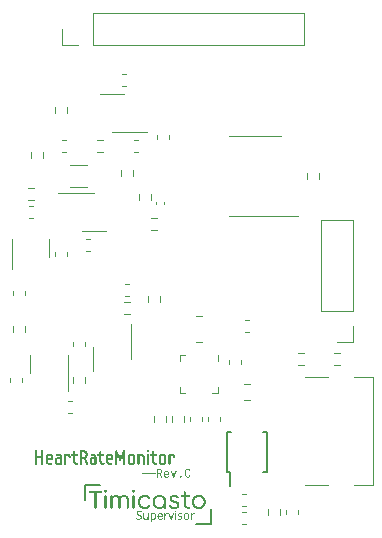
<source format=gbr>
%TF.GenerationSoftware,KiCad,Pcbnew,7.99.0-950-gc4668c1d3a-dirty*%
%TF.CreationDate,2023-06-01T03:31:39+08:00*%
%TF.ProjectId,HeartRateMonitor,48656172-7452-4617-9465-4d6f6e69746f,C*%
%TF.SameCoordinates,Original*%
%TF.FileFunction,Legend,Top*%
%TF.FilePolarity,Positive*%
%FSLAX46Y46*%
G04 Gerber Fmt 4.6, Leading zero omitted, Abs format (unit mm)*
G04 Created by KiCad (PCBNEW 7.99.0-950-gc4668c1d3a-dirty) date 2023-06-01 03:31:39*
%MOMM*%
%LPD*%
G01*
G04 APERTURE LIST*
%ADD10C,0.150000*%
%ADD11C,0.203200*%
%ADD12C,0.120000*%
G04 APERTURE END LIST*
D10*
G36*
X27286906Y-64990331D02*
G01*
X26344330Y-64990331D01*
X26324020Y-64992003D01*
X26305799Y-64996857D01*
X26289857Y-65004652D01*
X26276386Y-65015146D01*
X26265577Y-65028096D01*
X26257620Y-65043261D01*
X26252706Y-65060399D01*
X26251025Y-65079268D01*
X26252706Y-65098137D01*
X26257620Y-65115275D01*
X26265577Y-65130440D01*
X26276386Y-65143390D01*
X26289857Y-65153884D01*
X26305799Y-65161679D01*
X26324020Y-65166533D01*
X26344330Y-65168205D01*
X26722313Y-65168205D01*
X26722313Y-66364887D01*
X26723263Y-66380914D01*
X26727387Y-66400595D01*
X26734601Y-66418108D01*
X26744715Y-66433192D01*
X26757538Y-66445587D01*
X26772880Y-66455032D01*
X26790549Y-66461266D01*
X26810355Y-66464030D01*
X26815618Y-66464148D01*
X26831589Y-66463098D01*
X26850755Y-66458567D01*
X26867388Y-66450694D01*
X26881382Y-66439742D01*
X26892629Y-66425970D01*
X26901023Y-66409639D01*
X26906457Y-66391009D01*
X26908823Y-66370342D01*
X26908923Y-66364887D01*
X26908923Y-65168205D01*
X27286906Y-65168205D01*
X27307216Y-65166533D01*
X27325438Y-65161679D01*
X27341379Y-65153884D01*
X27354850Y-65143390D01*
X27365659Y-65130440D01*
X27373616Y-65115275D01*
X27378530Y-65098137D01*
X27380211Y-65079268D01*
X27378530Y-65060399D01*
X27373616Y-65043261D01*
X27365659Y-65028096D01*
X27354850Y-65015146D01*
X27341379Y-65004652D01*
X27325438Y-64996857D01*
X27307216Y-64992003D01*
X27286906Y-64990331D01*
G37*
G36*
X27672830Y-65095547D02*
G01*
X27691988Y-65094313D01*
X27709845Y-65090699D01*
X27726275Y-65084841D01*
X27741150Y-65076870D01*
X27754341Y-65066921D01*
X27765723Y-65055126D01*
X27775166Y-65041620D01*
X27782544Y-65026536D01*
X27787728Y-65010007D01*
X27790592Y-64992167D01*
X27791148Y-64979611D01*
X27789903Y-64960961D01*
X27786251Y-64943516D01*
X27780322Y-64927413D01*
X27772241Y-64912791D01*
X27762138Y-64899787D01*
X27750139Y-64888537D01*
X27736372Y-64879179D01*
X27720965Y-64871851D01*
X27704045Y-64866690D01*
X27685740Y-64863834D01*
X27672830Y-64863277D01*
X27654180Y-64864521D01*
X27636735Y-64868161D01*
X27620633Y-64874060D01*
X27606011Y-64882080D01*
X27593006Y-64892083D01*
X27581756Y-64903933D01*
X27572398Y-64917492D01*
X27565070Y-64932623D01*
X27559910Y-64949188D01*
X27557053Y-64967050D01*
X27556497Y-64979611D01*
X27557741Y-64998251D01*
X27561381Y-65015669D01*
X27567279Y-65031731D01*
X27575299Y-65046304D01*
X27585303Y-65059255D01*
X27597153Y-65070449D01*
X27610712Y-65079753D01*
X27625843Y-65087035D01*
X27642408Y-65092160D01*
X27660269Y-65094995D01*
X27672830Y-65095547D01*
G37*
G36*
X27672830Y-65320669D02*
G01*
X27653175Y-65322473D01*
X27635446Y-65327735D01*
X27619857Y-65336226D01*
X27606623Y-65347717D01*
X27595957Y-65361982D01*
X27588074Y-65378792D01*
X27583187Y-65397919D01*
X27581510Y-65419135D01*
X27581510Y-66366078D01*
X27582459Y-66382259D01*
X27586563Y-66401958D01*
X27593717Y-66419326D01*
X27603708Y-66434159D01*
X27616320Y-66446250D01*
X27631340Y-66455397D01*
X27648554Y-66461393D01*
X27667747Y-66464035D01*
X27672830Y-66464148D01*
X27693140Y-66462376D01*
X27711362Y-66457199D01*
X27727303Y-66448821D01*
X27740774Y-66437446D01*
X27751583Y-66423280D01*
X27759540Y-66406527D01*
X27764454Y-66387391D01*
X27766135Y-66366078D01*
X27766135Y-65419135D01*
X27765185Y-65403036D01*
X27761061Y-65383365D01*
X27753847Y-65365955D01*
X27743733Y-65351032D01*
X27730910Y-65338826D01*
X27715568Y-65329564D01*
X27697899Y-65323474D01*
X27678093Y-65320783D01*
X27672830Y-65320669D01*
G37*
G36*
X29238363Y-65295258D02*
G01*
X29208170Y-65296047D01*
X29178947Y-65298366D01*
X29150714Y-65302147D01*
X29123494Y-65307318D01*
X29097307Y-65313811D01*
X29072174Y-65321556D01*
X29048115Y-65330483D01*
X29025152Y-65340521D01*
X29003306Y-65351602D01*
X28982597Y-65363655D01*
X28963047Y-65376611D01*
X28944677Y-65390399D01*
X28927507Y-65404951D01*
X28911558Y-65420196D01*
X28896852Y-65436064D01*
X28883408Y-65452487D01*
X28870321Y-65433840D01*
X28855853Y-65416320D01*
X28840121Y-65399938D01*
X28823244Y-65384704D01*
X28805339Y-65370629D01*
X28786523Y-65357722D01*
X28766913Y-65345996D01*
X28746628Y-65335459D01*
X28725784Y-65326122D01*
X28704500Y-65317997D01*
X28682892Y-65311092D01*
X28661078Y-65305420D01*
X28639176Y-65300990D01*
X28617302Y-65297813D01*
X28595576Y-65295899D01*
X28574113Y-65295258D01*
X28548315Y-65296270D01*
X28523094Y-65299182D01*
X28498542Y-65303811D01*
X28474754Y-65309974D01*
X28451822Y-65317485D01*
X28429839Y-65326162D01*
X28408898Y-65335821D01*
X28389092Y-65346278D01*
X28370515Y-65357349D01*
X28353259Y-65368850D01*
X28337418Y-65380598D01*
X28323084Y-65392409D01*
X28310351Y-65404099D01*
X28294456Y-65421005D01*
X28282685Y-65436605D01*
X28271171Y-65436605D01*
X28271171Y-65410003D01*
X28268811Y-65390433D01*
X28263609Y-65372929D01*
X28255698Y-65357659D01*
X28245214Y-65344789D01*
X28232293Y-65334488D01*
X28217068Y-65326922D01*
X28199675Y-65322260D01*
X28180249Y-65320669D01*
X28160041Y-65322473D01*
X28142089Y-65327735D01*
X28126529Y-65336226D01*
X28113496Y-65347717D01*
X28103124Y-65361982D01*
X28095548Y-65378792D01*
X28090904Y-65397919D01*
X28089326Y-65419135D01*
X28089326Y-66366078D01*
X28090217Y-66382259D01*
X28094107Y-66401958D01*
X28100963Y-66419326D01*
X28110648Y-66434159D01*
X28123029Y-66446250D01*
X28137970Y-66455397D01*
X28155336Y-66461393D01*
X28174992Y-66464035D01*
X28180249Y-66464148D01*
X28200457Y-66462376D01*
X28218408Y-66457199D01*
X28233968Y-66448821D01*
X28247001Y-66437446D01*
X28257373Y-66423280D01*
X28264949Y-66406527D01*
X28269593Y-66387391D01*
X28271171Y-66366078D01*
X28271171Y-65685550D01*
X28272635Y-65660226D01*
X28276909Y-65636246D01*
X28283817Y-65613649D01*
X28293182Y-65592475D01*
X28304826Y-65572764D01*
X28318574Y-65554556D01*
X28334248Y-65537893D01*
X28351671Y-65522813D01*
X28370667Y-65509356D01*
X28391059Y-65497564D01*
X28412670Y-65487476D01*
X28435323Y-65479132D01*
X28458841Y-65472572D01*
X28483048Y-65467837D01*
X28507767Y-65464967D01*
X28532821Y-65464001D01*
X28556852Y-65464893D01*
X28580180Y-65467565D01*
X28602688Y-65472009D01*
X28624258Y-65478220D01*
X28644775Y-65486189D01*
X28664122Y-65495910D01*
X28682180Y-65507376D01*
X28698834Y-65520579D01*
X28713966Y-65535514D01*
X28727460Y-65552172D01*
X28739199Y-65570547D01*
X28749066Y-65590632D01*
X28756943Y-65612420D01*
X28762715Y-65635904D01*
X28766264Y-65661077D01*
X28767472Y-65687932D01*
X28767472Y-66364887D01*
X28768422Y-66381281D01*
X28772546Y-66401231D01*
X28779760Y-66418813D01*
X28789874Y-66433822D01*
X28802697Y-66446054D01*
X28818039Y-66455303D01*
X28835708Y-66461364D01*
X28855514Y-66464034D01*
X28860777Y-66464148D01*
X28880985Y-66462358D01*
X28898936Y-66457125D01*
X28914496Y-66448654D01*
X28927530Y-66437149D01*
X28937902Y-66422815D01*
X28945477Y-66405857D01*
X28950121Y-66386479D01*
X28951600Y-66370482D01*
X28951700Y-66364887D01*
X28951700Y-65674036D01*
X28953164Y-65648842D01*
X28957438Y-65625227D01*
X28964346Y-65603197D01*
X28973711Y-65582760D01*
X28985355Y-65563920D01*
X28999103Y-65546685D01*
X29014776Y-65531062D01*
X29032200Y-65517055D01*
X29051196Y-65504673D01*
X29071587Y-65493921D01*
X29093198Y-65484805D01*
X29115851Y-65477333D01*
X29139370Y-65471510D01*
X29163577Y-65467342D01*
X29188296Y-65464837D01*
X29213350Y-65464001D01*
X29239671Y-65464893D01*
X29264698Y-65467565D01*
X29288376Y-65472009D01*
X29310650Y-65478220D01*
X29331462Y-65486189D01*
X29350757Y-65495910D01*
X29368480Y-65507376D01*
X29384574Y-65520579D01*
X29398983Y-65535514D01*
X29411653Y-65552172D01*
X29422527Y-65570547D01*
X29431549Y-65590632D01*
X29438663Y-65612420D01*
X29443813Y-65635904D01*
X29446945Y-65661077D01*
X29448001Y-65687932D01*
X29448001Y-66364887D01*
X29448951Y-66381281D01*
X29453074Y-66401231D01*
X29460289Y-66418813D01*
X29470403Y-66433822D01*
X29483226Y-66446054D01*
X29498568Y-66455303D01*
X29516237Y-66461364D01*
X29536043Y-66464034D01*
X29541306Y-66464148D01*
X29560830Y-66462358D01*
X29578460Y-66457125D01*
X29593978Y-66448654D01*
X29607165Y-66437149D01*
X29617802Y-66422815D01*
X29625671Y-66405857D01*
X29630552Y-66386479D01*
X29632122Y-66370482D01*
X29632228Y-66364887D01*
X29632228Y-65664904D01*
X29631725Y-65643757D01*
X29630230Y-65623130D01*
X29627767Y-65603032D01*
X29624359Y-65583474D01*
X29620028Y-65564465D01*
X29614797Y-65546015D01*
X29608691Y-65528134D01*
X29601730Y-65510833D01*
X29593940Y-65494121D01*
X29585341Y-65478008D01*
X29575958Y-65462504D01*
X29565814Y-65447619D01*
X29554930Y-65433363D01*
X29543332Y-65419746D01*
X29531040Y-65406778D01*
X29518079Y-65394469D01*
X29504471Y-65382829D01*
X29490239Y-65371867D01*
X29475406Y-65361594D01*
X29459996Y-65352020D01*
X29444031Y-65343155D01*
X29427534Y-65335008D01*
X29410528Y-65327590D01*
X29393036Y-65320911D01*
X29375081Y-65314980D01*
X29356686Y-65309807D01*
X29337874Y-65305403D01*
X29318668Y-65301778D01*
X29299091Y-65298940D01*
X29279166Y-65296901D01*
X29258916Y-65295671D01*
X29238363Y-65295258D01*
G37*
G36*
X30045548Y-65095547D02*
G01*
X30064706Y-65094313D01*
X30082563Y-65090699D01*
X30098993Y-65084841D01*
X30113868Y-65076870D01*
X30127059Y-65066921D01*
X30138441Y-65055126D01*
X30147884Y-65041620D01*
X30155262Y-65026536D01*
X30160446Y-65010007D01*
X30163310Y-64992167D01*
X30163866Y-64979611D01*
X30162621Y-64960961D01*
X30158969Y-64943516D01*
X30153040Y-64927413D01*
X30144959Y-64912791D01*
X30134856Y-64899787D01*
X30122857Y-64888537D01*
X30109090Y-64879179D01*
X30093683Y-64871851D01*
X30076763Y-64866690D01*
X30058458Y-64863834D01*
X30045548Y-64863277D01*
X30026898Y-64864521D01*
X30009453Y-64868161D01*
X29993351Y-64874060D01*
X29978729Y-64882080D01*
X29965724Y-64892083D01*
X29954474Y-64903933D01*
X29945116Y-64917492D01*
X29937789Y-64932623D01*
X29932628Y-64949188D01*
X29929771Y-64967050D01*
X29929215Y-64979611D01*
X29930459Y-64998251D01*
X29934099Y-65015669D01*
X29939997Y-65031731D01*
X29948017Y-65046304D01*
X29958021Y-65059255D01*
X29969871Y-65070449D01*
X29983430Y-65079753D01*
X29998561Y-65087035D01*
X30015126Y-65092160D01*
X30032987Y-65094995D01*
X30045548Y-65095547D01*
G37*
G36*
X30045548Y-65320669D02*
G01*
X30025893Y-65322473D01*
X30008164Y-65327735D01*
X29992576Y-65336226D01*
X29979341Y-65347717D01*
X29968676Y-65361982D01*
X29960792Y-65378792D01*
X29955905Y-65397919D01*
X29954229Y-65419135D01*
X29954229Y-66366078D01*
X29955177Y-66382259D01*
X29959281Y-66401958D01*
X29966435Y-66419326D01*
X29976426Y-66434159D01*
X29989038Y-66446250D01*
X30004058Y-66455397D01*
X30021272Y-66461393D01*
X30040465Y-66464035D01*
X30045548Y-66464148D01*
X30065858Y-66462376D01*
X30084080Y-66457199D01*
X30100021Y-66448821D01*
X30113492Y-66437446D01*
X30124301Y-66423280D01*
X30132258Y-66406527D01*
X30137172Y-66387391D01*
X30138853Y-66366078D01*
X30138853Y-65419135D01*
X30137903Y-65403036D01*
X30133779Y-65383365D01*
X30126565Y-65365955D01*
X30116451Y-65351032D01*
X30103628Y-65338826D01*
X30088286Y-65329564D01*
X30070617Y-65323474D01*
X30050811Y-65320783D01*
X30045548Y-65320669D01*
G37*
G36*
X31283522Y-65602171D02*
G01*
X31298175Y-65615092D01*
X31313195Y-65624095D01*
X31328504Y-65629209D01*
X31347924Y-65630173D01*
X31363593Y-65626637D01*
X31379293Y-65619301D01*
X31394945Y-65608195D01*
X31406605Y-65597407D01*
X31419634Y-65581998D01*
X31429689Y-65566003D01*
X31436553Y-65549655D01*
X31440006Y-65533185D01*
X31439830Y-65516827D01*
X31435806Y-65500814D01*
X31427716Y-65485377D01*
X31415340Y-65470750D01*
X31396176Y-65451899D01*
X31376188Y-65433799D01*
X31355353Y-65416517D01*
X31333649Y-65400114D01*
X31311051Y-65384657D01*
X31287536Y-65370208D01*
X31263082Y-65356831D01*
X31237664Y-65344591D01*
X31211260Y-65333551D01*
X31183846Y-65323775D01*
X31155400Y-65315328D01*
X31125897Y-65308274D01*
X31095315Y-65302675D01*
X31063630Y-65298597D01*
X31047367Y-65297149D01*
X31030819Y-65296104D01*
X31013984Y-65295471D01*
X30996859Y-65295258D01*
X30965132Y-65295988D01*
X30933994Y-65298157D01*
X30903471Y-65301737D01*
X30873591Y-65306701D01*
X30844382Y-65313020D01*
X30815871Y-65320666D01*
X30788086Y-65329611D01*
X30761053Y-65339826D01*
X30734801Y-65351284D01*
X30709358Y-65363955D01*
X30684749Y-65377813D01*
X30661004Y-65392828D01*
X30638149Y-65408973D01*
X30616211Y-65426219D01*
X30595220Y-65444538D01*
X30575201Y-65463902D01*
X30556182Y-65484282D01*
X30538192Y-65505651D01*
X30521256Y-65527980D01*
X30505404Y-65551241D01*
X30490662Y-65575406D01*
X30477057Y-65600447D01*
X30464618Y-65626335D01*
X30453371Y-65653042D01*
X30443345Y-65680540D01*
X30434566Y-65708801D01*
X30427063Y-65737797D01*
X30420862Y-65767498D01*
X30415991Y-65797878D01*
X30412478Y-65828908D01*
X30410350Y-65860560D01*
X30409635Y-65892805D01*
X30410350Y-65925013D01*
X30412478Y-65956628D01*
X30415991Y-65987621D01*
X30420862Y-66017964D01*
X30427063Y-66047629D01*
X30434566Y-66076589D01*
X30443345Y-66104814D01*
X30453371Y-66132277D01*
X30464618Y-66158949D01*
X30477057Y-66184804D01*
X30490662Y-66209811D01*
X30505404Y-66233943D01*
X30521256Y-66257173D01*
X30538192Y-66279472D01*
X30556182Y-66300811D01*
X30575201Y-66321163D01*
X30595220Y-66340500D01*
X30616211Y-66358792D01*
X30638149Y-66376014D01*
X30661004Y-66392135D01*
X30684749Y-66407128D01*
X30709358Y-66420965D01*
X30734801Y-66433618D01*
X30761053Y-66445059D01*
X30788086Y-66455258D01*
X30815871Y-66464189D01*
X30844382Y-66471824D01*
X30873591Y-66478133D01*
X30903471Y-66483089D01*
X30933994Y-66486664D01*
X30965132Y-66488830D01*
X30996859Y-66489558D01*
X31014617Y-66489327D01*
X31032087Y-66488640D01*
X31049267Y-66487507D01*
X31066160Y-66485936D01*
X31082767Y-66483937D01*
X31099088Y-66481521D01*
X31115125Y-66478695D01*
X31130879Y-66475469D01*
X31146350Y-66471854D01*
X31176452Y-66463489D01*
X31205438Y-66453676D01*
X31233318Y-66442489D01*
X31260100Y-66430004D01*
X31285793Y-66416296D01*
X31310406Y-66401439D01*
X31333947Y-66385509D01*
X31356425Y-66368580D01*
X31377849Y-66350728D01*
X31398227Y-66332028D01*
X31417569Y-66312555D01*
X31426854Y-66302552D01*
X31439413Y-66286365D01*
X31447966Y-66269535D01*
X31452601Y-66252315D01*
X31453406Y-66234955D01*
X31450471Y-66217707D01*
X31443884Y-66200822D01*
X31433732Y-66184551D01*
X31420105Y-66169146D01*
X31404569Y-66156123D01*
X31388726Y-66146850D01*
X31372715Y-66141355D01*
X31356677Y-66139666D01*
X31340751Y-66141811D01*
X31325075Y-66147817D01*
X31309791Y-66157714D01*
X31295037Y-66171528D01*
X31282283Y-66185526D01*
X31268866Y-66199317D01*
X31254756Y-66212804D01*
X31239922Y-66225892D01*
X31224335Y-66238484D01*
X31207964Y-66250484D01*
X31190778Y-66261797D01*
X31172748Y-66272327D01*
X31153843Y-66281977D01*
X31134033Y-66290652D01*
X31113288Y-66298256D01*
X31091578Y-66304692D01*
X31068872Y-66309865D01*
X31045139Y-66313679D01*
X31020351Y-66316038D01*
X30994476Y-66316845D01*
X30972898Y-66316307D01*
X30951727Y-66314709D01*
X30930981Y-66312075D01*
X30910678Y-66308428D01*
X30890837Y-66303794D01*
X30871475Y-66298195D01*
X30852611Y-66291656D01*
X30834264Y-66284201D01*
X30816451Y-66275854D01*
X30799191Y-66266638D01*
X30782502Y-66256579D01*
X30766402Y-66245699D01*
X30750909Y-66234023D01*
X30736043Y-66221575D01*
X30721820Y-66208378D01*
X30708259Y-66194457D01*
X30695379Y-66179836D01*
X30683198Y-66164539D01*
X30671734Y-66148590D01*
X30661004Y-66132012D01*
X30651029Y-66114830D01*
X30641825Y-66097067D01*
X30633411Y-66078749D01*
X30625805Y-66059898D01*
X30619026Y-66040538D01*
X30613091Y-66020695D01*
X30608019Y-66000391D01*
X30603829Y-65979650D01*
X30600538Y-65958498D01*
X30598165Y-65936957D01*
X30596727Y-65915051D01*
X30596244Y-65892805D01*
X30596727Y-65870523D01*
X30598165Y-65848584D01*
X30600540Y-65827011D01*
X30603834Y-65805829D01*
X30608029Y-65785061D01*
X30613107Y-65764732D01*
X30619051Y-65744865D01*
X30625842Y-65725483D01*
X30633464Y-65706612D01*
X30641898Y-65688275D01*
X30651126Y-65670496D01*
X30661130Y-65653299D01*
X30671893Y-65636707D01*
X30683397Y-65620745D01*
X30695625Y-65605437D01*
X30708557Y-65590806D01*
X30722177Y-65576876D01*
X30736467Y-65563672D01*
X30751408Y-65551217D01*
X30766983Y-65539536D01*
X30783175Y-65528651D01*
X30799965Y-65518587D01*
X30817336Y-65509369D01*
X30835269Y-65501019D01*
X30853747Y-65493562D01*
X30872753Y-65487021D01*
X30892268Y-65481421D01*
X30912274Y-65476786D01*
X30932754Y-65473139D01*
X30953690Y-65470505D01*
X30975064Y-65468906D01*
X30996859Y-65468368D01*
X31020305Y-65469020D01*
X31042870Y-65470942D01*
X31064584Y-65474082D01*
X31085479Y-65478387D01*
X31105586Y-65483807D01*
X31124935Y-65490290D01*
X31143556Y-65497784D01*
X31161482Y-65506236D01*
X31178742Y-65515596D01*
X31195368Y-65525811D01*
X31211389Y-65536830D01*
X31226839Y-65548602D01*
X31241745Y-65561073D01*
X31256141Y-65574193D01*
X31270057Y-65587910D01*
X31283522Y-65602171D01*
G37*
G36*
X32275107Y-65295806D02*
G01*
X32302027Y-65297445D01*
X32328655Y-65300167D01*
X32354951Y-65303965D01*
X32380875Y-65308831D01*
X32406388Y-65314759D01*
X32431448Y-65321741D01*
X32456016Y-65329770D01*
X32480052Y-65338838D01*
X32503516Y-65348938D01*
X32526367Y-65360062D01*
X32548566Y-65372204D01*
X32570073Y-65385356D01*
X32590847Y-65399511D01*
X32610849Y-65414661D01*
X32630038Y-65430798D01*
X32648374Y-65447916D01*
X32665818Y-65466008D01*
X32682329Y-65485065D01*
X32697868Y-65505081D01*
X32712393Y-65526049D01*
X32725865Y-65547960D01*
X32738245Y-65570807D01*
X32749491Y-65594584D01*
X32759565Y-65619283D01*
X32768425Y-65644896D01*
X32776032Y-65671416D01*
X32782346Y-65698836D01*
X32787326Y-65727148D01*
X32790933Y-65756346D01*
X32793127Y-65786422D01*
X32793867Y-65817367D01*
X32793867Y-66362505D01*
X32793767Y-66368316D01*
X32792289Y-66384884D01*
X32787645Y-66404852D01*
X32780069Y-66422233D01*
X32769697Y-66436851D01*
X32756664Y-66448528D01*
X32741104Y-66457088D01*
X32723153Y-66462353D01*
X32702945Y-66464148D01*
X32692540Y-66463695D01*
X32673250Y-66460143D01*
X32656145Y-66453209D01*
X32641415Y-66443068D01*
X32629252Y-66429899D01*
X32619845Y-66413877D01*
X32613385Y-66395180D01*
X32610590Y-66379508D01*
X32609640Y-66362505D01*
X32609640Y-66293420D01*
X32598126Y-66293420D01*
X32594542Y-66299851D01*
X32586156Y-66313676D01*
X32576056Y-66328548D01*
X32564136Y-66344188D01*
X32550289Y-66360312D01*
X32534410Y-66376640D01*
X32516391Y-66392890D01*
X32496126Y-66408780D01*
X32473509Y-66424030D01*
X32448433Y-66438357D01*
X32420792Y-66451480D01*
X32405976Y-66457502D01*
X32390479Y-66463118D01*
X32374288Y-66468292D01*
X32357388Y-66472989D01*
X32339768Y-66477173D01*
X32321413Y-66480811D01*
X32302311Y-66483866D01*
X32282447Y-66486304D01*
X32261809Y-66488088D01*
X32240384Y-66489185D01*
X32218157Y-66489558D01*
X32188306Y-66488824D01*
X32158927Y-66486642D01*
X32130049Y-66483044D01*
X32101705Y-66478063D01*
X32073925Y-66471730D01*
X32046742Y-66464077D01*
X32020186Y-66455137D01*
X31994288Y-66444941D01*
X31969080Y-66433521D01*
X31944593Y-66420910D01*
X31920859Y-66407138D01*
X31897908Y-66392240D01*
X31875772Y-66376245D01*
X31854482Y-66359187D01*
X31834069Y-66341097D01*
X31814565Y-66322007D01*
X31796001Y-66301949D01*
X31778408Y-66280956D01*
X31761817Y-66259058D01*
X31746260Y-66236289D01*
X31731768Y-66212680D01*
X31718372Y-66188264D01*
X31706103Y-66163071D01*
X31694993Y-66137134D01*
X31685074Y-66110486D01*
X31676375Y-66083158D01*
X31668929Y-66055182D01*
X31662766Y-66026590D01*
X31657919Y-65997413D01*
X31654418Y-65967686D01*
X31652294Y-65937438D01*
X31651580Y-65906702D01*
X31651820Y-65894790D01*
X31838189Y-65894790D01*
X31838641Y-65917869D01*
X31839988Y-65940490D01*
X31842219Y-65962635D01*
X31845322Y-65984286D01*
X31849286Y-66005425D01*
X31854099Y-66026035D01*
X31859749Y-66046097D01*
X31866224Y-66065593D01*
X31873512Y-66084505D01*
X31881603Y-66102814D01*
X31890484Y-66120504D01*
X31900144Y-66137556D01*
X31910570Y-66153952D01*
X31921751Y-66169674D01*
X31933676Y-66184704D01*
X31946333Y-66199023D01*
X31959710Y-66212615D01*
X31973795Y-66225460D01*
X31988576Y-66237541D01*
X32004043Y-66248840D01*
X32020182Y-66259338D01*
X32036984Y-66269018D01*
X32054435Y-66277862D01*
X32072524Y-66285851D01*
X32091239Y-66292968D01*
X32110569Y-66299195D01*
X32130503Y-66304513D01*
X32151027Y-66308904D01*
X32172131Y-66312351D01*
X32193803Y-66314836D01*
X32216031Y-66316340D01*
X32238803Y-66316845D01*
X32260268Y-66316386D01*
X32281179Y-66315013D01*
X32301530Y-66312733D01*
X32321310Y-66309554D01*
X32340513Y-66305484D01*
X32359129Y-66300530D01*
X32377150Y-66294698D01*
X32394568Y-66287998D01*
X32411373Y-66280435D01*
X32427559Y-66272018D01*
X32443116Y-66262754D01*
X32458035Y-66252650D01*
X32472309Y-66241714D01*
X32485929Y-66229953D01*
X32498887Y-66217375D01*
X32511174Y-66203986D01*
X32522781Y-66189795D01*
X32533701Y-66174809D01*
X32543924Y-66159035D01*
X32553443Y-66142481D01*
X32562249Y-66125153D01*
X32570333Y-66107060D01*
X32577688Y-66088209D01*
X32584304Y-66068608D01*
X32590173Y-66048263D01*
X32595287Y-66027182D01*
X32599637Y-66005372D01*
X32603216Y-65982842D01*
X32606014Y-65959598D01*
X32608023Y-65935648D01*
X32609234Y-65910999D01*
X32609640Y-65885659D01*
X32609640Y-65847940D01*
X32609241Y-65825612D01*
X32608051Y-65803895D01*
X32606078Y-65782796D01*
X32603331Y-65762321D01*
X32599820Y-65742477D01*
X32595551Y-65723269D01*
X32590536Y-65704705D01*
X32584781Y-65686791D01*
X32578297Y-65669532D01*
X32571092Y-65652936D01*
X32563174Y-65637008D01*
X32554553Y-65621756D01*
X32545237Y-65607186D01*
X32535235Y-65593304D01*
X32524556Y-65580116D01*
X32513208Y-65567629D01*
X32501202Y-65555849D01*
X32488544Y-65544782D01*
X32475244Y-65534436D01*
X32461312Y-65524816D01*
X32446755Y-65515929D01*
X32431582Y-65507782D01*
X32415803Y-65500379D01*
X32399425Y-65493729D01*
X32382459Y-65487838D01*
X32364912Y-65482711D01*
X32346793Y-65478355D01*
X32328112Y-65474777D01*
X32308877Y-65471983D01*
X32289096Y-65469979D01*
X32268780Y-65468772D01*
X32247935Y-65468368D01*
X32222901Y-65468940D01*
X32198645Y-65470636D01*
X32175168Y-65473425D01*
X32152471Y-65477278D01*
X32130556Y-65482165D01*
X32109423Y-65488055D01*
X32089073Y-65494918D01*
X32069509Y-65502725D01*
X32050730Y-65511444D01*
X32032738Y-65521047D01*
X32015534Y-65531503D01*
X31999118Y-65542781D01*
X31983493Y-65554852D01*
X31968660Y-65567686D01*
X31954618Y-65581252D01*
X31941370Y-65595521D01*
X31928916Y-65610462D01*
X31917258Y-65626045D01*
X31906397Y-65642240D01*
X31896333Y-65659018D01*
X31887068Y-65676347D01*
X31878603Y-65694198D01*
X31870939Y-65712541D01*
X31864077Y-65731346D01*
X31858019Y-65750582D01*
X31852764Y-65770220D01*
X31848315Y-65790229D01*
X31844673Y-65810579D01*
X31841838Y-65831240D01*
X31839811Y-65852183D01*
X31838595Y-65873376D01*
X31838189Y-65894790D01*
X31651820Y-65894790D01*
X31652243Y-65873823D01*
X31654225Y-65841536D01*
X31657507Y-65809872D01*
X31662076Y-65778860D01*
X31667914Y-65748529D01*
X31675006Y-65718909D01*
X31683337Y-65690029D01*
X31692890Y-65661920D01*
X31703651Y-65634610D01*
X31715602Y-65608129D01*
X31728728Y-65582508D01*
X31743015Y-65557775D01*
X31758444Y-65533960D01*
X31775002Y-65511092D01*
X31792672Y-65489202D01*
X31811438Y-65468319D01*
X31831285Y-65448472D01*
X31852197Y-65429691D01*
X31874158Y-65412005D01*
X31897152Y-65395445D01*
X31921163Y-65380040D01*
X31946177Y-65365819D01*
X31972176Y-65352812D01*
X31999146Y-65341048D01*
X32027070Y-65330558D01*
X32055932Y-65321370D01*
X32085718Y-65313515D01*
X32116410Y-65307021D01*
X32147994Y-65301919D01*
X32180453Y-65298239D01*
X32213772Y-65296008D01*
X32247935Y-65295258D01*
X32275107Y-65295806D01*
G37*
G36*
X33269125Y-65611700D02*
G01*
X33270147Y-65593003D01*
X33273152Y-65575613D01*
X33278047Y-65559516D01*
X33284740Y-65544699D01*
X33293138Y-65531148D01*
X33308730Y-65513163D01*
X33320987Y-65502715D01*
X33334625Y-65493483D01*
X33349553Y-65485454D01*
X33365677Y-65478614D01*
X33382905Y-65472948D01*
X33401145Y-65468444D01*
X33420304Y-65465086D01*
X33440290Y-65462862D01*
X33461010Y-65461756D01*
X33471616Y-65461619D01*
X33493742Y-65462210D01*
X33514878Y-65463933D01*
X33535061Y-65466706D01*
X33554325Y-65470453D01*
X33572705Y-65475092D01*
X33590235Y-65480546D01*
X33606952Y-65486735D01*
X33622889Y-65493580D01*
X33638082Y-65501002D01*
X33652565Y-65508922D01*
X33666373Y-65517261D01*
X33685897Y-65530381D01*
X33704099Y-65543998D01*
X33721098Y-65557846D01*
X33726517Y-65562467D01*
X33738758Y-65573141D01*
X33755078Y-65583911D01*
X33772680Y-65590501D01*
X33791730Y-65591494D01*
X33808121Y-65587305D01*
X33825626Y-65577899D01*
X33839537Y-65566986D01*
X33849202Y-65557703D01*
X33862022Y-65542830D01*
X33871231Y-65528588D01*
X33878496Y-65510581D01*
X33880785Y-65493704D01*
X33877903Y-65474200D01*
X33870140Y-65456476D01*
X33859106Y-65440540D01*
X33851585Y-65431840D01*
X33835920Y-65415323D01*
X33818915Y-65399867D01*
X33800662Y-65385473D01*
X33781253Y-65372142D01*
X33760780Y-65359873D01*
X33739338Y-65348669D01*
X33717016Y-65338529D01*
X33693910Y-65329453D01*
X33670110Y-65321444D01*
X33645709Y-65314500D01*
X33620800Y-65308623D01*
X33595474Y-65303813D01*
X33569826Y-65300071D01*
X33543947Y-65297398D01*
X33517929Y-65295793D01*
X33491865Y-65295258D01*
X33471294Y-65295585D01*
X33450987Y-65296566D01*
X33430971Y-65298202D01*
X33411271Y-65300493D01*
X33391912Y-65303440D01*
X33372920Y-65307044D01*
X33354320Y-65311304D01*
X33336138Y-65316221D01*
X33318400Y-65321796D01*
X33301130Y-65328029D01*
X33284353Y-65334921D01*
X33268097Y-65342473D01*
X33252385Y-65350684D01*
X33237244Y-65359556D01*
X33222699Y-65369088D01*
X33208775Y-65379282D01*
X33195498Y-65390138D01*
X33182893Y-65401656D01*
X33170985Y-65413837D01*
X33159801Y-65426681D01*
X33149365Y-65440190D01*
X33139703Y-65454362D01*
X33130841Y-65469200D01*
X33122803Y-65484703D01*
X33115616Y-65500872D01*
X33109304Y-65517707D01*
X33103894Y-65535209D01*
X33099410Y-65553379D01*
X33095879Y-65572217D01*
X33093325Y-65591723D01*
X33091773Y-65611899D01*
X33091251Y-65632743D01*
X33091610Y-65649763D01*
X33092686Y-65666143D01*
X33096962Y-65697055D01*
X33104036Y-65725629D01*
X33113864Y-65752011D01*
X33126401Y-65776347D01*
X33141606Y-65798786D01*
X33159434Y-65819475D01*
X33179841Y-65838560D01*
X33202783Y-65856188D01*
X33228218Y-65872507D01*
X33256102Y-65887665D01*
X33270948Y-65894853D01*
X33286390Y-65901807D01*
X33302423Y-65908543D01*
X33319040Y-65915082D01*
X33336237Y-65921439D01*
X33354008Y-65927636D01*
X33372347Y-65933688D01*
X33391249Y-65939616D01*
X33410709Y-65945437D01*
X33430721Y-65951170D01*
X33452023Y-65956801D01*
X33472459Y-65962312D01*
X33492044Y-65967721D01*
X33510788Y-65973043D01*
X33528705Y-65978295D01*
X33545807Y-65983493D01*
X33562106Y-65988653D01*
X33577614Y-65993790D01*
X33606308Y-66004064D01*
X33631988Y-66014444D01*
X33654754Y-66025059D01*
X33674703Y-66036038D01*
X33691935Y-66047510D01*
X33706548Y-66059604D01*
X33718642Y-66072450D01*
X33728316Y-66086177D01*
X33735667Y-66100913D01*
X33740796Y-66116788D01*
X33743801Y-66133930D01*
X33744781Y-66152470D01*
X33743645Y-66172582D01*
X33740295Y-66191514D01*
X33734814Y-66209250D01*
X33727286Y-66225774D01*
X33717794Y-66241070D01*
X33706423Y-66255121D01*
X33693255Y-66267911D01*
X33678375Y-66279424D01*
X33661867Y-66289644D01*
X33643814Y-66298553D01*
X33624300Y-66306137D01*
X33603409Y-66312379D01*
X33581224Y-66317261D01*
X33557830Y-66320769D01*
X33533310Y-66322886D01*
X33507747Y-66323595D01*
X33478320Y-66322737D01*
X33450590Y-66320247D01*
X33424486Y-66316254D01*
X33399938Y-66310883D01*
X33376874Y-66304264D01*
X33355223Y-66296522D01*
X33334914Y-66287786D01*
X33315877Y-66278183D01*
X33298040Y-66267840D01*
X33281333Y-66256885D01*
X33265684Y-66245445D01*
X33251023Y-66233646D01*
X33237278Y-66221618D01*
X33224379Y-66209487D01*
X33212255Y-66197380D01*
X33200834Y-66185425D01*
X33186855Y-66173917D01*
X33170704Y-66164552D01*
X33152535Y-66158775D01*
X33136651Y-66157708D01*
X33119655Y-66160601D01*
X33101624Y-66168195D01*
X33087470Y-66177420D01*
X33077751Y-66185425D01*
X33064047Y-66199755D01*
X33053730Y-66214756D01*
X33046987Y-66230427D01*
X33044003Y-66246767D01*
X33044964Y-66263778D01*
X33050058Y-66281459D01*
X33059469Y-66299810D01*
X33069473Y-66314012D01*
X33073384Y-66318830D01*
X33087124Y-66335404D01*
X33102848Y-66351701D01*
X33120502Y-66367612D01*
X33140031Y-66383027D01*
X33161382Y-66397837D01*
X33184500Y-66411933D01*
X33209332Y-66425206D01*
X33235823Y-66437546D01*
X33263920Y-66448843D01*
X33293567Y-66458989D01*
X33308956Y-66463596D01*
X33324712Y-66467874D01*
X33340829Y-66471809D01*
X33357299Y-66475389D01*
X33374117Y-66478598D01*
X33391276Y-66481424D01*
X33408768Y-66483852D01*
X33426587Y-66485870D01*
X33444726Y-66487463D01*
X33463179Y-66488618D01*
X33481938Y-66489321D01*
X33500997Y-66489558D01*
X33523835Y-66489218D01*
X33546252Y-66488199D01*
X33568229Y-66486501D01*
X33589746Y-66484122D01*
X33610783Y-66481064D01*
X33631320Y-66477325D01*
X33651336Y-66472907D01*
X33670813Y-66467808D01*
X33689730Y-66462028D01*
X33708066Y-66455568D01*
X33725802Y-66448427D01*
X33742919Y-66440606D01*
X33759395Y-66432103D01*
X33775211Y-66422919D01*
X33790347Y-66413054D01*
X33804783Y-66402507D01*
X33818500Y-66391278D01*
X33831476Y-66379368D01*
X33843692Y-66366776D01*
X33855128Y-66353502D01*
X33865764Y-66339545D01*
X33875580Y-66324906D01*
X33884556Y-66309585D01*
X33892672Y-66293581D01*
X33899908Y-66276894D01*
X33906245Y-66259525D01*
X33911661Y-66241472D01*
X33916137Y-66222736D01*
X33919654Y-66203316D01*
X33922190Y-66183213D01*
X33923727Y-66162426D01*
X33924243Y-66140956D01*
X33923696Y-66118660D01*
X33922077Y-66097457D01*
X33919420Y-66077312D01*
X33915757Y-66058192D01*
X33911122Y-66040059D01*
X33905548Y-66022881D01*
X33899069Y-66006622D01*
X33891717Y-65991247D01*
X33883526Y-65976721D01*
X33874528Y-65963009D01*
X33864758Y-65950076D01*
X33854248Y-65937888D01*
X33843032Y-65926410D01*
X33831143Y-65915606D01*
X33818614Y-65905442D01*
X33805478Y-65895882D01*
X33791769Y-65886893D01*
X33777520Y-65878439D01*
X33762763Y-65870485D01*
X33747533Y-65862996D01*
X33731862Y-65855938D01*
X33715784Y-65849275D01*
X33699331Y-65842973D01*
X33682538Y-65836996D01*
X33665437Y-65831310D01*
X33648062Y-65825881D01*
X33630445Y-65820672D01*
X33612621Y-65815649D01*
X33594622Y-65810777D01*
X33576481Y-65806022D01*
X33558232Y-65801349D01*
X33539907Y-65796721D01*
X33520686Y-65791476D01*
X33502319Y-65786303D01*
X33484790Y-65781193D01*
X33468083Y-65776134D01*
X33452182Y-65771116D01*
X33437072Y-65766128D01*
X33409157Y-65756198D01*
X33384210Y-65746259D01*
X33362104Y-65736225D01*
X33342711Y-65726010D01*
X33325902Y-65715526D01*
X33311550Y-65704690D01*
X33299527Y-65693413D01*
X33285578Y-65675486D01*
X33276150Y-65656085D01*
X33270809Y-65634920D01*
X33269125Y-65611700D01*
G37*
G36*
X34724678Y-66289052D02*
G01*
X34683783Y-66289052D01*
X34655786Y-66287925D01*
X34629840Y-66284538D01*
X34605910Y-66278884D01*
X34583964Y-66270956D01*
X34563968Y-66260745D01*
X34545887Y-66248245D01*
X34529689Y-66233447D01*
X34515338Y-66216344D01*
X34502803Y-66196929D01*
X34492048Y-66175194D01*
X34483040Y-66151131D01*
X34475746Y-66124733D01*
X34470131Y-66095993D01*
X34466163Y-66064902D01*
X34464785Y-66048473D01*
X34463806Y-66031453D01*
X34463222Y-66013842D01*
X34463028Y-65995639D01*
X34463028Y-65491397D01*
X34715546Y-65491397D01*
X34731635Y-65490567D01*
X34751267Y-65486932D01*
X34768618Y-65480508D01*
X34783469Y-65471399D01*
X34795602Y-65459715D01*
X34804797Y-65445560D01*
X34810837Y-65429044D01*
X34813502Y-65410272D01*
X34813615Y-65405239D01*
X34811828Y-65386558D01*
X34806611Y-65369914D01*
X34798184Y-65355449D01*
X34786766Y-65343300D01*
X34772574Y-65333608D01*
X34755827Y-65326513D01*
X34736745Y-65322153D01*
X34715546Y-65320669D01*
X34463028Y-65320669D01*
X34463028Y-65085621D01*
X34461450Y-65065339D01*
X34456806Y-65046946D01*
X34449230Y-65030694D01*
X34438858Y-65016833D01*
X34425825Y-65005615D01*
X34410265Y-64997291D01*
X34392314Y-64992113D01*
X34372106Y-64990331D01*
X34351767Y-64992113D01*
X34333717Y-64997291D01*
X34318086Y-65005615D01*
X34305006Y-65016833D01*
X34294605Y-65030694D01*
X34287015Y-65046946D01*
X34282365Y-65065339D01*
X34280786Y-65085621D01*
X34280786Y-65320669D01*
X34164850Y-65320669D01*
X34148771Y-65321507D01*
X34129178Y-65325161D01*
X34111887Y-65331586D01*
X34097107Y-65340642D01*
X34085049Y-65352189D01*
X34075920Y-65366088D01*
X34069931Y-65382200D01*
X34067290Y-65400385D01*
X34067178Y-65405239D01*
X34068948Y-65424558D01*
X34074120Y-65441649D01*
X34082483Y-65456403D01*
X34093829Y-65468716D01*
X34107948Y-65478478D01*
X34124631Y-65485584D01*
X34143668Y-65489926D01*
X34164850Y-65491397D01*
X34280786Y-65491397D01*
X34280786Y-66036931D01*
X34281219Y-66063762D01*
X34282512Y-66089689D01*
X34284657Y-66114716D01*
X34287648Y-66138846D01*
X34291476Y-66162082D01*
X34296134Y-66184428D01*
X34301614Y-66205887D01*
X34307909Y-66226463D01*
X34315011Y-66246158D01*
X34322914Y-66264977D01*
X34331608Y-66282923D01*
X34341087Y-66300000D01*
X34351343Y-66316210D01*
X34362368Y-66331557D01*
X34374155Y-66346044D01*
X34386697Y-66359676D01*
X34399985Y-66372455D01*
X34414013Y-66384385D01*
X34428772Y-66395469D01*
X34444255Y-66405710D01*
X34460455Y-66415113D01*
X34477364Y-66423680D01*
X34494974Y-66431415D01*
X34513279Y-66438321D01*
X34532269Y-66444402D01*
X34551938Y-66449661D01*
X34572278Y-66454102D01*
X34593282Y-66457727D01*
X34614942Y-66460541D01*
X34637251Y-66462547D01*
X34660200Y-66463748D01*
X34683783Y-66464148D01*
X34724678Y-66464148D01*
X34745103Y-66462676D01*
X34763377Y-66458335D01*
X34779326Y-66451229D01*
X34792771Y-66441467D01*
X34803536Y-66429154D01*
X34811444Y-66414399D01*
X34816319Y-66397309D01*
X34817983Y-66377990D01*
X34816319Y-66357753D01*
X34811444Y-66339973D01*
X34803536Y-66324724D01*
X34792771Y-66312081D01*
X34779326Y-66302117D01*
X34763377Y-66294909D01*
X34745103Y-66290529D01*
X34724678Y-66289052D01*
G37*
G36*
X35601482Y-65295988D02*
G01*
X35632398Y-65298157D01*
X35662698Y-65301737D01*
X35692357Y-65306701D01*
X35721348Y-65313020D01*
X35749642Y-65320666D01*
X35777213Y-65329611D01*
X35804035Y-65339826D01*
X35830079Y-65351284D01*
X35855319Y-65363955D01*
X35879728Y-65377813D01*
X35903279Y-65392828D01*
X35925945Y-65408973D01*
X35947699Y-65426219D01*
X35968513Y-65444538D01*
X35988361Y-65463902D01*
X36007216Y-65484282D01*
X36025050Y-65505651D01*
X36041836Y-65527980D01*
X36057549Y-65551241D01*
X36072159Y-65575406D01*
X36085641Y-65600447D01*
X36097967Y-65626335D01*
X36109111Y-65653042D01*
X36119045Y-65680540D01*
X36127742Y-65708801D01*
X36135176Y-65737797D01*
X36141318Y-65767498D01*
X36146143Y-65797878D01*
X36149622Y-65828908D01*
X36151730Y-65860560D01*
X36152438Y-65892805D01*
X36151730Y-65925013D01*
X36149622Y-65956628D01*
X36146143Y-65987621D01*
X36141318Y-66017964D01*
X36135176Y-66047629D01*
X36127742Y-66076589D01*
X36119045Y-66104814D01*
X36109111Y-66132277D01*
X36097967Y-66158949D01*
X36085641Y-66184804D01*
X36072159Y-66209811D01*
X36057549Y-66233943D01*
X36041836Y-66257173D01*
X36025050Y-66279472D01*
X36007216Y-66300811D01*
X35988361Y-66321163D01*
X35968513Y-66340500D01*
X35947699Y-66358792D01*
X35925945Y-66376014D01*
X35903279Y-66392135D01*
X35879728Y-66407128D01*
X35855319Y-66420965D01*
X35830079Y-66433618D01*
X35804035Y-66445059D01*
X35777213Y-66455258D01*
X35749642Y-66464189D01*
X35721348Y-66471824D01*
X35692357Y-66478133D01*
X35662698Y-66483089D01*
X35632398Y-66486664D01*
X35601482Y-66488830D01*
X35569979Y-66489558D01*
X35538469Y-66488830D01*
X35507533Y-66486664D01*
X35477200Y-66483089D01*
X35447498Y-66478133D01*
X35418454Y-66471824D01*
X35390096Y-66464189D01*
X35362452Y-66455258D01*
X35335551Y-66445059D01*
X35309419Y-66433618D01*
X35284086Y-66420965D01*
X35259578Y-66407128D01*
X35235925Y-66392135D01*
X35213152Y-66376014D01*
X35191290Y-66358792D01*
X35170365Y-66340500D01*
X35150406Y-66321163D01*
X35131440Y-66300811D01*
X35113495Y-66279472D01*
X35096599Y-66257173D01*
X35080781Y-66233943D01*
X35066067Y-66209811D01*
X35052487Y-66184804D01*
X35040067Y-66158949D01*
X35028837Y-66132277D01*
X35018822Y-66104814D01*
X35010053Y-66076589D01*
X35002556Y-66047629D01*
X34996360Y-66017964D01*
X34991492Y-65987621D01*
X34987980Y-65956628D01*
X34985853Y-65925013D01*
X34985137Y-65892805D01*
X35171747Y-65892805D01*
X35172217Y-65915435D01*
X35173619Y-65937676D01*
X35175936Y-65959506D01*
X35179152Y-65980904D01*
X35183252Y-66001848D01*
X35188219Y-66022316D01*
X35194038Y-66042288D01*
X35200693Y-66061740D01*
X35208168Y-66080652D01*
X35216448Y-66099003D01*
X35225515Y-66116769D01*
X35235355Y-66133931D01*
X35245952Y-66150466D01*
X35257290Y-66166353D01*
X35269352Y-66181570D01*
X35282124Y-66196095D01*
X35295589Y-66209907D01*
X35309731Y-66222985D01*
X35324535Y-66235307D01*
X35339985Y-66246850D01*
X35356065Y-66257595D01*
X35372758Y-66267518D01*
X35390050Y-66276599D01*
X35407924Y-66284815D01*
X35426365Y-66292146D01*
X35445356Y-66298569D01*
X35464882Y-66304064D01*
X35484927Y-66308607D01*
X35505475Y-66312179D01*
X35526510Y-66314757D01*
X35548017Y-66316320D01*
X35569979Y-66316845D01*
X35591941Y-66316320D01*
X35613448Y-66314757D01*
X35634483Y-66312179D01*
X35655031Y-66308607D01*
X35675076Y-66304064D01*
X35694602Y-66298569D01*
X35713593Y-66292146D01*
X35732034Y-66284815D01*
X35749908Y-66276599D01*
X35767200Y-66267518D01*
X35783893Y-66257595D01*
X35799973Y-66246850D01*
X35815422Y-66235307D01*
X35830226Y-66222985D01*
X35844369Y-66209907D01*
X35857834Y-66196095D01*
X35870605Y-66181570D01*
X35882668Y-66166353D01*
X35894006Y-66150466D01*
X35904602Y-66133931D01*
X35914442Y-66116769D01*
X35923510Y-66099003D01*
X35931789Y-66080652D01*
X35939264Y-66061740D01*
X35945919Y-66042288D01*
X35951738Y-66022316D01*
X35956706Y-66001848D01*
X35960805Y-65980904D01*
X35964022Y-65959506D01*
X35966339Y-65937676D01*
X35967740Y-65915435D01*
X35968211Y-65892805D01*
X35967740Y-65870139D01*
X35966339Y-65847864D01*
X35964022Y-65826003D01*
X35960805Y-65804575D01*
X35956706Y-65783604D01*
X35951738Y-65763110D01*
X35945919Y-65743115D01*
X35939264Y-65723641D01*
X35931789Y-65704709D01*
X35923510Y-65686340D01*
X35914442Y-65668556D01*
X35904602Y-65651379D01*
X35894006Y-65634831D01*
X35882668Y-65618931D01*
X35870605Y-65603703D01*
X35857834Y-65589168D01*
X35844369Y-65575347D01*
X35830226Y-65562261D01*
X35815422Y-65549933D01*
X35799973Y-65538384D01*
X35783893Y-65527635D01*
X35767200Y-65517708D01*
X35749908Y-65508624D01*
X35732034Y-65500404D01*
X35713593Y-65493072D01*
X35694602Y-65486647D01*
X35675076Y-65481151D01*
X35655031Y-65476607D01*
X35634483Y-65473035D01*
X35613448Y-65470457D01*
X35591941Y-65468894D01*
X35569979Y-65468368D01*
X35548017Y-65468894D01*
X35526510Y-65470457D01*
X35505475Y-65473035D01*
X35484927Y-65476607D01*
X35464882Y-65481151D01*
X35445356Y-65486647D01*
X35426365Y-65493072D01*
X35407924Y-65500404D01*
X35390050Y-65508624D01*
X35372758Y-65517708D01*
X35356065Y-65527635D01*
X35339985Y-65538384D01*
X35324535Y-65549933D01*
X35309731Y-65562261D01*
X35295589Y-65575347D01*
X35282124Y-65589168D01*
X35269352Y-65603703D01*
X35257290Y-65618931D01*
X35245952Y-65634831D01*
X35235355Y-65651379D01*
X35225515Y-65668556D01*
X35216448Y-65686340D01*
X35208168Y-65704709D01*
X35200693Y-65723641D01*
X35194038Y-65743115D01*
X35188219Y-65763110D01*
X35183252Y-65783604D01*
X35179152Y-65804575D01*
X35175936Y-65826003D01*
X35173619Y-65847864D01*
X35172217Y-65870139D01*
X35171747Y-65892805D01*
X34985137Y-65892805D01*
X34985853Y-65860560D01*
X34987980Y-65828908D01*
X34991492Y-65797878D01*
X34996360Y-65767498D01*
X35002556Y-65737797D01*
X35010053Y-65708801D01*
X35018822Y-65680540D01*
X35028837Y-65653042D01*
X35040067Y-65626335D01*
X35052487Y-65600447D01*
X35066067Y-65575406D01*
X35080781Y-65551241D01*
X35096599Y-65527980D01*
X35113495Y-65505651D01*
X35131440Y-65484282D01*
X35150406Y-65463902D01*
X35170365Y-65444538D01*
X35191290Y-65426219D01*
X35213152Y-65408973D01*
X35235925Y-65392828D01*
X35259578Y-65377813D01*
X35284086Y-65363955D01*
X35309419Y-65351284D01*
X35335551Y-65339826D01*
X35362452Y-65329611D01*
X35390096Y-65320666D01*
X35418454Y-65313020D01*
X35447498Y-65306701D01*
X35477200Y-65301737D01*
X35507533Y-65298157D01*
X35538469Y-65295988D01*
X35569979Y-65295258D01*
X35601482Y-65295988D01*
G37*
G36*
X22405710Y-61596135D02*
G01*
X22404900Y-61582771D01*
X22402463Y-61569785D01*
X22398392Y-61557381D01*
X22392676Y-61545764D01*
X22385308Y-61535138D01*
X22376278Y-61525708D01*
X22365578Y-61517678D01*
X22353198Y-61511253D01*
X22339131Y-61506639D01*
X22323366Y-61504038D01*
X22311909Y-61503525D01*
X22299912Y-61504038D01*
X22283595Y-61506639D01*
X22269238Y-61511253D01*
X22256786Y-61517678D01*
X22246180Y-61525708D01*
X22237363Y-61535138D01*
X22230278Y-61545764D01*
X22224868Y-61557381D01*
X22221074Y-61569785D01*
X22218840Y-61582771D01*
X22218108Y-61596135D01*
X22218108Y-62008859D01*
X21898887Y-62008859D01*
X21898887Y-61596135D01*
X21898198Y-61582771D01*
X21896074Y-61569785D01*
X21892432Y-61557381D01*
X21887188Y-61545764D01*
X21880258Y-61535138D01*
X21871557Y-61525708D01*
X21861003Y-61517678D01*
X21848511Y-61511253D01*
X21833997Y-61506639D01*
X21817377Y-61504038D01*
X21805086Y-61503525D01*
X21788178Y-61504669D01*
X21772960Y-61507963D01*
X21759426Y-61513204D01*
X21747570Y-61520186D01*
X21737387Y-61528705D01*
X21728870Y-61538557D01*
X21722014Y-61549536D01*
X21716813Y-61561439D01*
X21713260Y-61574060D01*
X21711351Y-61587194D01*
X21710987Y-61596135D01*
X21710987Y-62669337D01*
X21711805Y-62682617D01*
X21714261Y-62695521D01*
X21718363Y-62707846D01*
X21724115Y-62719389D01*
X21731524Y-62729946D01*
X21740596Y-62739315D01*
X21751336Y-62747292D01*
X21763750Y-62753674D01*
X21777845Y-62758259D01*
X21793626Y-62760842D01*
X21805086Y-62761351D01*
X21817083Y-62760842D01*
X21833401Y-62758259D01*
X21847757Y-62753674D01*
X21860210Y-62747292D01*
X21870815Y-62739315D01*
X21879632Y-62729946D01*
X21886717Y-62719389D01*
X21892128Y-62707846D01*
X21895921Y-62695521D01*
X21898155Y-62682617D01*
X21898887Y-62669337D01*
X21898887Y-62189612D01*
X22218108Y-62189612D01*
X22218108Y-62669337D01*
X22218797Y-62682617D01*
X22220921Y-62695521D01*
X22224563Y-62707846D01*
X22229807Y-62719389D01*
X22236737Y-62729946D01*
X22245438Y-62739315D01*
X22255992Y-62747292D01*
X22268484Y-62753674D01*
X22282998Y-62758259D01*
X22299618Y-62760842D01*
X22311909Y-62761351D01*
X22328810Y-62760215D01*
X22344008Y-62756943D01*
X22357512Y-62751737D01*
X22369331Y-62744800D01*
X22379473Y-62736337D01*
X22387948Y-62726549D01*
X22394765Y-62715641D01*
X22399931Y-62703815D01*
X22403457Y-62691274D01*
X22405350Y-62678222D01*
X22405710Y-62669337D01*
X22405710Y-61596135D01*
G37*
G36*
X22953002Y-61808802D02*
G01*
X22972636Y-61809844D01*
X22991399Y-61811571D01*
X23009308Y-61813974D01*
X23026378Y-61817045D01*
X23042624Y-61820776D01*
X23058062Y-61825157D01*
X23072707Y-61830181D01*
X23086574Y-61835840D01*
X23099678Y-61842124D01*
X23112036Y-61849025D01*
X23123662Y-61856536D01*
X23134571Y-61864647D01*
X23144779Y-61873351D01*
X23154301Y-61882638D01*
X23163153Y-61892501D01*
X23171350Y-61902931D01*
X23178906Y-61913920D01*
X23185839Y-61925459D01*
X23192162Y-61937539D01*
X23197891Y-61950154D01*
X23203041Y-61963293D01*
X23207629Y-61976949D01*
X23211668Y-61991113D01*
X23215175Y-62005777D01*
X23218164Y-62020933D01*
X23220652Y-62036572D01*
X23222653Y-62052685D01*
X23224182Y-62069265D01*
X23225256Y-62086303D01*
X23225889Y-62103790D01*
X23226096Y-62121718D01*
X23226096Y-62272395D01*
X23225663Y-62283255D01*
X23223439Y-62298191D01*
X23219434Y-62311512D01*
X23213763Y-62323226D01*
X23206546Y-62333345D01*
X23197900Y-62341879D01*
X23187943Y-62348838D01*
X23176793Y-62354233D01*
X23164566Y-62358074D01*
X23151382Y-62360371D01*
X23137358Y-62361134D01*
X22780616Y-62361134D01*
X22780616Y-62398059D01*
X22780986Y-62417049D01*
X22782138Y-62435130D01*
X22784134Y-62452259D01*
X22787037Y-62468391D01*
X22790911Y-62483483D01*
X22795817Y-62497492D01*
X22801819Y-62510374D01*
X22808980Y-62522085D01*
X22817362Y-62532581D01*
X22827028Y-62541819D01*
X22838041Y-62549756D01*
X22850464Y-62556348D01*
X22864360Y-62561551D01*
X22879791Y-62565321D01*
X22896821Y-62567615D01*
X22915511Y-62568389D01*
X23072441Y-62568389D01*
X23077202Y-62568465D01*
X23090960Y-62569610D01*
X23103838Y-62572172D01*
X23115719Y-62576201D01*
X23126484Y-62581748D01*
X23138901Y-62591590D01*
X23146608Y-62600872D01*
X23152806Y-62611838D01*
X23157380Y-62624538D01*
X23160211Y-62639023D01*
X23161180Y-62655341D01*
X23161071Y-62661014D01*
X23159468Y-62676775D01*
X23156043Y-62690693D01*
X23150915Y-62702822D01*
X23144200Y-62713217D01*
X23132984Y-62724474D01*
X23123027Y-62731034D01*
X23111876Y-62736042D01*
X23099650Y-62739551D01*
X23086466Y-62741617D01*
X23072441Y-62742293D01*
X22915511Y-62742293D01*
X22894929Y-62741886D01*
X22875109Y-62740672D01*
X22856044Y-62738666D01*
X22837728Y-62735881D01*
X22820152Y-62732331D01*
X22803310Y-62728031D01*
X22787195Y-62722994D01*
X22771799Y-62717233D01*
X22757116Y-62710764D01*
X22743137Y-62703599D01*
X22729857Y-62695752D01*
X22717267Y-62687238D01*
X22705362Y-62678070D01*
X22694133Y-62668261D01*
X22683573Y-62657827D01*
X22673676Y-62646780D01*
X22664434Y-62635135D01*
X22655839Y-62622905D01*
X22647886Y-62610105D01*
X22640567Y-62596747D01*
X22633874Y-62582847D01*
X22627800Y-62568417D01*
X22622339Y-62553472D01*
X22617483Y-62538025D01*
X22613226Y-62522091D01*
X22609559Y-62505683D01*
X22606475Y-62488814D01*
X22603969Y-62471500D01*
X22602032Y-62453754D01*
X22600657Y-62435589D01*
X22599837Y-62417019D01*
X22599565Y-62398059D01*
X22599565Y-62190506D01*
X22780616Y-62190506D01*
X23045046Y-62190506D01*
X23045046Y-62121718D01*
X23044907Y-62105201D01*
X23044411Y-62089611D01*
X23043436Y-62074967D01*
X23041863Y-62061287D01*
X23039571Y-62048592D01*
X23034522Y-62031436D01*
X23027179Y-62016601D01*
X23017134Y-62004154D01*
X23003982Y-61994159D01*
X22993288Y-61988889D01*
X22980911Y-61984757D01*
X22966732Y-61981782D01*
X22950630Y-61979983D01*
X22932484Y-61979379D01*
X22910151Y-61979379D01*
X22891570Y-61979983D01*
X22874747Y-61981782D01*
X22859605Y-61984757D01*
X22846068Y-61988889D01*
X22834056Y-61994159D01*
X22823495Y-62000547D01*
X22810202Y-62012184D01*
X22799735Y-62026230D01*
X22794200Y-62036899D01*
X22789727Y-62048592D01*
X22786241Y-62061287D01*
X22783665Y-62074967D01*
X22781920Y-62089611D01*
X22780929Y-62105201D01*
X22780616Y-62121718D01*
X22780616Y-62190506D01*
X22599565Y-62190506D01*
X22599565Y-62121718D01*
X22599822Y-62103790D01*
X22600597Y-62086303D01*
X22601899Y-62069265D01*
X22603738Y-62052685D01*
X22606124Y-62036572D01*
X22609064Y-62020933D01*
X22612568Y-62005777D01*
X22616646Y-61991113D01*
X22621306Y-61976949D01*
X22626557Y-61963293D01*
X22632409Y-61950154D01*
X22638871Y-61937539D01*
X22645951Y-61925459D01*
X22653659Y-61913920D01*
X22662004Y-61902931D01*
X22670996Y-61892501D01*
X22680642Y-61882638D01*
X22690953Y-61873351D01*
X22701937Y-61864647D01*
X22713603Y-61856536D01*
X22725961Y-61849025D01*
X22739020Y-61842124D01*
X22752789Y-61835840D01*
X22767277Y-61830181D01*
X22782492Y-61825157D01*
X22798445Y-61820776D01*
X22815144Y-61817045D01*
X22832598Y-61813974D01*
X22850817Y-61811571D01*
X22869809Y-61809844D01*
X22889584Y-61808802D01*
X22910151Y-61808453D01*
X22932484Y-61808453D01*
X22953002Y-61808802D01*
G37*
G36*
X23711812Y-61827814D02*
G01*
X23727770Y-61828719D01*
X23743269Y-61830216D01*
X23758305Y-61832296D01*
X23772874Y-61834949D01*
X23786970Y-61838165D01*
X23800590Y-61841936D01*
X23813730Y-61846252D01*
X23826384Y-61851104D01*
X23838549Y-61856482D01*
X23850220Y-61862377D01*
X23861393Y-61868779D01*
X23872064Y-61875679D01*
X23882228Y-61883069D01*
X23891880Y-61890937D01*
X23901017Y-61899276D01*
X23909634Y-61908075D01*
X23917726Y-61917326D01*
X23925290Y-61927018D01*
X23932321Y-61937143D01*
X23938814Y-61947691D01*
X23944766Y-61958653D01*
X23950172Y-61970019D01*
X23955027Y-61981780D01*
X23959327Y-61993926D01*
X23963068Y-62006449D01*
X23966245Y-62019339D01*
X23968855Y-62032586D01*
X23970892Y-62046182D01*
X23972353Y-62060116D01*
X23973232Y-62074379D01*
X23973526Y-62088962D01*
X23973526Y-62653555D01*
X23973206Y-62662452D01*
X23971501Y-62675376D01*
X23968278Y-62687646D01*
X23963485Y-62699095D01*
X23957069Y-62709558D01*
X23948976Y-62718867D01*
X23939154Y-62726857D01*
X23927549Y-62733361D01*
X23914110Y-62738213D01*
X23898781Y-62741246D01*
X23881512Y-62742293D01*
X23644181Y-62742293D01*
X23628860Y-62742093D01*
X23613943Y-62741486D01*
X23599437Y-62740468D01*
X23585347Y-62739033D01*
X23571677Y-62737174D01*
X23558434Y-62734885D01*
X23545623Y-62732161D01*
X23533248Y-62728996D01*
X23521316Y-62725383D01*
X23509831Y-62721316D01*
X23498799Y-62716789D01*
X23478117Y-62706334D01*
X23459310Y-62693969D01*
X23442422Y-62679646D01*
X23427495Y-62663316D01*
X23414573Y-62644933D01*
X23403698Y-62624447D01*
X23399042Y-62613401D01*
X23394913Y-62601811D01*
X23391318Y-62589672D01*
X23388261Y-62576978D01*
X23385748Y-62563721D01*
X23383784Y-62549898D01*
X23382374Y-62535501D01*
X23381525Y-62520524D01*
X23381240Y-62504962D01*
X23562291Y-62504962D01*
X23562885Y-62516722D01*
X23565620Y-62530674D01*
X23570744Y-62542630D01*
X23578442Y-62552564D01*
X23588900Y-62560452D01*
X23602302Y-62566270D01*
X23614398Y-62569260D01*
X23628331Y-62571062D01*
X23644181Y-62571665D01*
X23792773Y-62571665D01*
X23792773Y-62284902D01*
X23644181Y-62284902D01*
X23628331Y-62285508D01*
X23614398Y-62287332D01*
X23602302Y-62290383D01*
X23588900Y-62296374D01*
X23578442Y-62304584D01*
X23570744Y-62315031D01*
X23565620Y-62327738D01*
X23562885Y-62342726D01*
X23562291Y-62355476D01*
X23562291Y-62504962D01*
X23381240Y-62504962D01*
X23381240Y-62351903D01*
X23381525Y-62336340D01*
X23382374Y-62321361D01*
X23383784Y-62306960D01*
X23385748Y-62293131D01*
X23388261Y-62279868D01*
X23391318Y-62267165D01*
X23394913Y-62255017D01*
X23399042Y-62243417D01*
X23403698Y-62232360D01*
X23414573Y-62211851D01*
X23427495Y-62193441D01*
X23442422Y-62177084D01*
X23459310Y-62162733D01*
X23478117Y-62150340D01*
X23498799Y-62139859D01*
X23509831Y-62135320D01*
X23521316Y-62131242D01*
X23533248Y-62127618D01*
X23545623Y-62124442D01*
X23558434Y-62121709D01*
X23571677Y-62119413D01*
X23585347Y-62117547D01*
X23599437Y-62116106D01*
X23613943Y-62115084D01*
X23628860Y-62114475D01*
X23644181Y-62114274D01*
X23792773Y-62114274D01*
X23792773Y-62090451D01*
X23792354Y-62077972D01*
X23790175Y-62061376D01*
X23786185Y-62047189D01*
X23780436Y-62035256D01*
X23772981Y-62025420D01*
X23763874Y-62017526D01*
X23753166Y-62011417D01*
X23740912Y-62006937D01*
X23727164Y-62003931D01*
X23711976Y-62002241D01*
X23695399Y-62001712D01*
X23551869Y-62001712D01*
X23542709Y-62001410D01*
X23529453Y-61999798D01*
X23516917Y-61996753D01*
X23505260Y-61992223D01*
X23494642Y-61986159D01*
X23485221Y-61978512D01*
X23477156Y-61969230D01*
X23470607Y-61958264D01*
X23465732Y-61945564D01*
X23462690Y-61931079D01*
X23461641Y-61914760D01*
X23462111Y-61903622D01*
X23464506Y-61888466D01*
X23468788Y-61875123D01*
X23474797Y-61863543D01*
X23482374Y-61853674D01*
X23491360Y-61845465D01*
X23501597Y-61838864D01*
X23512926Y-61833820D01*
X23525186Y-61830280D01*
X23538220Y-61828194D01*
X23551869Y-61827511D01*
X23695399Y-61827511D01*
X23711812Y-61827814D01*
G37*
G36*
X24442531Y-62001712D02*
G01*
X24459314Y-62002439D01*
X24475066Y-62004635D01*
X24489652Y-62008326D01*
X24502937Y-62013537D01*
X24514784Y-62020293D01*
X24525060Y-62028618D01*
X24533628Y-62038538D01*
X24540352Y-62050079D01*
X24545098Y-62063264D01*
X24547730Y-62078119D01*
X24548244Y-62088962D01*
X24548894Y-62102326D01*
X24550907Y-62115312D01*
X24554371Y-62127716D01*
X24559377Y-62139333D01*
X24566014Y-62149959D01*
X24574372Y-62159390D01*
X24584540Y-62167419D01*
X24596610Y-62173844D01*
X24610669Y-62178458D01*
X24626809Y-62181059D01*
X24638769Y-62181572D01*
X24650758Y-62181059D01*
X24666851Y-62178458D01*
X24680775Y-62173844D01*
X24692641Y-62167419D01*
X24702563Y-62159390D01*
X24710651Y-62149959D01*
X24717018Y-62139333D01*
X24721775Y-62127716D01*
X24725034Y-62115312D01*
X24726908Y-62102326D01*
X24727508Y-62088962D01*
X24727199Y-62071969D01*
X24726277Y-62055601D01*
X24724747Y-62039853D01*
X24722615Y-62024721D01*
X24719888Y-62010197D01*
X24716570Y-61996276D01*
X24712669Y-61982953D01*
X24708189Y-61970222D01*
X24703137Y-61958077D01*
X24697519Y-61946513D01*
X24691340Y-61935524D01*
X24684606Y-61925104D01*
X24677324Y-61915247D01*
X24669499Y-61905949D01*
X24661137Y-61897202D01*
X24652243Y-61889002D01*
X24642825Y-61881343D01*
X24632887Y-61874220D01*
X24622436Y-61867626D01*
X24611478Y-61861555D01*
X24600018Y-61856003D01*
X24588062Y-61850964D01*
X24575616Y-61846431D01*
X24562686Y-61842400D01*
X24549278Y-61838864D01*
X24535398Y-61835818D01*
X24521052Y-61833256D01*
X24506245Y-61831172D01*
X24490983Y-61829562D01*
X24475274Y-61828418D01*
X24459121Y-61827737D01*
X24442531Y-61827511D01*
X24265054Y-61827511D01*
X24247821Y-61828654D01*
X24232594Y-61831947D01*
X24219304Y-61837183D01*
X24207883Y-61844156D01*
X24198265Y-61852660D01*
X24190381Y-61862490D01*
X24184163Y-61873438D01*
X24179544Y-61885299D01*
X24176456Y-61897866D01*
X24174832Y-61910934D01*
X24174529Y-61919823D01*
X24174529Y-62669039D01*
X24175172Y-62682395D01*
X24177167Y-62695361D01*
X24180606Y-62707735D01*
X24185584Y-62719316D01*
X24192195Y-62729901D01*
X24200533Y-62739290D01*
X24210693Y-62747280D01*
X24222769Y-62753670D01*
X24236855Y-62758257D01*
X24253045Y-62760841D01*
X24265054Y-62761351D01*
X24277014Y-62760841D01*
X24293154Y-62758257D01*
X24307213Y-62753670D01*
X24319282Y-62747280D01*
X24329451Y-62739290D01*
X24337809Y-62729901D01*
X24344446Y-62719316D01*
X24349451Y-62707735D01*
X24352916Y-62695361D01*
X24354928Y-62682395D01*
X24355579Y-62669039D01*
X24355579Y-62001712D01*
X24442531Y-62001712D01*
G37*
G36*
X24928212Y-61827511D02*
G01*
X24848109Y-61827511D01*
X24835254Y-61828116D01*
X24822780Y-61830000D01*
X24810881Y-61833261D01*
X24799748Y-61838000D01*
X24789575Y-61844318D01*
X24780555Y-61852314D01*
X24772881Y-61862088D01*
X24766745Y-61873741D01*
X24762340Y-61887373D01*
X24759860Y-61903083D01*
X24759370Y-61914760D01*
X24760461Y-61931905D01*
X24763604Y-61946891D01*
X24768607Y-61959821D01*
X24775278Y-61970800D01*
X24783422Y-61979930D01*
X24792848Y-61987314D01*
X24803362Y-61993054D01*
X24814771Y-61997255D01*
X24826884Y-62000019D01*
X24839506Y-62001449D01*
X24848109Y-62001712D01*
X24928212Y-62001712D01*
X24928212Y-62394188D01*
X24928439Y-62412766D01*
X24929130Y-62431025D01*
X24930297Y-62448946D01*
X24931953Y-62466513D01*
X24934113Y-62483707D01*
X24936788Y-62500510D01*
X24939992Y-62516905D01*
X24943738Y-62532874D01*
X24948040Y-62548400D01*
X24952910Y-62563464D01*
X24958362Y-62578050D01*
X24964408Y-62592138D01*
X24971062Y-62605712D01*
X24978337Y-62618754D01*
X24986247Y-62631246D01*
X24994803Y-62643170D01*
X25004020Y-62654508D01*
X25013911Y-62665244D01*
X25024488Y-62675359D01*
X25035765Y-62684835D01*
X25047755Y-62693655D01*
X25060471Y-62701801D01*
X25073926Y-62709255D01*
X25088134Y-62716000D01*
X25103108Y-62722018D01*
X25118860Y-62727291D01*
X25135403Y-62731801D01*
X25152752Y-62735531D01*
X25170919Y-62738463D01*
X25189917Y-62740579D01*
X25209760Y-62741862D01*
X25230460Y-62742293D01*
X25290016Y-62742293D01*
X25304047Y-62741617D01*
X25317252Y-62739551D01*
X25329508Y-62736042D01*
X25340695Y-62731034D01*
X25350693Y-62724474D01*
X25359381Y-62716306D01*
X25366638Y-62706477D01*
X25372343Y-62694932D01*
X25376375Y-62681617D01*
X25378615Y-62666476D01*
X25379052Y-62655341D01*
X25378075Y-62639023D01*
X25375224Y-62624538D01*
X25370621Y-62611838D01*
X25364385Y-62600872D01*
X25356638Y-62591590D01*
X25347500Y-62583943D01*
X25337092Y-62577879D01*
X25325535Y-62573349D01*
X25312950Y-62570304D01*
X25299456Y-62568692D01*
X25290016Y-62568389D01*
X25230460Y-62568389D01*
X25211629Y-62567539D01*
X25194815Y-62565032D01*
X25179909Y-62560938D01*
X25166800Y-62555324D01*
X25155375Y-62548259D01*
X25145526Y-62539809D01*
X25137140Y-62530045D01*
X25130107Y-62519032D01*
X25124317Y-62506840D01*
X25119658Y-62493537D01*
X25116020Y-62479190D01*
X25113292Y-62463868D01*
X25111363Y-62447639D01*
X25110122Y-62430570D01*
X25109459Y-62412731D01*
X25109263Y-62394188D01*
X25109263Y-62001712D01*
X25256069Y-62001712D01*
X25268924Y-62001029D01*
X25281397Y-61998945D01*
X25293297Y-61995410D01*
X25304430Y-61990375D01*
X25314602Y-61983789D01*
X25323622Y-61975602D01*
X25331297Y-61965764D01*
X25337433Y-61954226D01*
X25341837Y-61940936D01*
X25344318Y-61925846D01*
X25344807Y-61914760D01*
X25343717Y-61898365D01*
X25340573Y-61883819D01*
X25335570Y-61871070D01*
X25328900Y-61860066D01*
X25320756Y-61850756D01*
X25311330Y-61843089D01*
X25300816Y-61837012D01*
X25289406Y-61832475D01*
X25277294Y-61829426D01*
X25264672Y-61827813D01*
X25256069Y-61827511D01*
X25109263Y-61827511D01*
X25109263Y-61675345D01*
X25108576Y-61661564D01*
X25106471Y-61648167D01*
X25102881Y-61635368D01*
X25097736Y-61623377D01*
X25090971Y-61612407D01*
X25082516Y-61602670D01*
X25072305Y-61594377D01*
X25060268Y-61587741D01*
X25046340Y-61582974D01*
X25030452Y-61580287D01*
X25018737Y-61579757D01*
X25001505Y-61580939D01*
X24986277Y-61584342D01*
X24972987Y-61589756D01*
X24961567Y-61596968D01*
X24951948Y-61605765D01*
X24944064Y-61615937D01*
X24937847Y-61627271D01*
X24933228Y-61639555D01*
X24930140Y-61652577D01*
X24928515Y-61666125D01*
X24928212Y-61675345D01*
X24928212Y-61827511D01*
G37*
G36*
X25855435Y-61522933D02*
G01*
X25875504Y-61523976D01*
X25894867Y-61525707D01*
X25913529Y-61528119D01*
X25931491Y-61531203D01*
X25948758Y-61534953D01*
X25965332Y-61539362D01*
X25981216Y-61544423D01*
X25996415Y-61550129D01*
X26010930Y-61556472D01*
X26024766Y-61563446D01*
X26037926Y-61571043D01*
X26050412Y-61579257D01*
X26062228Y-61588080D01*
X26073377Y-61597505D01*
X26083862Y-61607525D01*
X26093687Y-61618133D01*
X26102855Y-61629322D01*
X26111369Y-61641085D01*
X26119232Y-61653415D01*
X26126448Y-61666304D01*
X26133019Y-61679746D01*
X26138950Y-61693733D01*
X26144242Y-61708259D01*
X26148900Y-61723316D01*
X26152926Y-61738897D01*
X26156324Y-61754995D01*
X26159097Y-61771603D01*
X26161248Y-61788715D01*
X26162780Y-61806322D01*
X26163698Y-61824418D01*
X26164003Y-61842995D01*
X26164003Y-61908507D01*
X26163388Y-61930315D01*
X26161554Y-61951817D01*
X26158518Y-61972957D01*
X26154297Y-61993682D01*
X26148906Y-62013935D01*
X26142363Y-62033662D01*
X26134685Y-62052808D01*
X26125887Y-62071319D01*
X26115986Y-62089138D01*
X26104999Y-62106211D01*
X26092942Y-62122484D01*
X26079833Y-62137901D01*
X26065687Y-62152407D01*
X26050521Y-62165947D01*
X26034352Y-62178466D01*
X26017197Y-62189910D01*
X26021820Y-62199971D01*
X26026716Y-62210880D01*
X26031822Y-62222536D01*
X26037073Y-62234838D01*
X26042409Y-62247684D01*
X26047766Y-62260973D01*
X26053080Y-62274604D01*
X26058290Y-62288475D01*
X26181274Y-62635986D01*
X26184093Y-62644930D01*
X26186919Y-62658319D01*
X26187988Y-62671552D01*
X26187216Y-62684486D01*
X26184518Y-62696981D01*
X26179812Y-62708894D01*
X26173012Y-62720086D01*
X26164036Y-62730413D01*
X26152799Y-62739736D01*
X26139217Y-62747912D01*
X26123207Y-62754800D01*
X26111609Y-62758307D01*
X26095126Y-62761315D01*
X26079772Y-62761798D01*
X26065585Y-62759958D01*
X26052600Y-62755993D01*
X26040855Y-62750105D01*
X26030386Y-62742494D01*
X26021230Y-62733359D01*
X26013424Y-62722901D01*
X26007005Y-62711321D01*
X26002010Y-62698817D01*
X25848355Y-62256315D01*
X25687851Y-62256315D01*
X25687851Y-62669933D01*
X25687119Y-62683129D01*
X25684885Y-62695951D01*
X25681091Y-62708197D01*
X25675681Y-62719665D01*
X25668596Y-62730154D01*
X25659779Y-62739461D01*
X25649173Y-62747386D01*
X25636721Y-62753725D01*
X25622365Y-62758279D01*
X25606047Y-62760845D01*
X25594050Y-62761351D01*
X25582001Y-62760845D01*
X25565616Y-62758279D01*
X25551207Y-62753725D01*
X25538713Y-62747386D01*
X25528076Y-62739461D01*
X25519237Y-62730154D01*
X25512137Y-62719665D01*
X25506717Y-62708197D01*
X25502919Y-62695951D01*
X25500683Y-62683129D01*
X25499951Y-62669933D01*
X25499951Y-61703634D01*
X25687851Y-61703634D01*
X25687851Y-62075264D01*
X25834657Y-62075264D01*
X25853964Y-62074468D01*
X25871611Y-62072117D01*
X25887656Y-62068270D01*
X25902155Y-62062985D01*
X25915166Y-62056320D01*
X25926746Y-62048333D01*
X25936952Y-62039082D01*
X25945841Y-62028624D01*
X25953470Y-62017019D01*
X25959896Y-62004323D01*
X25965177Y-61990596D01*
X25969370Y-61975894D01*
X25972532Y-61960276D01*
X25974719Y-61943800D01*
X25975990Y-61926525D01*
X25976401Y-61908507D01*
X25976401Y-61842995D01*
X25975990Y-61825825D01*
X25974719Y-61809819D01*
X25972532Y-61794971D01*
X25969370Y-61781271D01*
X25965177Y-61768712D01*
X25959896Y-61757287D01*
X25953470Y-61746987D01*
X25945841Y-61737804D01*
X25936952Y-61729731D01*
X25926746Y-61722760D01*
X25915166Y-61716883D01*
X25902155Y-61712093D01*
X25887656Y-61708380D01*
X25871611Y-61705738D01*
X25853964Y-61704159D01*
X25834657Y-61703634D01*
X25687851Y-61703634D01*
X25499951Y-61703634D01*
X25499951Y-61614895D01*
X25500683Y-61601608D01*
X25502919Y-61588684D01*
X25506717Y-61576329D01*
X25512137Y-61564749D01*
X25519237Y-61554151D01*
X25528076Y-61544741D01*
X25538713Y-61536724D01*
X25551207Y-61530307D01*
X25565616Y-61525695D01*
X25582001Y-61523096D01*
X25594050Y-61522583D01*
X25834657Y-61522583D01*
X25855435Y-61522933D01*
G37*
G36*
X26647931Y-61827814D02*
G01*
X26663889Y-61828719D01*
X26679389Y-61830216D01*
X26694425Y-61832296D01*
X26708993Y-61834949D01*
X26723090Y-61838165D01*
X26736710Y-61841936D01*
X26749849Y-61846252D01*
X26762504Y-61851104D01*
X26774669Y-61856482D01*
X26786340Y-61862377D01*
X26797513Y-61868779D01*
X26808183Y-61875679D01*
X26818347Y-61883069D01*
X26827999Y-61890937D01*
X26837136Y-61899276D01*
X26845753Y-61908075D01*
X26853846Y-61917326D01*
X26861410Y-61927018D01*
X26868440Y-61937143D01*
X26874934Y-61947691D01*
X26880886Y-61958653D01*
X26886291Y-61970019D01*
X26891146Y-61981780D01*
X26895446Y-61993926D01*
X26899188Y-62006449D01*
X26902365Y-62019339D01*
X26904974Y-62032586D01*
X26907012Y-62046182D01*
X26908472Y-62060116D01*
X26909352Y-62074379D01*
X26909646Y-62088962D01*
X26909646Y-62653555D01*
X26909326Y-62662452D01*
X26907620Y-62675376D01*
X26904398Y-62687646D01*
X26899604Y-62699095D01*
X26893188Y-62709558D01*
X26885095Y-62718867D01*
X26875273Y-62726857D01*
X26863669Y-62733361D01*
X26850229Y-62738213D01*
X26834901Y-62741246D01*
X26817632Y-62742293D01*
X26580300Y-62742293D01*
X26564979Y-62742093D01*
X26550063Y-62741486D01*
X26535557Y-62740468D01*
X26521466Y-62739033D01*
X26507797Y-62737174D01*
X26494554Y-62734885D01*
X26481742Y-62732161D01*
X26469368Y-62728996D01*
X26457435Y-62725383D01*
X26445951Y-62721316D01*
X26434919Y-62716789D01*
X26414236Y-62706334D01*
X26395429Y-62693969D01*
X26378541Y-62679646D01*
X26363615Y-62663316D01*
X26350693Y-62644933D01*
X26339818Y-62624447D01*
X26335161Y-62613401D01*
X26331033Y-62601811D01*
X26327437Y-62589672D01*
X26324380Y-62576978D01*
X26321867Y-62563721D01*
X26319903Y-62549898D01*
X26318494Y-62535501D01*
X26317644Y-62520524D01*
X26317360Y-62504962D01*
X26498410Y-62504962D01*
X26499005Y-62516722D01*
X26501739Y-62530674D01*
X26506863Y-62542630D01*
X26514562Y-62552564D01*
X26525019Y-62560452D01*
X26538422Y-62566270D01*
X26550517Y-62569260D01*
X26564450Y-62571062D01*
X26580300Y-62571665D01*
X26728893Y-62571665D01*
X26728893Y-62284902D01*
X26580300Y-62284902D01*
X26564450Y-62285508D01*
X26550517Y-62287332D01*
X26538422Y-62290383D01*
X26525019Y-62296374D01*
X26514562Y-62304584D01*
X26506863Y-62315031D01*
X26501739Y-62327738D01*
X26499005Y-62342726D01*
X26498410Y-62355476D01*
X26498410Y-62504962D01*
X26317360Y-62504962D01*
X26317360Y-62351903D01*
X26317644Y-62336340D01*
X26318494Y-62321361D01*
X26319903Y-62306960D01*
X26321867Y-62293131D01*
X26324380Y-62279868D01*
X26327437Y-62267165D01*
X26331033Y-62255017D01*
X26335161Y-62243417D01*
X26339818Y-62232360D01*
X26350693Y-62211851D01*
X26363615Y-62193441D01*
X26378541Y-62177084D01*
X26395429Y-62162733D01*
X26414236Y-62150340D01*
X26434919Y-62139859D01*
X26445951Y-62135320D01*
X26457435Y-62131242D01*
X26469368Y-62127618D01*
X26481742Y-62124442D01*
X26494554Y-62121709D01*
X26507797Y-62119413D01*
X26521466Y-62117547D01*
X26535557Y-62116106D01*
X26550063Y-62115084D01*
X26564979Y-62114475D01*
X26580300Y-62114274D01*
X26728893Y-62114274D01*
X26728893Y-62090451D01*
X26728473Y-62077972D01*
X26726295Y-62061376D01*
X26722304Y-62047189D01*
X26716555Y-62035256D01*
X26709101Y-62025420D01*
X26699993Y-62017526D01*
X26689286Y-62011417D01*
X26677032Y-62006937D01*
X26663284Y-62003931D01*
X26648095Y-62002241D01*
X26631519Y-62001712D01*
X26487988Y-62001712D01*
X26478829Y-62001410D01*
X26465572Y-61999798D01*
X26453036Y-61996753D01*
X26441379Y-61992223D01*
X26430761Y-61986159D01*
X26421340Y-61978512D01*
X26413275Y-61969230D01*
X26406726Y-61958264D01*
X26401851Y-61945564D01*
X26398810Y-61931079D01*
X26397761Y-61914760D01*
X26398231Y-61903622D01*
X26400626Y-61888466D01*
X26404907Y-61875123D01*
X26410916Y-61863543D01*
X26418493Y-61853674D01*
X26427480Y-61845465D01*
X26437717Y-61838864D01*
X26449045Y-61833820D01*
X26461306Y-61830280D01*
X26474340Y-61828194D01*
X26487988Y-61827511D01*
X26631519Y-61827511D01*
X26647931Y-61827814D01*
G37*
G36*
X27144893Y-61827511D02*
G01*
X27064790Y-61827511D01*
X27051935Y-61828116D01*
X27039461Y-61830000D01*
X27027561Y-61833261D01*
X27016429Y-61838000D01*
X27006256Y-61844318D01*
X26997236Y-61852314D01*
X26989562Y-61862088D01*
X26983426Y-61873741D01*
X26979021Y-61887373D01*
X26976541Y-61903083D01*
X26976051Y-61914760D01*
X26977142Y-61931905D01*
X26980285Y-61946891D01*
X26985288Y-61959821D01*
X26991958Y-61970800D01*
X27000103Y-61979930D01*
X27009528Y-61987314D01*
X27020043Y-61993054D01*
X27031452Y-61997255D01*
X27043565Y-62000019D01*
X27056187Y-62001449D01*
X27064790Y-62001712D01*
X27144893Y-62001712D01*
X27144893Y-62394188D01*
X27145120Y-62412766D01*
X27145811Y-62431025D01*
X27146978Y-62448946D01*
X27148634Y-62466513D01*
X27150794Y-62483707D01*
X27153469Y-62500510D01*
X27156673Y-62516905D01*
X27160419Y-62532874D01*
X27164721Y-62548400D01*
X27169591Y-62563464D01*
X27175043Y-62578050D01*
X27181089Y-62592138D01*
X27187743Y-62605712D01*
X27195018Y-62618754D01*
X27202927Y-62631246D01*
X27211484Y-62643170D01*
X27220701Y-62654508D01*
X27230592Y-62665244D01*
X27241169Y-62675359D01*
X27252446Y-62684835D01*
X27264436Y-62693655D01*
X27277152Y-62701801D01*
X27290607Y-62709255D01*
X27304815Y-62716000D01*
X27319788Y-62722018D01*
X27335540Y-62727291D01*
X27352084Y-62731801D01*
X27369433Y-62735531D01*
X27387600Y-62738463D01*
X27406598Y-62740579D01*
X27426440Y-62741862D01*
X27447140Y-62742293D01*
X27506697Y-62742293D01*
X27520728Y-62741617D01*
X27533933Y-62739551D01*
X27546189Y-62736042D01*
X27557376Y-62731034D01*
X27567374Y-62724474D01*
X27576062Y-62716306D01*
X27583319Y-62706477D01*
X27589024Y-62694932D01*
X27593056Y-62681617D01*
X27595296Y-62666476D01*
X27595733Y-62655341D01*
X27594756Y-62639023D01*
X27591905Y-62624538D01*
X27587302Y-62611838D01*
X27581066Y-62600872D01*
X27573319Y-62591590D01*
X27564181Y-62583943D01*
X27553773Y-62577879D01*
X27542216Y-62573349D01*
X27529631Y-62570304D01*
X27516137Y-62568692D01*
X27506697Y-62568389D01*
X27447140Y-62568389D01*
X27428309Y-62567539D01*
X27411496Y-62565032D01*
X27396590Y-62560938D01*
X27383480Y-62555324D01*
X27372056Y-62548259D01*
X27362207Y-62539809D01*
X27353821Y-62530045D01*
X27346788Y-62519032D01*
X27340998Y-62506840D01*
X27336339Y-62493537D01*
X27332701Y-62479190D01*
X27329973Y-62463868D01*
X27328044Y-62447639D01*
X27326803Y-62430570D01*
X27326140Y-62412731D01*
X27325944Y-62394188D01*
X27325944Y-62001712D01*
X27472750Y-62001712D01*
X27485605Y-62001029D01*
X27498078Y-61998945D01*
X27509978Y-61995410D01*
X27521110Y-61990375D01*
X27531283Y-61983789D01*
X27540303Y-61975602D01*
X27547978Y-61965764D01*
X27554114Y-61954226D01*
X27558518Y-61940936D01*
X27560999Y-61925846D01*
X27561488Y-61914760D01*
X27560398Y-61898365D01*
X27557254Y-61883819D01*
X27552251Y-61871070D01*
X27545581Y-61860066D01*
X27537436Y-61850756D01*
X27528011Y-61843089D01*
X27517497Y-61837012D01*
X27506087Y-61832475D01*
X27493975Y-61829426D01*
X27481352Y-61827813D01*
X27472750Y-61827511D01*
X27325944Y-61827511D01*
X27325944Y-61675345D01*
X27325257Y-61661564D01*
X27323152Y-61648167D01*
X27319562Y-61635368D01*
X27314417Y-61623377D01*
X27307652Y-61612407D01*
X27299197Y-61602670D01*
X27288985Y-61594377D01*
X27276949Y-61587741D01*
X27263021Y-61582974D01*
X27247133Y-61580287D01*
X27235418Y-61579757D01*
X27218186Y-61580939D01*
X27202958Y-61584342D01*
X27189668Y-61589756D01*
X27178248Y-61596968D01*
X27168629Y-61605765D01*
X27160745Y-61615937D01*
X27154527Y-61627271D01*
X27149909Y-61639555D01*
X27146821Y-61652577D01*
X27145196Y-61666125D01*
X27144893Y-61675345D01*
X27144893Y-61827511D01*
G37*
G36*
X28046247Y-61808802D02*
G01*
X28065880Y-61809844D01*
X28084643Y-61811571D01*
X28102552Y-61813974D01*
X28119622Y-61817045D01*
X28135868Y-61820776D01*
X28151306Y-61825157D01*
X28165951Y-61830181D01*
X28179818Y-61835840D01*
X28192922Y-61842124D01*
X28205280Y-61849025D01*
X28216906Y-61856536D01*
X28227815Y-61864647D01*
X28238023Y-61873351D01*
X28247545Y-61882638D01*
X28256397Y-61892501D01*
X28264594Y-61902931D01*
X28272151Y-61913920D01*
X28279083Y-61925459D01*
X28285406Y-61937539D01*
X28291135Y-61950154D01*
X28296285Y-61963293D01*
X28300873Y-61976949D01*
X28304912Y-61991113D01*
X28308419Y-62005777D01*
X28311408Y-62020933D01*
X28313896Y-62036572D01*
X28315897Y-62052685D01*
X28317426Y-62069265D01*
X28318500Y-62086303D01*
X28319133Y-62103790D01*
X28319341Y-62121718D01*
X28319341Y-62272395D01*
X28318907Y-62283255D01*
X28316683Y-62298191D01*
X28312678Y-62311512D01*
X28307008Y-62323226D01*
X28299791Y-62333345D01*
X28291145Y-62341879D01*
X28281187Y-62348838D01*
X28270037Y-62354233D01*
X28257810Y-62358074D01*
X28244626Y-62360371D01*
X28230602Y-62361134D01*
X27873860Y-62361134D01*
X27873860Y-62398059D01*
X27874230Y-62417049D01*
X27875382Y-62435130D01*
X27877378Y-62452259D01*
X27880281Y-62468391D01*
X27884155Y-62483483D01*
X27889061Y-62497492D01*
X27895063Y-62510374D01*
X27902224Y-62522085D01*
X27910606Y-62532581D01*
X27920272Y-62541819D01*
X27931286Y-62549756D01*
X27943709Y-62556348D01*
X27957604Y-62561551D01*
X27973035Y-62565321D01*
X27990065Y-62567615D01*
X28008755Y-62568389D01*
X28165686Y-62568389D01*
X28170447Y-62568465D01*
X28184204Y-62569610D01*
X28197082Y-62572172D01*
X28208963Y-62576201D01*
X28219729Y-62581748D01*
X28232145Y-62591590D01*
X28239852Y-62600872D01*
X28246051Y-62611838D01*
X28250624Y-62624538D01*
X28253455Y-62639023D01*
X28254424Y-62655341D01*
X28254315Y-62661014D01*
X28252712Y-62676775D01*
X28249287Y-62690693D01*
X28244159Y-62702822D01*
X28237445Y-62713217D01*
X28226228Y-62724474D01*
X28216271Y-62731034D01*
X28205121Y-62736042D01*
X28192894Y-62739551D01*
X28179710Y-62741617D01*
X28165686Y-62742293D01*
X28008755Y-62742293D01*
X27988173Y-62741886D01*
X27968353Y-62740672D01*
X27949289Y-62738666D01*
X27930972Y-62735881D01*
X27913396Y-62732331D01*
X27896554Y-62728031D01*
X27880439Y-62722994D01*
X27865043Y-62717233D01*
X27850360Y-62710764D01*
X27836381Y-62703599D01*
X27823101Y-62695752D01*
X27810512Y-62687238D01*
X27798606Y-62678070D01*
X27787377Y-62668261D01*
X27776817Y-62657827D01*
X27766920Y-62646780D01*
X27757678Y-62635135D01*
X27749084Y-62622905D01*
X27741130Y-62610105D01*
X27733811Y-62596747D01*
X27727118Y-62582847D01*
X27721045Y-62568417D01*
X27715584Y-62553472D01*
X27710728Y-62538025D01*
X27706470Y-62522091D01*
X27702803Y-62505683D01*
X27699720Y-62488814D01*
X27697213Y-62471500D01*
X27695276Y-62453754D01*
X27693901Y-62435589D01*
X27693081Y-62417019D01*
X27692810Y-62398059D01*
X27692810Y-62190506D01*
X27873860Y-62190506D01*
X28138290Y-62190506D01*
X28138290Y-62121718D01*
X28138151Y-62105201D01*
X28137655Y-62089611D01*
X28136680Y-62074967D01*
X28135107Y-62061287D01*
X28132815Y-62048592D01*
X28127767Y-62031436D01*
X28120423Y-62016601D01*
X28110378Y-62004154D01*
X28097227Y-61994159D01*
X28086532Y-61988889D01*
X28074155Y-61984757D01*
X28059976Y-61981782D01*
X28043874Y-61979983D01*
X28025729Y-61979379D01*
X28003395Y-61979379D01*
X27984814Y-61979983D01*
X27967991Y-61981782D01*
X27952849Y-61984757D01*
X27939312Y-61988889D01*
X27927301Y-61994159D01*
X27916739Y-62000547D01*
X27903446Y-62012184D01*
X27892979Y-62026230D01*
X27887444Y-62036899D01*
X27882972Y-62048592D01*
X27879486Y-62061287D01*
X27876909Y-62074967D01*
X27875164Y-62089611D01*
X27874173Y-62105201D01*
X27873860Y-62121718D01*
X27873860Y-62190506D01*
X27692810Y-62190506D01*
X27692810Y-62121718D01*
X27693066Y-62103790D01*
X27693841Y-62086303D01*
X27695143Y-62069265D01*
X27696983Y-62052685D01*
X27699368Y-62036572D01*
X27702308Y-62020933D01*
X27705813Y-62005777D01*
X27709890Y-61991113D01*
X27714550Y-61976949D01*
X27719801Y-61963293D01*
X27725653Y-61950154D01*
X27732115Y-61937539D01*
X27739195Y-61925459D01*
X27746903Y-61913920D01*
X27755249Y-61902931D01*
X27764240Y-61892501D01*
X27773886Y-61882638D01*
X27784197Y-61873351D01*
X27795181Y-61864647D01*
X27806847Y-61856536D01*
X27819206Y-61849025D01*
X27832264Y-61842124D01*
X27846033Y-61835840D01*
X27860521Y-61830181D01*
X27875736Y-61825157D01*
X27891689Y-61820776D01*
X27908388Y-61817045D01*
X27925842Y-61813974D01*
X27944061Y-61811571D01*
X27963053Y-61809844D01*
X27982828Y-61808802D01*
X28003395Y-61808453D01*
X28025729Y-61808453D01*
X28046247Y-61808802D01*
G37*
G36*
X29167718Y-61975210D02*
G01*
X29169505Y-61975210D01*
X29168185Y-61987275D01*
X29166927Y-62000210D01*
X29165768Y-62013960D01*
X29164740Y-62028475D01*
X29163881Y-62043702D01*
X29163224Y-62059589D01*
X29162885Y-62071905D01*
X29162694Y-62084541D01*
X29162656Y-62093131D01*
X29162656Y-62669337D01*
X29163298Y-62682617D01*
X29165282Y-62695521D01*
X29168693Y-62707846D01*
X29173617Y-62719389D01*
X29180138Y-62729946D01*
X29188343Y-62739315D01*
X29198316Y-62747292D01*
X29210143Y-62753674D01*
X29223909Y-62758259D01*
X29239700Y-62760842D01*
X29251395Y-62761351D01*
X29268583Y-62760215D01*
X29283690Y-62756943D01*
X29296800Y-62751737D01*
X29308000Y-62744800D01*
X29317374Y-62736337D01*
X29325008Y-62726549D01*
X29330987Y-62715641D01*
X29335397Y-62703815D01*
X29338323Y-62691274D01*
X29339850Y-62678222D01*
X29340133Y-62669337D01*
X29340133Y-61595837D01*
X29339446Y-61582550D01*
X29337332Y-61569626D01*
X29333718Y-61557271D01*
X29328529Y-61545691D01*
X29321688Y-61535093D01*
X29313122Y-61525683D01*
X29302754Y-61517666D01*
X29290511Y-61511249D01*
X29276316Y-61506638D01*
X29260096Y-61504038D01*
X29248119Y-61503525D01*
X29233331Y-61504156D01*
X29219709Y-61506284D01*
X29207134Y-61510262D01*
X29195486Y-61516441D01*
X29184649Y-61525175D01*
X29174502Y-61536816D01*
X29167274Y-61547666D01*
X29160318Y-61560499D01*
X29155807Y-61570228D01*
X28952721Y-62040424D01*
X28947084Y-62053091D01*
X28941800Y-62065656D01*
X28936886Y-62078159D01*
X28932360Y-62090637D01*
X28928238Y-62103130D01*
X28924538Y-62115674D01*
X28921278Y-62128309D01*
X28918476Y-62141074D01*
X28915674Y-62128309D01*
X28912418Y-62115674D01*
X28908729Y-62103130D01*
X28904629Y-62090637D01*
X28900138Y-62078159D01*
X28895277Y-62065656D01*
X28890067Y-62053091D01*
X28884529Y-62040424D01*
X28681144Y-61570228D01*
X28674349Y-61555992D01*
X28667328Y-61543837D01*
X28660028Y-61533614D01*
X28649770Y-61522733D01*
X28638797Y-61514671D01*
X28626982Y-61509075D01*
X28614201Y-61505593D01*
X28600327Y-61503872D01*
X28589130Y-61503525D01*
X28577101Y-61504038D01*
X28560814Y-61506638D01*
X28546566Y-61511249D01*
X28534281Y-61517666D01*
X28523883Y-61525683D01*
X28515294Y-61535093D01*
X28508438Y-61545691D01*
X28503240Y-61557271D01*
X28499621Y-61569626D01*
X28497506Y-61582550D01*
X28496818Y-61595837D01*
X28496818Y-62669337D01*
X28497467Y-62682617D01*
X28499470Y-62695521D01*
X28502906Y-62707846D01*
X28507857Y-62719389D01*
X28514404Y-62729946D01*
X28522628Y-62739315D01*
X28532610Y-62747292D01*
X28544430Y-62753674D01*
X28558170Y-62758259D01*
X28573911Y-62760842D01*
X28585557Y-62761351D01*
X28602752Y-62760215D01*
X28617879Y-62756943D01*
X28631020Y-62751737D01*
X28642256Y-62744800D01*
X28651671Y-62736337D01*
X28659346Y-62726549D01*
X28665365Y-62715641D01*
X28669810Y-62703815D01*
X28672763Y-62691274D01*
X28674306Y-62678222D01*
X28674593Y-62669337D01*
X28674593Y-62093131D01*
X28674502Y-62080295D01*
X28674242Y-62067763D01*
X28673831Y-62055558D01*
X28673083Y-62039832D01*
X28672148Y-62024778D01*
X28671070Y-62010449D01*
X28669896Y-61996897D01*
X28668670Y-61984175D01*
X28667744Y-61975210D01*
X28669233Y-61975210D01*
X28675108Y-61988726D01*
X28680899Y-62002034D01*
X28686610Y-62015148D01*
X28692248Y-62028081D01*
X28697816Y-62040845D01*
X28703320Y-62053453D01*
X28708765Y-62065917D01*
X28714156Y-62078251D01*
X28719498Y-62090468D01*
X28724795Y-62102579D01*
X28730053Y-62114598D01*
X28735276Y-62126537D01*
X28740470Y-62138410D01*
X28745639Y-62150229D01*
X28750789Y-62162006D01*
X28755925Y-62173755D01*
X28761050Y-62185489D01*
X28766171Y-62197219D01*
X28771293Y-62208959D01*
X28776420Y-62220722D01*
X28781557Y-62232520D01*
X28786709Y-62244366D01*
X28791881Y-62256274D01*
X28797079Y-62268254D01*
X28802306Y-62280321D01*
X28807569Y-62292487D01*
X28812872Y-62304766D01*
X28818220Y-62317168D01*
X28823617Y-62329708D01*
X28829070Y-62342399D01*
X28834582Y-62355252D01*
X28840159Y-62368281D01*
X28846439Y-62380901D01*
X28854365Y-62392714D01*
X28864319Y-62403175D01*
X28874000Y-62410203D01*
X28885418Y-62415739D01*
X28898770Y-62419501D01*
X28914250Y-62421211D01*
X28918476Y-62421286D01*
X28930383Y-62420630D01*
X28944551Y-62417859D01*
X28956892Y-62413175D01*
X28967541Y-62406858D01*
X28978680Y-62397091D01*
X28987655Y-62385753D01*
X28994732Y-62373391D01*
X28997090Y-62368281D01*
X29167718Y-61975210D01*
G37*
G36*
X29894597Y-61808851D02*
G01*
X29914303Y-61810036D01*
X29933182Y-61811993D01*
X29951249Y-61814710D01*
X29968515Y-61818172D01*
X29984991Y-61822364D01*
X30000691Y-61827273D01*
X30015626Y-61832885D01*
X30029809Y-61839185D01*
X30043251Y-61846161D01*
X30055966Y-61853797D01*
X30067964Y-61862079D01*
X30079259Y-61870995D01*
X30089861Y-61880529D01*
X30099785Y-61890668D01*
X30109041Y-61901397D01*
X30117642Y-61912704D01*
X30125600Y-61924573D01*
X30132927Y-61936990D01*
X30139635Y-61949942D01*
X30145737Y-61963415D01*
X30151244Y-61977394D01*
X30156169Y-61991866D01*
X30160524Y-62006817D01*
X30164322Y-62022232D01*
X30167573Y-62038097D01*
X30170291Y-62054399D01*
X30172487Y-62071124D01*
X30174175Y-62088257D01*
X30175365Y-62105785D01*
X30176070Y-62123693D01*
X30176302Y-62141967D01*
X30176302Y-62428135D01*
X30176070Y-62446408D01*
X30175365Y-62464314D01*
X30174175Y-62481838D01*
X30172487Y-62498965D01*
X30170291Y-62515683D01*
X30167573Y-62531977D01*
X30164322Y-62547834D01*
X30160524Y-62563239D01*
X30156169Y-62578178D01*
X30151244Y-62592639D01*
X30145737Y-62606606D01*
X30139635Y-62620065D01*
X30132927Y-62633004D01*
X30125600Y-62645408D01*
X30117642Y-62657263D01*
X30109041Y-62668555D01*
X30099785Y-62679271D01*
X30089861Y-62689396D01*
X30079259Y-62698917D01*
X30067964Y-62707819D01*
X30055966Y-62716089D01*
X30043251Y-62723713D01*
X30029809Y-62730676D01*
X30015626Y-62736966D01*
X30000691Y-62742568D01*
X29984991Y-62747468D01*
X29968515Y-62751652D01*
X29951249Y-62755107D01*
X29933182Y-62757818D01*
X29914303Y-62759772D01*
X29894597Y-62760954D01*
X29874055Y-62761351D01*
X29836534Y-62761351D01*
X29815991Y-62760954D01*
X29796286Y-62759772D01*
X29777406Y-62757818D01*
X29759340Y-62755107D01*
X29742074Y-62751652D01*
X29725598Y-62747468D01*
X29709898Y-62742568D01*
X29694963Y-62736966D01*
X29680780Y-62730676D01*
X29667337Y-62723713D01*
X29654623Y-62716089D01*
X29642625Y-62707819D01*
X29631330Y-62698917D01*
X29620727Y-62689396D01*
X29610804Y-62679271D01*
X29601548Y-62668555D01*
X29592947Y-62657263D01*
X29584989Y-62645408D01*
X29577662Y-62633004D01*
X29570954Y-62620065D01*
X29564852Y-62606606D01*
X29559345Y-62592639D01*
X29554419Y-62578178D01*
X29550064Y-62563239D01*
X29546267Y-62547834D01*
X29543016Y-62531977D01*
X29540298Y-62515683D01*
X29538101Y-62498965D01*
X29536414Y-62481838D01*
X29535224Y-62464314D01*
X29534519Y-62446408D01*
X29534287Y-62428135D01*
X29715337Y-62428135D01*
X29715573Y-62446020D01*
X29716344Y-62463023D01*
X29717744Y-62479106D01*
X29719869Y-62494233D01*
X29722815Y-62508365D01*
X29726675Y-62521465D01*
X29731546Y-62533495D01*
X29737522Y-62544418D01*
X29744699Y-62554197D01*
X29753171Y-62562793D01*
X29763033Y-62570170D01*
X29774382Y-62576290D01*
X29787311Y-62581115D01*
X29801916Y-62584608D01*
X29818292Y-62586731D01*
X29836534Y-62587447D01*
X29874055Y-62587447D01*
X29892297Y-62586731D01*
X29908673Y-62584608D01*
X29923278Y-62581115D01*
X29936207Y-62576290D01*
X29947555Y-62570170D01*
X29957418Y-62562793D01*
X29965890Y-62554197D01*
X29973067Y-62544418D01*
X29979043Y-62533495D01*
X29983914Y-62521465D01*
X29987774Y-62508365D01*
X29990720Y-62494233D01*
X29992845Y-62479106D01*
X29994245Y-62463023D01*
X29995016Y-62446020D01*
X29995251Y-62428135D01*
X29995251Y-62141967D01*
X29995016Y-62124082D01*
X29994245Y-62107079D01*
X29992845Y-62090996D01*
X29990720Y-62075869D01*
X29987774Y-62061737D01*
X29983914Y-62048637D01*
X29979043Y-62036607D01*
X29973067Y-62025684D01*
X29965890Y-62015905D01*
X29957418Y-62007309D01*
X29947555Y-61999932D01*
X29936207Y-61993812D01*
X29923278Y-61988987D01*
X29908673Y-61985494D01*
X29892297Y-61983371D01*
X29874055Y-61982654D01*
X29836534Y-61982654D01*
X29818292Y-61983371D01*
X29801916Y-61985494D01*
X29787311Y-61988987D01*
X29774382Y-61993812D01*
X29763033Y-61999932D01*
X29753171Y-62007309D01*
X29744699Y-62015905D01*
X29737522Y-62025684D01*
X29731546Y-62036607D01*
X29726675Y-62048637D01*
X29722815Y-62061737D01*
X29719869Y-62075869D01*
X29717744Y-62090996D01*
X29716344Y-62107079D01*
X29715573Y-62124082D01*
X29715337Y-62141967D01*
X29715337Y-62428135D01*
X29534287Y-62428135D01*
X29534287Y-62141967D01*
X29534519Y-62123693D01*
X29535224Y-62105785D01*
X29536414Y-62088257D01*
X29538101Y-62071124D01*
X29540298Y-62054399D01*
X29543016Y-62038097D01*
X29546267Y-62022232D01*
X29550064Y-62006817D01*
X29554419Y-61991866D01*
X29559345Y-61977394D01*
X29564852Y-61963415D01*
X29570954Y-61949942D01*
X29577662Y-61936990D01*
X29584989Y-61924573D01*
X29592947Y-61912704D01*
X29601548Y-61901397D01*
X29610804Y-61890668D01*
X29620727Y-61880529D01*
X29631330Y-61870995D01*
X29642625Y-61862079D01*
X29654623Y-61853797D01*
X29667337Y-61846161D01*
X29680780Y-61839185D01*
X29694963Y-61832885D01*
X29709898Y-61827273D01*
X29725598Y-61822364D01*
X29742074Y-61818172D01*
X29759340Y-61814710D01*
X29777406Y-61811993D01*
X29796286Y-61810036D01*
X29815991Y-61808851D01*
X29836534Y-61808453D01*
X29874055Y-61808453D01*
X29894597Y-61808851D01*
G37*
G36*
X30802535Y-62669039D02*
G01*
X30803136Y-62682395D01*
X30805018Y-62695361D01*
X30808301Y-62707735D01*
X30813104Y-62719316D01*
X30819545Y-62729901D01*
X30827745Y-62739290D01*
X30837822Y-62747280D01*
X30849896Y-62753670D01*
X30864087Y-62758257D01*
X30880512Y-62760841D01*
X30892763Y-62761351D01*
X30904772Y-62760841D01*
X30920962Y-62758257D01*
X30935048Y-62753670D01*
X30947124Y-62747280D01*
X30957284Y-62739290D01*
X30965622Y-62729901D01*
X30972233Y-62719316D01*
X30977211Y-62707735D01*
X30980650Y-62695361D01*
X30982644Y-62682395D01*
X30983288Y-62669039D01*
X30983288Y-62143754D01*
X30983003Y-62125241D01*
X30982144Y-62107225D01*
X30980704Y-62089714D01*
X30978680Y-62072712D01*
X30976066Y-62056226D01*
X30972855Y-62040261D01*
X30969044Y-62024824D01*
X30964626Y-62009920D01*
X30959596Y-61995555D01*
X30953948Y-61981735D01*
X30947678Y-61968466D01*
X30940780Y-61955754D01*
X30933247Y-61943605D01*
X30925076Y-61932024D01*
X30916261Y-61921017D01*
X30906796Y-61910591D01*
X30896675Y-61900752D01*
X30885895Y-61891504D01*
X30874448Y-61882855D01*
X30862329Y-61874809D01*
X30849534Y-61867373D01*
X30836057Y-61860553D01*
X30821892Y-61854354D01*
X30807035Y-61848783D01*
X30791479Y-61843846D01*
X30775219Y-61839547D01*
X30758250Y-61835894D01*
X30740566Y-61832892D01*
X30722163Y-61830546D01*
X30703034Y-61828864D01*
X30683174Y-61827850D01*
X30662578Y-61827511D01*
X30457705Y-61827511D01*
X30440473Y-61828611D01*
X30425245Y-61831794D01*
X30411955Y-61836878D01*
X30400535Y-61843685D01*
X30390916Y-61852035D01*
X30383032Y-61861748D01*
X30376814Y-61872644D01*
X30372195Y-61884545D01*
X30369108Y-61897270D01*
X30367483Y-61910640D01*
X30367180Y-61919823D01*
X30367180Y-62669039D01*
X30367866Y-62682395D01*
X30369971Y-62695361D01*
X30373562Y-62707735D01*
X30378706Y-62719316D01*
X30385472Y-62729901D01*
X30393926Y-62739290D01*
X30404138Y-62747280D01*
X30416174Y-62753670D01*
X30430102Y-62758257D01*
X30445991Y-62760841D01*
X30457705Y-62761351D01*
X30469959Y-62760841D01*
X30486401Y-62758257D01*
X30500618Y-62753670D01*
X30512727Y-62747280D01*
X30522844Y-62739290D01*
X30531086Y-62729901D01*
X30537568Y-62719316D01*
X30542407Y-62707735D01*
X30545720Y-62695361D01*
X30547622Y-62682395D01*
X30548230Y-62669039D01*
X30548230Y-62001712D01*
X30662578Y-62001712D01*
X30681276Y-62002274D01*
X30698430Y-62003956D01*
X30714086Y-62006757D01*
X30728290Y-62010674D01*
X30741090Y-62015704D01*
X30752532Y-62021844D01*
X30762663Y-62029092D01*
X30771529Y-62037446D01*
X30779177Y-62046903D01*
X30785654Y-62057459D01*
X30791007Y-62069113D01*
X30795282Y-62081862D01*
X30798525Y-62095703D01*
X30800784Y-62110634D01*
X30802105Y-62126652D01*
X30802535Y-62143754D01*
X30802535Y-62669039D01*
G37*
G36*
X31158681Y-61583330D02*
G01*
X31158991Y-61595852D01*
X31159958Y-61607822D01*
X31162769Y-61624665D01*
X31167383Y-61640068D01*
X31173996Y-61653912D01*
X31182802Y-61666076D01*
X31193994Y-61676443D01*
X31207767Y-61684892D01*
X31224316Y-61691305D01*
X31236987Y-61694390D01*
X31251035Y-61696481D01*
X31266518Y-61697544D01*
X31274816Y-61697678D01*
X31290449Y-61697143D01*
X31304771Y-61695562D01*
X31317822Y-61692969D01*
X31329645Y-61689401D01*
X31345167Y-61682296D01*
X31358162Y-61673194D01*
X31368769Y-61662215D01*
X31377131Y-61649478D01*
X31383389Y-61635101D01*
X31387684Y-61619205D01*
X31390157Y-61601908D01*
X31390864Y-61589658D01*
X31390950Y-61583330D01*
X31390601Y-61570474D01*
X31389527Y-61558172D01*
X31386462Y-61540841D01*
X31381528Y-61524972D01*
X31374585Y-61510691D01*
X31365490Y-61498128D01*
X31354103Y-61487409D01*
X31340281Y-61478664D01*
X31323884Y-61472020D01*
X31311452Y-61468822D01*
X31297771Y-61466652D01*
X31282799Y-61465549D01*
X31274816Y-61465409D01*
X31258593Y-61465965D01*
X31243835Y-61467606D01*
X31230483Y-61470295D01*
X31218479Y-61473994D01*
X31202877Y-61481352D01*
X31189986Y-61490769D01*
X31179611Y-61502117D01*
X31171558Y-61515267D01*
X31165633Y-61530091D01*
X31161641Y-61546462D01*
X31159389Y-61564251D01*
X31158757Y-61576835D01*
X31158681Y-61583330D01*
G37*
G36*
X31365341Y-61901062D02*
G01*
X31364691Y-61887699D01*
X31362687Y-61874713D01*
X31359246Y-61862309D01*
X31354286Y-61850692D01*
X31347724Y-61840065D01*
X31339478Y-61830635D01*
X31329465Y-61822606D01*
X31317603Y-61816181D01*
X31303810Y-61811566D01*
X31288002Y-61808966D01*
X31276305Y-61808453D01*
X31264034Y-61808966D01*
X31247511Y-61811566D01*
X31233159Y-61816181D01*
X31220876Y-61822606D01*
X31210560Y-61830635D01*
X31202110Y-61840065D01*
X31195424Y-61850692D01*
X31190401Y-61862309D01*
X31186938Y-61874713D01*
X31184935Y-61887699D01*
X31184290Y-61901062D01*
X31184290Y-62669039D01*
X31184933Y-62682395D01*
X31186917Y-62695361D01*
X31190328Y-62707735D01*
X31195251Y-62719316D01*
X31201773Y-62729901D01*
X31209977Y-62739290D01*
X31219950Y-62747280D01*
X31231777Y-62753670D01*
X31245544Y-62758257D01*
X31261335Y-62760841D01*
X31273029Y-62761351D01*
X31285303Y-62760841D01*
X31301842Y-62758257D01*
X31316221Y-62753670D01*
X31328539Y-62747280D01*
X31338895Y-62739290D01*
X31347387Y-62729901D01*
X31354113Y-62719316D01*
X31359173Y-62707735D01*
X31362666Y-62695361D01*
X31364689Y-62682395D01*
X31365341Y-62669039D01*
X31365341Y-61901062D01*
G37*
G36*
X31618753Y-61827511D02*
G01*
X31538650Y-61827511D01*
X31525795Y-61828116D01*
X31513321Y-61830000D01*
X31501421Y-61833261D01*
X31490289Y-61838000D01*
X31480116Y-61844318D01*
X31471096Y-61852314D01*
X31463422Y-61862088D01*
X31457286Y-61873741D01*
X31452881Y-61887373D01*
X31450400Y-61903083D01*
X31449911Y-61914760D01*
X31451002Y-61931905D01*
X31454145Y-61946891D01*
X31459148Y-61959821D01*
X31465818Y-61970800D01*
X31473963Y-61979930D01*
X31483388Y-61987314D01*
X31493902Y-61993054D01*
X31505312Y-61997255D01*
X31517425Y-62000019D01*
X31530047Y-62001449D01*
X31538650Y-62001712D01*
X31618753Y-62001712D01*
X31618753Y-62394188D01*
X31618980Y-62412766D01*
X31619671Y-62431025D01*
X31620838Y-62448946D01*
X31622494Y-62466513D01*
X31624653Y-62483707D01*
X31627329Y-62500510D01*
X31630533Y-62516905D01*
X31634279Y-62532874D01*
X31638581Y-62548400D01*
X31643451Y-62563464D01*
X31648902Y-62578050D01*
X31654949Y-62592138D01*
X31661603Y-62605712D01*
X31668878Y-62618754D01*
X31676787Y-62631246D01*
X31685344Y-62643170D01*
X31694561Y-62654508D01*
X31704451Y-62665244D01*
X31715029Y-62675359D01*
X31726306Y-62684835D01*
X31738296Y-62693655D01*
X31751012Y-62701801D01*
X31764467Y-62709255D01*
X31778675Y-62716000D01*
X31793648Y-62722018D01*
X31809400Y-62727291D01*
X31825944Y-62731801D01*
X31843293Y-62735531D01*
X31861460Y-62738463D01*
X31880458Y-62740579D01*
X31900300Y-62741862D01*
X31921000Y-62742293D01*
X31980556Y-62742293D01*
X31994588Y-62741617D01*
X32007793Y-62739551D01*
X32020049Y-62736042D01*
X32031236Y-62731034D01*
X32041234Y-62724474D01*
X32049922Y-62716306D01*
X32057179Y-62706477D01*
X32062884Y-62694932D01*
X32066916Y-62681617D01*
X32069156Y-62666476D01*
X32069593Y-62655341D01*
X32068616Y-62639023D01*
X32065765Y-62624538D01*
X32061162Y-62611838D01*
X32054926Y-62600872D01*
X32047179Y-62591590D01*
X32038041Y-62583943D01*
X32027633Y-62577879D01*
X32016076Y-62573349D01*
X32003490Y-62570304D01*
X31989997Y-62568692D01*
X31980556Y-62568389D01*
X31921000Y-62568389D01*
X31902169Y-62567539D01*
X31885356Y-62565032D01*
X31870450Y-62560938D01*
X31857340Y-62555324D01*
X31845916Y-62548259D01*
X31836066Y-62539809D01*
X31827681Y-62530045D01*
X31820648Y-62519032D01*
X31814858Y-62506840D01*
X31810199Y-62493537D01*
X31806561Y-62479190D01*
X31803833Y-62463868D01*
X31801904Y-62447639D01*
X31800663Y-62430570D01*
X31800000Y-62412731D01*
X31799803Y-62394188D01*
X31799803Y-62001712D01*
X31946609Y-62001712D01*
X31959464Y-62001029D01*
X31971938Y-61998945D01*
X31983838Y-61995410D01*
X31994970Y-61990375D01*
X32005143Y-61983789D01*
X32014163Y-61975602D01*
X32021837Y-61965764D01*
X32027973Y-61954226D01*
X32032378Y-61940936D01*
X32034859Y-61925846D01*
X32035348Y-61914760D01*
X32034258Y-61898365D01*
X32031114Y-61883819D01*
X32026111Y-61871070D01*
X32019441Y-61860066D01*
X32011296Y-61850756D01*
X32001871Y-61843089D01*
X31991357Y-61837012D01*
X31979947Y-61832475D01*
X31967835Y-61829426D01*
X31955212Y-61827813D01*
X31946609Y-61827511D01*
X31799803Y-61827511D01*
X31799803Y-61675345D01*
X31799117Y-61661564D01*
X31797012Y-61648167D01*
X31793422Y-61635368D01*
X31788277Y-61623377D01*
X31781512Y-61612407D01*
X31773057Y-61602670D01*
X31762845Y-61594377D01*
X31750809Y-61587741D01*
X31736881Y-61582974D01*
X31720993Y-61580287D01*
X31709278Y-61579757D01*
X31692046Y-61580939D01*
X31676818Y-61584342D01*
X31663528Y-61589756D01*
X31652108Y-61596968D01*
X31642489Y-61605765D01*
X31634605Y-61615937D01*
X31628387Y-61627271D01*
X31623768Y-61639555D01*
X31620681Y-61652577D01*
X31619056Y-61666125D01*
X31618753Y-61675345D01*
X31618753Y-61827511D01*
G37*
G36*
X32526980Y-61808851D02*
G01*
X32546686Y-61810036D01*
X32565565Y-61811993D01*
X32583632Y-61814710D01*
X32600897Y-61818172D01*
X32617374Y-61822364D01*
X32633074Y-61827273D01*
X32648009Y-61832885D01*
X32662192Y-61839185D01*
X32675634Y-61846161D01*
X32688349Y-61853797D01*
X32700347Y-61862079D01*
X32711642Y-61870995D01*
X32722244Y-61880529D01*
X32732168Y-61890668D01*
X32741424Y-61901397D01*
X32750025Y-61912704D01*
X32757983Y-61924573D01*
X32765310Y-61936990D01*
X32772018Y-61949942D01*
X32778120Y-61963415D01*
X32783627Y-61977394D01*
X32788552Y-61991866D01*
X32792907Y-62006817D01*
X32796705Y-62022232D01*
X32799956Y-62038097D01*
X32802674Y-62054399D01*
X32804870Y-62071124D01*
X32806558Y-62088257D01*
X32807748Y-62105785D01*
X32808453Y-62123693D01*
X32808685Y-62141967D01*
X32808685Y-62428135D01*
X32808453Y-62446408D01*
X32807748Y-62464314D01*
X32806558Y-62481838D01*
X32804870Y-62498965D01*
X32802674Y-62515683D01*
X32799956Y-62531977D01*
X32796705Y-62547834D01*
X32792907Y-62563239D01*
X32788552Y-62578178D01*
X32783627Y-62592639D01*
X32778120Y-62606606D01*
X32772018Y-62620065D01*
X32765310Y-62633004D01*
X32757983Y-62645408D01*
X32750025Y-62657263D01*
X32741424Y-62668555D01*
X32732168Y-62679271D01*
X32722244Y-62689396D01*
X32711642Y-62698917D01*
X32700347Y-62707819D01*
X32688349Y-62716089D01*
X32675634Y-62723713D01*
X32662192Y-62730676D01*
X32648009Y-62736966D01*
X32633074Y-62742568D01*
X32617374Y-62747468D01*
X32600897Y-62751652D01*
X32583632Y-62755107D01*
X32565565Y-62757818D01*
X32546686Y-62759772D01*
X32526980Y-62760954D01*
X32506438Y-62761351D01*
X32468917Y-62761351D01*
X32448374Y-62760954D01*
X32428669Y-62759772D01*
X32409789Y-62757818D01*
X32391723Y-62755107D01*
X32374457Y-62751652D01*
X32357981Y-62747468D01*
X32342281Y-62742568D01*
X32327346Y-62736966D01*
X32313163Y-62730676D01*
X32299720Y-62723713D01*
X32287006Y-62716089D01*
X32275008Y-62707819D01*
X32263713Y-62698917D01*
X32253110Y-62689396D01*
X32243187Y-62679271D01*
X32233931Y-62668555D01*
X32225330Y-62657263D01*
X32217372Y-62645408D01*
X32210045Y-62633004D01*
X32203337Y-62620065D01*
X32197235Y-62606606D01*
X32191728Y-62592639D01*
X32186802Y-62578178D01*
X32182447Y-62563239D01*
X32178650Y-62547834D01*
X32175399Y-62531977D01*
X32172681Y-62515683D01*
X32170484Y-62498965D01*
X32168797Y-62481838D01*
X32167607Y-62464314D01*
X32166902Y-62446408D01*
X32166670Y-62428135D01*
X32347720Y-62428135D01*
X32347956Y-62446020D01*
X32348726Y-62463023D01*
X32350127Y-62479106D01*
X32352252Y-62494233D01*
X32355198Y-62508365D01*
X32359058Y-62521465D01*
X32363929Y-62533495D01*
X32369905Y-62544418D01*
X32377082Y-62554197D01*
X32385554Y-62562793D01*
X32395416Y-62570170D01*
X32406765Y-62576290D01*
X32419694Y-62581115D01*
X32434299Y-62584608D01*
X32450675Y-62586731D01*
X32468917Y-62587447D01*
X32506438Y-62587447D01*
X32524680Y-62586731D01*
X32541056Y-62584608D01*
X32555661Y-62581115D01*
X32568590Y-62576290D01*
X32579938Y-62570170D01*
X32589801Y-62562793D01*
X32598273Y-62554197D01*
X32605450Y-62544418D01*
X32611426Y-62533495D01*
X32616297Y-62521465D01*
X32620157Y-62508365D01*
X32623102Y-62494233D01*
X32625228Y-62479106D01*
X32626628Y-62463023D01*
X32627399Y-62446020D01*
X32627634Y-62428135D01*
X32627634Y-62141967D01*
X32627399Y-62124082D01*
X32626628Y-62107079D01*
X32625228Y-62090996D01*
X32623102Y-62075869D01*
X32620157Y-62061737D01*
X32616297Y-62048637D01*
X32611426Y-62036607D01*
X32605450Y-62025684D01*
X32598273Y-62015905D01*
X32589801Y-62007309D01*
X32579938Y-61999932D01*
X32568590Y-61993812D01*
X32555661Y-61988987D01*
X32541056Y-61985494D01*
X32524680Y-61983371D01*
X32506438Y-61982654D01*
X32468917Y-61982654D01*
X32450675Y-61983371D01*
X32434299Y-61985494D01*
X32419694Y-61988987D01*
X32406765Y-61993812D01*
X32395416Y-61999932D01*
X32385554Y-62007309D01*
X32377082Y-62015905D01*
X32369905Y-62025684D01*
X32363929Y-62036607D01*
X32359058Y-62048637D01*
X32355198Y-62061737D01*
X32352252Y-62075869D01*
X32350127Y-62090996D01*
X32348726Y-62107079D01*
X32347956Y-62124082D01*
X32347720Y-62141967D01*
X32347720Y-62428135D01*
X32166670Y-62428135D01*
X32166670Y-62141967D01*
X32166902Y-62123693D01*
X32167607Y-62105785D01*
X32168797Y-62088257D01*
X32170484Y-62071124D01*
X32172681Y-62054399D01*
X32175399Y-62038097D01*
X32178650Y-62022232D01*
X32182447Y-62006817D01*
X32186802Y-61991866D01*
X32191728Y-61977394D01*
X32197235Y-61963415D01*
X32203337Y-61949942D01*
X32210045Y-61936990D01*
X32217372Y-61924573D01*
X32225330Y-61912704D01*
X32233931Y-61901397D01*
X32243187Y-61890668D01*
X32253110Y-61880529D01*
X32263713Y-61870995D01*
X32275008Y-61862079D01*
X32287006Y-61853797D01*
X32299720Y-61846161D01*
X32313163Y-61839185D01*
X32327346Y-61832885D01*
X32342281Y-61827273D01*
X32357981Y-61822364D01*
X32374457Y-61818172D01*
X32391723Y-61814710D01*
X32409789Y-61811993D01*
X32428669Y-61810036D01*
X32448374Y-61808851D01*
X32468917Y-61808453D01*
X32506438Y-61808453D01*
X32526980Y-61808851D01*
G37*
G36*
X33267565Y-62001712D02*
G01*
X33284348Y-62002439D01*
X33300100Y-62004635D01*
X33314686Y-62008326D01*
X33327971Y-62013537D01*
X33339819Y-62020293D01*
X33350094Y-62028618D01*
X33358662Y-62038538D01*
X33365386Y-62050079D01*
X33370132Y-62063264D01*
X33372764Y-62078119D01*
X33373278Y-62088962D01*
X33373929Y-62102326D01*
X33375941Y-62115312D01*
X33379406Y-62127716D01*
X33384411Y-62139333D01*
X33391048Y-62149959D01*
X33399406Y-62159390D01*
X33409575Y-62167419D01*
X33421644Y-62173844D01*
X33435703Y-62178458D01*
X33451843Y-62181059D01*
X33463803Y-62181572D01*
X33475792Y-62181059D01*
X33491885Y-62178458D01*
X33505809Y-62173844D01*
X33517676Y-62167419D01*
X33527597Y-62159390D01*
X33535685Y-62149959D01*
X33542052Y-62139333D01*
X33546809Y-62127716D01*
X33550068Y-62115312D01*
X33551942Y-62102326D01*
X33552542Y-62088962D01*
X33552233Y-62071969D01*
X33551311Y-62055601D01*
X33549781Y-62039853D01*
X33547649Y-62024721D01*
X33544922Y-62010197D01*
X33541604Y-61996276D01*
X33537703Y-61982953D01*
X33533223Y-61970222D01*
X33528171Y-61958077D01*
X33522553Y-61946513D01*
X33516374Y-61935524D01*
X33509640Y-61925104D01*
X33502358Y-61915247D01*
X33494533Y-61905949D01*
X33486171Y-61897202D01*
X33477278Y-61889002D01*
X33467859Y-61881343D01*
X33457922Y-61874220D01*
X33447470Y-61867626D01*
X33436512Y-61861555D01*
X33425052Y-61856003D01*
X33413096Y-61850964D01*
X33400650Y-61846431D01*
X33387720Y-61842400D01*
X33374312Y-61838864D01*
X33360432Y-61835818D01*
X33346086Y-61833256D01*
X33331279Y-61831172D01*
X33316018Y-61829562D01*
X33300308Y-61828418D01*
X33284155Y-61827737D01*
X33267565Y-61827511D01*
X33090088Y-61827511D01*
X33072855Y-61828654D01*
X33057628Y-61831947D01*
X33044338Y-61837183D01*
X33032918Y-61844156D01*
X33023299Y-61852660D01*
X33015415Y-61862490D01*
X33009197Y-61873438D01*
X33004578Y-61885299D01*
X33001491Y-61897866D01*
X32999866Y-61910934D01*
X32999563Y-61919823D01*
X32999563Y-62669039D01*
X33000206Y-62682395D01*
X33002201Y-62695361D01*
X33005640Y-62707735D01*
X33010618Y-62719316D01*
X33017229Y-62729901D01*
X33025567Y-62739290D01*
X33035727Y-62747280D01*
X33047803Y-62753670D01*
X33061889Y-62758257D01*
X33078079Y-62760841D01*
X33090088Y-62761351D01*
X33102048Y-62760841D01*
X33118188Y-62758257D01*
X33132247Y-62753670D01*
X33144317Y-62747280D01*
X33154485Y-62739290D01*
X33162843Y-62729901D01*
X33169480Y-62719316D01*
X33174485Y-62707735D01*
X33177950Y-62695361D01*
X33179962Y-62682395D01*
X33180613Y-62669039D01*
X33180613Y-62001712D01*
X33267565Y-62001712D01*
G37*
G36*
X30746000Y-63536550D02*
G01*
X30746000Y-63455603D01*
X31346326Y-63455603D01*
X31346326Y-63536550D01*
X30746000Y-63536550D01*
G37*
G36*
X31342852Y-63536550D02*
G01*
X31342852Y-63455603D01*
X31943178Y-63455603D01*
X31943178Y-63536550D01*
X31342852Y-63536550D01*
G37*
G36*
X32265991Y-63091968D02*
G01*
X32273924Y-63092281D01*
X32281733Y-63092804D01*
X32289416Y-63093535D01*
X32296975Y-63094476D01*
X32304409Y-63095625D01*
X32311719Y-63096984D01*
X32318903Y-63098551D01*
X32325962Y-63100327D01*
X32332897Y-63102313D01*
X32339707Y-63104507D01*
X32346392Y-63106911D01*
X32352952Y-63109523D01*
X32359387Y-63112344D01*
X32365698Y-63115375D01*
X32371883Y-63118614D01*
X32377941Y-63122018D01*
X32386702Y-63127428D01*
X32395073Y-63133205D01*
X32403052Y-63139349D01*
X32410641Y-63145859D01*
X32417839Y-63152735D01*
X32424646Y-63159978D01*
X32431062Y-63167587D01*
X32437088Y-63175562D01*
X32442722Y-63183904D01*
X32447966Y-63192613D01*
X32452809Y-63201614D01*
X32457175Y-63210899D01*
X32461065Y-63220467D01*
X32464479Y-63230320D01*
X32466490Y-63237047D01*
X32468290Y-63243899D01*
X32469877Y-63250878D01*
X32471254Y-63257983D01*
X32472418Y-63265214D01*
X32473371Y-63272571D01*
X32474112Y-63280055D01*
X32474641Y-63287665D01*
X32474958Y-63295401D01*
X32475064Y-63303263D01*
X32474916Y-63312474D01*
X32474470Y-63321521D01*
X32473727Y-63330404D01*
X32472687Y-63339122D01*
X32471349Y-63347677D01*
X32469715Y-63356067D01*
X32467783Y-63364293D01*
X32465554Y-63372354D01*
X32463028Y-63380252D01*
X32460204Y-63387985D01*
X32457084Y-63395554D01*
X32453666Y-63402959D01*
X32449951Y-63410200D01*
X32445939Y-63417276D01*
X32441629Y-63424189D01*
X32437023Y-63430937D01*
X32432170Y-63437477D01*
X32427121Y-63443766D01*
X32421878Y-63449805D01*
X32416439Y-63455592D01*
X32410804Y-63461128D01*
X32404974Y-63466413D01*
X32398949Y-63471447D01*
X32392728Y-63476230D01*
X32386312Y-63480762D01*
X32379700Y-63485043D01*
X32372893Y-63489073D01*
X32365890Y-63492852D01*
X32358692Y-63496379D01*
X32351299Y-63499656D01*
X32343710Y-63502682D01*
X32335926Y-63505456D01*
X32484965Y-63825596D01*
X32385953Y-63825596D01*
X32242820Y-63514315D01*
X32121747Y-63514315D01*
X32121747Y-63825596D01*
X32032810Y-63825596D01*
X32032810Y-63172810D01*
X32121747Y-63172810D01*
X32121747Y-63433368D01*
X32257932Y-63433368D01*
X32268227Y-63433054D01*
X32278138Y-63432110D01*
X32287663Y-63430538D01*
X32296804Y-63428336D01*
X32305561Y-63425506D01*
X32313932Y-63422046D01*
X32321919Y-63417958D01*
X32329521Y-63413240D01*
X32336738Y-63407894D01*
X32343570Y-63401918D01*
X32347912Y-63397585D01*
X32353996Y-63390645D01*
X32359482Y-63383307D01*
X32364370Y-63375573D01*
X32368659Y-63367442D01*
X32372349Y-63358914D01*
X32375441Y-63349988D01*
X32377935Y-63340666D01*
X32379830Y-63330947D01*
X32381127Y-63320831D01*
X32381659Y-63313867D01*
X32381925Y-63306726D01*
X32381958Y-63303089D01*
X32381825Y-63295737D01*
X32381426Y-63288574D01*
X32380761Y-63281601D01*
X32379265Y-63271499D01*
X32377170Y-63261823D01*
X32374477Y-63252576D01*
X32371186Y-63243755D01*
X32367296Y-63235362D01*
X32362807Y-63227397D01*
X32357720Y-63219859D01*
X32352035Y-63212749D01*
X32347912Y-63208246D01*
X32341336Y-63201913D01*
X32334375Y-63196203D01*
X32327029Y-63191116D01*
X32319299Y-63186652D01*
X32311184Y-63182811D01*
X32302685Y-63179593D01*
X32293800Y-63176997D01*
X32284531Y-63175025D01*
X32274877Y-63173675D01*
X32264838Y-63172949D01*
X32257932Y-63172810D01*
X32121747Y-63172810D01*
X32032810Y-63172810D01*
X32032810Y-63091863D01*
X32257932Y-63091863D01*
X32265991Y-63091968D01*
G37*
G36*
X32844775Y-63258724D02*
G01*
X32852703Y-63259033D01*
X32860501Y-63259549D01*
X32868171Y-63260271D01*
X32875711Y-63261199D01*
X32883123Y-63262334D01*
X32890406Y-63263674D01*
X32897559Y-63265222D01*
X32904584Y-63266975D01*
X32911480Y-63268934D01*
X32918247Y-63271100D01*
X32924885Y-63273473D01*
X32931395Y-63276051D01*
X32937775Y-63278836D01*
X32947104Y-63283400D01*
X32950149Y-63285024D01*
X32959077Y-63290128D01*
X32967624Y-63295605D01*
X32975790Y-63301454D01*
X32983573Y-63307676D01*
X32990975Y-63314271D01*
X32997996Y-63321237D01*
X33004634Y-63328577D01*
X33010891Y-63336289D01*
X33016767Y-63344373D01*
X33022260Y-63352830D01*
X33025711Y-63358675D01*
X33030553Y-63367719D01*
X33034920Y-63377069D01*
X33038810Y-63386724D01*
X33041139Y-63393330D01*
X33043256Y-63400072D01*
X33045161Y-63406950D01*
X33046855Y-63413963D01*
X33048336Y-63421112D01*
X33049607Y-63428397D01*
X33050665Y-63435817D01*
X33051512Y-63443373D01*
X33052147Y-63451065D01*
X33052571Y-63458893D01*
X33052782Y-63466856D01*
X33052809Y-63470889D01*
X33052809Y-63569901D01*
X32708698Y-63569901D01*
X32708698Y-63622360D01*
X32708834Y-63629968D01*
X32709244Y-63637375D01*
X32709926Y-63644581D01*
X32710880Y-63651586D01*
X32712824Y-63661717D01*
X32715381Y-63671397D01*
X32718552Y-63680624D01*
X32722337Y-63689400D01*
X32726735Y-63697723D01*
X32731747Y-63705595D01*
X32737373Y-63713015D01*
X32743613Y-63719983D01*
X32750394Y-63726377D01*
X32757577Y-63732143D01*
X32765164Y-63737280D01*
X32773154Y-63741788D01*
X32781547Y-63745667D01*
X32790342Y-63748917D01*
X32799541Y-63751538D01*
X32809143Y-63753529D01*
X32819148Y-63754892D01*
X32829556Y-63755626D01*
X32836719Y-63755766D01*
X32845945Y-63755593D01*
X32854862Y-63755076D01*
X32863472Y-63754213D01*
X32871772Y-63753006D01*
X32879765Y-63751453D01*
X32887449Y-63749555D01*
X32894824Y-63747312D01*
X32901891Y-63744725D01*
X32908650Y-63741792D01*
X32915100Y-63738514D01*
X32919229Y-63736137D01*
X32925097Y-63732336D01*
X32932227Y-63726893D01*
X32938564Y-63721021D01*
X32944109Y-63714720D01*
X32948862Y-63707990D01*
X32952822Y-63700832D01*
X32955989Y-63693244D01*
X32958364Y-63685228D01*
X32958834Y-63683157D01*
X33048813Y-63683157D01*
X33047493Y-63691880D01*
X33045790Y-63700376D01*
X33043704Y-63708643D01*
X33041236Y-63716682D01*
X33038384Y-63724493D01*
X33035150Y-63732077D01*
X33031534Y-63739432D01*
X33027535Y-63746559D01*
X33023153Y-63753459D01*
X33018388Y-63760130D01*
X33013240Y-63766574D01*
X33007710Y-63772789D01*
X33001798Y-63778776D01*
X32995502Y-63784536D01*
X32988824Y-63790067D01*
X32981763Y-63795371D01*
X32974398Y-63800377D01*
X32966805Y-63805060D01*
X32958987Y-63809421D01*
X32950941Y-63813458D01*
X32942669Y-63817172D01*
X32934171Y-63820563D01*
X32925445Y-63823632D01*
X32916493Y-63826377D01*
X32907315Y-63828800D01*
X32897910Y-63830899D01*
X32888278Y-63832675D01*
X32878419Y-63834129D01*
X32868334Y-63835259D01*
X32858022Y-63836067D01*
X32847484Y-63836551D01*
X32836719Y-63836713D01*
X32824728Y-63836481D01*
X32813030Y-63835787D01*
X32801625Y-63834630D01*
X32790513Y-63833011D01*
X32779695Y-63830928D01*
X32769169Y-63828383D01*
X32758937Y-63825375D01*
X32748998Y-63821904D01*
X32739352Y-63817971D01*
X32729999Y-63813575D01*
X32720939Y-63808716D01*
X32712172Y-63803394D01*
X32703699Y-63797609D01*
X32695518Y-63791362D01*
X32687631Y-63784652D01*
X32680037Y-63777479D01*
X32672843Y-63769877D01*
X32666113Y-63761924D01*
X32659847Y-63753620D01*
X32654046Y-63744964D01*
X32648709Y-63735956D01*
X32643835Y-63726597D01*
X32639426Y-63716886D01*
X32635481Y-63706824D01*
X32632000Y-63696411D01*
X32628984Y-63685646D01*
X32626431Y-63674529D01*
X32624342Y-63663061D01*
X32622718Y-63651242D01*
X32621558Y-63639071D01*
X32620861Y-63626549D01*
X32620629Y-63613675D01*
X32620629Y-63503198D01*
X32708698Y-63503198D01*
X32964740Y-63503198D01*
X32964740Y-63475231D01*
X32964609Y-63467247D01*
X32964216Y-63459492D01*
X32963561Y-63451966D01*
X32962645Y-63444670D01*
X32961466Y-63437603D01*
X32960026Y-63430766D01*
X32957374Y-63420939D01*
X32954132Y-63411629D01*
X32950302Y-63402834D01*
X32945882Y-63394556D01*
X32940873Y-63386794D01*
X32935275Y-63379548D01*
X32931215Y-63375003D01*
X32924688Y-63368671D01*
X32917678Y-63362961D01*
X32910186Y-63357874D01*
X32902211Y-63353410D01*
X32893755Y-63349568D01*
X32884815Y-63346350D01*
X32875393Y-63343755D01*
X32865489Y-63341782D01*
X32855102Y-63340433D01*
X32847910Y-63339879D01*
X32840503Y-63339602D01*
X32836719Y-63339567D01*
X32829205Y-63339706D01*
X32821905Y-63340121D01*
X32814820Y-63340813D01*
X32804594Y-63342371D01*
X32794851Y-63344551D01*
X32785590Y-63347354D01*
X32776811Y-63350780D01*
X32768515Y-63354828D01*
X32760701Y-63359500D01*
X32753370Y-63364795D01*
X32746521Y-63370712D01*
X32742223Y-63375003D01*
X32736232Y-63381906D01*
X32730830Y-63389324D01*
X32726017Y-63397258D01*
X32721794Y-63405709D01*
X32718160Y-63414675D01*
X32715115Y-63424157D01*
X32712660Y-63434156D01*
X32711350Y-63441108D01*
X32710302Y-63448290D01*
X32709517Y-63455701D01*
X32708993Y-63463341D01*
X32708731Y-63471211D01*
X32708698Y-63475231D01*
X32708698Y-63503198D01*
X32620629Y-63503198D01*
X32620629Y-63481659D01*
X32620861Y-63468785D01*
X32621558Y-63456265D01*
X32622718Y-63444097D01*
X32624342Y-63432283D01*
X32626431Y-63420821D01*
X32628984Y-63409712D01*
X32632000Y-63398956D01*
X32635481Y-63388552D01*
X32639426Y-63378502D01*
X32643835Y-63368804D01*
X32648709Y-63359459D01*
X32654046Y-63350467D01*
X32659847Y-63341828D01*
X32666113Y-63333542D01*
X32672843Y-63325609D01*
X32680037Y-63318028D01*
X32687631Y-63310834D01*
X32695518Y-63304104D01*
X32703699Y-63297839D01*
X32712172Y-63292037D01*
X32720939Y-63286700D01*
X32729999Y-63281827D01*
X32739352Y-63277418D01*
X32748998Y-63273473D01*
X32758937Y-63269992D01*
X32769169Y-63266975D01*
X32779695Y-63264422D01*
X32790513Y-63262334D01*
X32801625Y-63260709D01*
X32813030Y-63259549D01*
X32824728Y-63258853D01*
X32836719Y-63258621D01*
X32844775Y-63258724D01*
G37*
G36*
X33374511Y-63825596D02*
G01*
X33187430Y-63269738D01*
X33284532Y-63269738D01*
X33404562Y-63644594D01*
X33407252Y-63652894D01*
X33409850Y-63661118D01*
X33412355Y-63669266D01*
X33414768Y-63677338D01*
X33417088Y-63685334D01*
X33419316Y-63693254D01*
X33421453Y-63701098D01*
X33423496Y-63708865D01*
X33425434Y-63716381D01*
X33427253Y-63723468D01*
X33429358Y-63731723D01*
X33431276Y-63739308D01*
X33433008Y-63746223D01*
X33434840Y-63753637D01*
X33435656Y-63756982D01*
X33437553Y-63750051D01*
X33439597Y-63742154D01*
X33441412Y-63734837D01*
X33443329Y-63726850D01*
X33444935Y-63719978D01*
X33446607Y-63712677D01*
X33447468Y-63708865D01*
X33449294Y-63701098D01*
X33451213Y-63693254D01*
X33453224Y-63685334D01*
X33455328Y-63677338D01*
X33457524Y-63669266D01*
X33459812Y-63661118D01*
X33462192Y-63652894D01*
X33464664Y-63644594D01*
X33584695Y-63269738D01*
X33679712Y-63269738D01*
X33492631Y-63825596D01*
X33374511Y-63825596D01*
G37*
G36*
X34030423Y-63836713D02*
G01*
X34021399Y-63836360D01*
X34012825Y-63835301D01*
X34004701Y-63833537D01*
X33997028Y-63831067D01*
X33989806Y-63827892D01*
X33983034Y-63824010D01*
X33976713Y-63819424D01*
X33970842Y-63814131D01*
X33965590Y-63808236D01*
X33961039Y-63801928D01*
X33957187Y-63795208D01*
X33954036Y-63788075D01*
X33951585Y-63780530D01*
X33949835Y-63772572D01*
X33948784Y-63764201D01*
X33948434Y-63755418D01*
X33948631Y-63748412D01*
X33949507Y-63739465D01*
X33951082Y-63730969D01*
X33953358Y-63722922D01*
X33956334Y-63715327D01*
X33960010Y-63708182D01*
X33964387Y-63701487D01*
X33969464Y-63695244D01*
X33970842Y-63693753D01*
X33976713Y-63688175D01*
X33983034Y-63683342D01*
X33989806Y-63679251D01*
X33997028Y-63675905D01*
X34004701Y-63673302D01*
X34012825Y-63671443D01*
X34021399Y-63670327D01*
X34030423Y-63669955D01*
X34039445Y-63670327D01*
X34048011Y-63671443D01*
X34056121Y-63673302D01*
X34063775Y-63675905D01*
X34070973Y-63679251D01*
X34077715Y-63683342D01*
X34084001Y-63688175D01*
X34089831Y-63693753D01*
X34095123Y-63699884D01*
X34099710Y-63706466D01*
X34103591Y-63713498D01*
X34106767Y-63720981D01*
X34109237Y-63728915D01*
X34111001Y-63737299D01*
X34112060Y-63746133D01*
X34112412Y-63755418D01*
X34112060Y-63764201D01*
X34111001Y-63772572D01*
X34109237Y-63780530D01*
X34106767Y-63788075D01*
X34103591Y-63795208D01*
X34099710Y-63801928D01*
X34095123Y-63808236D01*
X34089831Y-63814131D01*
X34084001Y-63819424D01*
X34077715Y-63824010D01*
X34070973Y-63827892D01*
X34063775Y-63831067D01*
X34056121Y-63833537D01*
X34048011Y-63835301D01*
X34039445Y-63836360D01*
X34030423Y-63836713D01*
G37*
G36*
X34635266Y-63836713D02*
G01*
X34622923Y-63836492D01*
X34610909Y-63835831D01*
X34599223Y-63834728D01*
X34587866Y-63833184D01*
X34576837Y-63831200D01*
X34566137Y-63828774D01*
X34555764Y-63825907D01*
X34545721Y-63822599D01*
X34536005Y-63818850D01*
X34526619Y-63814660D01*
X34517560Y-63810029D01*
X34508830Y-63804957D01*
X34500428Y-63799444D01*
X34492355Y-63793490D01*
X34484610Y-63787095D01*
X34477194Y-63780258D01*
X34470168Y-63773036D01*
X34463596Y-63765483D01*
X34457477Y-63757598D01*
X34451811Y-63749382D01*
X34446599Y-63740835D01*
X34441839Y-63731957D01*
X34437533Y-63722748D01*
X34433681Y-63713208D01*
X34430281Y-63703337D01*
X34427335Y-63693134D01*
X34424842Y-63682601D01*
X34422802Y-63671736D01*
X34421216Y-63660540D01*
X34420083Y-63649013D01*
X34419403Y-63637155D01*
X34419176Y-63624966D01*
X34419176Y-63292493D01*
X34419403Y-63280304D01*
X34420083Y-63268446D01*
X34421216Y-63256919D01*
X34422802Y-63245723D01*
X34424842Y-63234858D01*
X34427335Y-63224325D01*
X34430281Y-63214122D01*
X34433681Y-63204251D01*
X34437533Y-63194711D01*
X34441839Y-63185502D01*
X34446599Y-63176624D01*
X34451811Y-63168077D01*
X34457477Y-63159861D01*
X34463596Y-63151976D01*
X34470168Y-63144423D01*
X34477194Y-63137201D01*
X34484610Y-63130364D01*
X34492355Y-63123969D01*
X34500428Y-63118015D01*
X34508830Y-63112502D01*
X34517560Y-63107430D01*
X34526619Y-63102799D01*
X34536005Y-63098609D01*
X34545721Y-63094860D01*
X34555764Y-63091552D01*
X34566137Y-63088685D01*
X34576837Y-63086259D01*
X34587866Y-63084275D01*
X34599223Y-63082731D01*
X34610909Y-63081628D01*
X34622923Y-63080967D01*
X34635266Y-63080746D01*
X34647377Y-63080968D01*
X34659175Y-63081634D01*
X34670659Y-63082743D01*
X34681830Y-63084296D01*
X34692687Y-63086293D01*
X34703231Y-63088734D01*
X34713461Y-63091618D01*
X34723378Y-63094947D01*
X34732981Y-63098719D01*
X34742271Y-63102934D01*
X34751248Y-63107594D01*
X34759910Y-63112697D01*
X34768260Y-63118244D01*
X34776296Y-63124235D01*
X34784018Y-63130670D01*
X34791427Y-63137548D01*
X34798453Y-63144808D01*
X34805025Y-63152386D01*
X34811144Y-63160284D01*
X34816810Y-63168500D01*
X34822022Y-63177035D01*
X34826782Y-63185890D01*
X34831088Y-63195063D01*
X34834940Y-63204555D01*
X34838340Y-63214366D01*
X34841286Y-63224496D01*
X34843779Y-63234945D01*
X34845819Y-63245712D01*
X34847405Y-63256799D01*
X34848538Y-63268204D01*
X34849218Y-63279929D01*
X34849445Y-63291972D01*
X34759292Y-63291972D01*
X34759165Y-63284267D01*
X34758784Y-63276787D01*
X34758150Y-63269530D01*
X34757261Y-63262497D01*
X34755453Y-63252367D01*
X34753074Y-63242741D01*
X34750124Y-63233619D01*
X34746603Y-63225001D01*
X34742511Y-63216886D01*
X34737848Y-63209275D01*
X34732614Y-63202169D01*
X34726809Y-63195566D01*
X34720485Y-63189512D01*
X34713693Y-63184054D01*
X34706435Y-63179192D01*
X34698709Y-63174925D01*
X34690516Y-63171253D01*
X34681856Y-63168176D01*
X34672729Y-63165696D01*
X34663135Y-63163810D01*
X34653073Y-63162520D01*
X34646106Y-63161991D01*
X34638931Y-63161726D01*
X34635266Y-63161693D01*
X34627983Y-63161825D01*
X34620900Y-63162222D01*
X34610649Y-63163314D01*
X34600847Y-63165001D01*
X34591494Y-63167283D01*
X34582590Y-63170161D01*
X34574134Y-63173634D01*
X34566128Y-63177703D01*
X34558570Y-63182367D01*
X34551461Y-63187627D01*
X34544801Y-63193482D01*
X34542681Y-63195566D01*
X34536690Y-63202169D01*
X34531288Y-63209275D01*
X34526475Y-63216886D01*
X34522251Y-63225001D01*
X34518617Y-63233619D01*
X34515573Y-63242741D01*
X34513117Y-63252367D01*
X34511251Y-63262497D01*
X34510334Y-63269530D01*
X34509680Y-63276787D01*
X34509287Y-63284267D01*
X34509156Y-63291972D01*
X34509156Y-63625487D01*
X34509287Y-63633192D01*
X34509680Y-63640672D01*
X34510334Y-63647929D01*
X34511251Y-63654962D01*
X34513117Y-63665092D01*
X34515573Y-63674718D01*
X34518617Y-63683840D01*
X34522251Y-63692458D01*
X34526475Y-63700573D01*
X34531288Y-63708183D01*
X34536690Y-63715290D01*
X34542681Y-63721893D01*
X34549191Y-63727947D01*
X34556151Y-63733405D01*
X34563559Y-63738267D01*
X34571416Y-63742534D01*
X34579721Y-63746206D01*
X34588476Y-63749282D01*
X34597680Y-63751763D01*
X34607332Y-63753649D01*
X34617433Y-63754939D01*
X34624417Y-63755468D01*
X34631600Y-63755733D01*
X34635266Y-63755766D01*
X34642545Y-63755634D01*
X34649616Y-63755237D01*
X34659833Y-63754145D01*
X34669583Y-63752458D01*
X34678866Y-63750176D01*
X34687682Y-63747298D01*
X34696030Y-63743824D01*
X34703912Y-63739756D01*
X34711326Y-63735092D01*
X34718273Y-63729832D01*
X34724753Y-63723977D01*
X34726809Y-63721893D01*
X34732614Y-63715289D01*
X34737848Y-63708177D01*
X34742511Y-63700559D01*
X34746603Y-63692434D01*
X34750124Y-63683802D01*
X34753074Y-63674663D01*
X34755453Y-63665017D01*
X34757261Y-63654865D01*
X34758150Y-63647815D01*
X34758784Y-63640539D01*
X34759165Y-63633039D01*
X34759292Y-63625313D01*
X34849445Y-63625313D01*
X34849218Y-63637357D01*
X34848538Y-63649084D01*
X34847405Y-63660492D01*
X34845819Y-63671584D01*
X34843779Y-63682358D01*
X34841286Y-63692814D01*
X34838340Y-63702953D01*
X34834940Y-63712774D01*
X34831088Y-63722277D01*
X34826782Y-63731463D01*
X34822022Y-63740332D01*
X34816810Y-63748883D01*
X34811144Y-63757116D01*
X34805025Y-63765032D01*
X34798453Y-63772630D01*
X34791427Y-63779911D01*
X34784018Y-63786789D01*
X34776296Y-63793224D01*
X34768260Y-63799215D01*
X34759910Y-63804762D01*
X34751248Y-63809865D01*
X34742271Y-63814524D01*
X34732981Y-63818740D01*
X34723378Y-63822512D01*
X34713461Y-63825840D01*
X34703231Y-63828725D01*
X34692687Y-63831166D01*
X34681830Y-63833163D01*
X34670659Y-63834716D01*
X34659175Y-63835825D01*
X34647377Y-63836491D01*
X34635266Y-63836713D01*
G37*
G36*
X30740356Y-67189825D02*
G01*
X30740086Y-67201645D01*
X30739276Y-67213134D01*
X30737925Y-67224292D01*
X30736035Y-67235118D01*
X30733604Y-67245614D01*
X30730634Y-67255778D01*
X30727123Y-67265612D01*
X30723072Y-67275114D01*
X30718481Y-67284285D01*
X30713350Y-67293125D01*
X30707679Y-67301634D01*
X30701468Y-67309812D01*
X30694716Y-67317658D01*
X30687425Y-67325174D01*
X30679593Y-67332358D01*
X30671221Y-67339211D01*
X30662413Y-67345690D01*
X30653229Y-67351751D01*
X30643669Y-67357393D01*
X30633733Y-67362618D01*
X30623421Y-67367425D01*
X30612734Y-67371814D01*
X30601670Y-67375785D01*
X30590231Y-67379337D01*
X30578415Y-67382472D01*
X30566224Y-67385189D01*
X30553657Y-67387488D01*
X30540714Y-67389369D01*
X30527395Y-67390832D01*
X30513700Y-67391877D01*
X30506712Y-67392242D01*
X30499629Y-67392504D01*
X30492453Y-67392660D01*
X30485182Y-67392713D01*
X30477705Y-67392680D01*
X30470298Y-67392582D01*
X30462962Y-67392420D01*
X30455696Y-67392192D01*
X30448501Y-67391898D01*
X30441376Y-67391540D01*
X30434322Y-67391117D01*
X30427339Y-67390628D01*
X30416996Y-67389773D01*
X30406811Y-67388772D01*
X30396786Y-67387624D01*
X30386919Y-67386329D01*
X30377212Y-67384888D01*
X30374011Y-67384375D01*
X30364616Y-67382786D01*
X30355517Y-67381081D01*
X30346715Y-67379260D01*
X30338209Y-67377323D01*
X30329998Y-67375271D01*
X30322085Y-67373102D01*
X30314467Y-67370817D01*
X30307145Y-67368416D01*
X30300120Y-67365899D01*
X30293391Y-67363265D01*
X30289069Y-67361446D01*
X30289069Y-67277198D01*
X30295965Y-67280233D01*
X30303170Y-67283212D01*
X30310683Y-67286136D01*
X30318504Y-67289005D01*
X30326634Y-67291819D01*
X30335072Y-67294579D01*
X30343818Y-67297283D01*
X30352873Y-67299932D01*
X30362236Y-67302527D01*
X30371908Y-67305066D01*
X30378527Y-67306728D01*
X30388591Y-67309088D01*
X30398718Y-67311215D01*
X30408910Y-67313110D01*
X30419166Y-67314773D01*
X30429486Y-67316204D01*
X30436402Y-67317029D01*
X30443346Y-67317751D01*
X30450319Y-67318370D01*
X30457320Y-67318886D01*
X30464349Y-67319298D01*
X30471408Y-67319608D01*
X30478494Y-67319814D01*
X30485609Y-67319917D01*
X30489178Y-67319930D01*
X30499033Y-67319808D01*
X30508578Y-67319441D01*
X30517815Y-67318831D01*
X30526741Y-67317976D01*
X30535359Y-67316877D01*
X30543667Y-67315533D01*
X30551666Y-67313945D01*
X30559355Y-67312113D01*
X30566734Y-67310037D01*
X30573805Y-67307716D01*
X30580566Y-67305152D01*
X30587017Y-67302342D01*
X30596114Y-67297671D01*
X30604515Y-67292449D01*
X30609729Y-67288663D01*
X30616962Y-67282607D01*
X30623484Y-67276162D01*
X30629294Y-67269330D01*
X30634393Y-67262111D01*
X30638780Y-67254503D01*
X30642456Y-67246508D01*
X30645420Y-67238124D01*
X30647673Y-67229353D01*
X30649215Y-67220195D01*
X30650045Y-67210648D01*
X30650203Y-67204068D01*
X30649967Y-67195427D01*
X30649258Y-67187132D01*
X30648078Y-67179185D01*
X30646425Y-67171586D01*
X30644299Y-67164333D01*
X30641702Y-67157429D01*
X30638632Y-67150871D01*
X30635090Y-67144661D01*
X30631019Y-67138679D01*
X30626275Y-67132806D01*
X30620857Y-67127041D01*
X30614767Y-67121385D01*
X30608003Y-67115837D01*
X30600566Y-67110398D01*
X30594547Y-67106390D01*
X30588149Y-67102443D01*
X30583673Y-67099845D01*
X30576582Y-67095946D01*
X30568987Y-67092002D01*
X30560887Y-67088012D01*
X30552284Y-67083976D01*
X30543178Y-67079894D01*
X30533567Y-67075766D01*
X30526880Y-67072989D01*
X30519969Y-67070191D01*
X30512834Y-67067373D01*
X30505475Y-67064535D01*
X30497893Y-67061676D01*
X30490086Y-67058797D01*
X30482056Y-67055898D01*
X30470852Y-67051691D01*
X30459995Y-67047367D01*
X30449486Y-67042925D01*
X30439324Y-67038364D01*
X30429510Y-67033686D01*
X30420043Y-67028889D01*
X30410923Y-67023975D01*
X30402151Y-67018942D01*
X30393726Y-67013791D01*
X30385649Y-67008522D01*
X30377919Y-67003135D01*
X30370537Y-66997630D01*
X30363502Y-66992007D01*
X30356814Y-66986266D01*
X30350474Y-66980407D01*
X30344481Y-66974430D01*
X30338865Y-66968235D01*
X30333611Y-66961766D01*
X30328719Y-66955022D01*
X30324190Y-66948005D01*
X30320023Y-66940713D01*
X30316219Y-66933148D01*
X30312776Y-66925308D01*
X30309696Y-66917194D01*
X30306979Y-66908806D01*
X30304624Y-66900144D01*
X30302631Y-66891207D01*
X30301000Y-66881997D01*
X30299732Y-66872512D01*
X30298826Y-66862753D01*
X30298283Y-66852721D01*
X30298102Y-66842414D01*
X30298215Y-66835292D01*
X30298555Y-66828300D01*
X30299490Y-66818057D01*
X30300935Y-66808107D01*
X30302889Y-66798450D01*
X30305354Y-66789086D01*
X30308328Y-66780015D01*
X30311813Y-66771238D01*
X30315807Y-66762753D01*
X30320311Y-66754562D01*
X30325326Y-66746664D01*
X30327110Y-66744096D01*
X30332747Y-66736607D01*
X30338777Y-66729448D01*
X30345200Y-66722619D01*
X30352018Y-66716119D01*
X30359230Y-66709949D01*
X30366835Y-66704109D01*
X30374835Y-66698598D01*
X30383228Y-66693418D01*
X30392015Y-66688567D01*
X30401197Y-66684046D01*
X30407536Y-66681215D01*
X30414045Y-66678522D01*
X30420675Y-66676004D01*
X30427426Y-66673659D01*
X30434298Y-66671487D01*
X30441290Y-66669490D01*
X30448403Y-66667666D01*
X30455637Y-66666016D01*
X30462992Y-66664539D01*
X30470467Y-66663236D01*
X30478063Y-66662107D01*
X30485780Y-66661152D01*
X30493618Y-66660370D01*
X30501577Y-66659762D01*
X30509656Y-66659328D01*
X30517856Y-66659067D01*
X30526177Y-66658981D01*
X30533520Y-66659021D01*
X30540784Y-66659141D01*
X30547970Y-66659341D01*
X30555077Y-66659621D01*
X30562105Y-66659981D01*
X30569055Y-66660422D01*
X30579332Y-66661232D01*
X30589432Y-66662223D01*
X30599354Y-66663394D01*
X30609100Y-66664745D01*
X30618668Y-66666277D01*
X30628059Y-66667988D01*
X30634222Y-66669229D01*
X30643329Y-66671175D01*
X30652280Y-66673233D01*
X30661075Y-66675405D01*
X30669715Y-66677689D01*
X30678199Y-66680087D01*
X30686527Y-66682597D01*
X30694699Y-66685220D01*
X30702716Y-66687957D01*
X30710577Y-66690806D01*
X30718282Y-66693768D01*
X30723333Y-66695806D01*
X30695192Y-66773800D01*
X30688197Y-66770527D01*
X30681086Y-66767351D01*
X30673858Y-66764273D01*
X30666515Y-66761293D01*
X30659055Y-66758411D01*
X30651480Y-66755626D01*
X30643788Y-66752939D01*
X30635981Y-66750350D01*
X30628057Y-66747858D01*
X30620017Y-66745464D01*
X30614593Y-66743923D01*
X30606419Y-66741750D01*
X30598180Y-66739790D01*
X30589877Y-66738045D01*
X30581510Y-66736513D01*
X30573079Y-66735195D01*
X30564584Y-66734091D01*
X30556025Y-66733200D01*
X30547402Y-66732523D01*
X30538714Y-66732060D01*
X30529963Y-66731811D01*
X30524092Y-66731763D01*
X30515840Y-66731876D01*
X30507846Y-66732214D01*
X30500109Y-66732777D01*
X30492630Y-66733565D01*
X30485409Y-66734579D01*
X30478446Y-66735818D01*
X30468485Y-66738099D01*
X30459104Y-66740887D01*
X30450303Y-66744181D01*
X30442082Y-66747983D01*
X30434441Y-66752291D01*
X30427381Y-66757107D01*
X30422996Y-66760598D01*
X30416942Y-66766137D01*
X30411484Y-66772006D01*
X30406622Y-66778204D01*
X30402355Y-66784733D01*
X30398683Y-66791590D01*
X30395607Y-66798778D01*
X30393126Y-66806296D01*
X30391240Y-66814143D01*
X30389950Y-66822320D01*
X30389256Y-66830827D01*
X30389123Y-66836681D01*
X30389357Y-66845570D01*
X30390057Y-66854084D01*
X30391224Y-66862224D01*
X30392858Y-66869989D01*
X30394959Y-66877380D01*
X30397526Y-66884396D01*
X30400561Y-66891038D01*
X30404062Y-66897305D01*
X30408133Y-66903265D01*
X30412791Y-66909073D01*
X30418034Y-66914729D01*
X30423864Y-66920234D01*
X30430281Y-66925586D01*
X30437283Y-66930786D01*
X30444872Y-66935835D01*
X30450948Y-66939521D01*
X30453047Y-66940731D01*
X30459641Y-66944341D01*
X30466657Y-66948006D01*
X30474094Y-66951726D01*
X30481953Y-66955501D01*
X30490232Y-66959331D01*
X30498934Y-66963216D01*
X30508056Y-66967156D01*
X30517600Y-66971151D01*
X30524197Y-66973845D01*
X30530981Y-66976563D01*
X30537952Y-66979306D01*
X30545111Y-66982073D01*
X30552916Y-66984975D01*
X30560568Y-66987906D01*
X30568066Y-66990865D01*
X30575412Y-66993852D01*
X30582603Y-66996868D01*
X30589642Y-66999913D01*
X30596527Y-67002986D01*
X30603259Y-67006088D01*
X30609837Y-67009218D01*
X30616262Y-67012376D01*
X30622534Y-67015563D01*
X30631654Y-67020397D01*
X30640429Y-67025296D01*
X30648859Y-67030258D01*
X30651592Y-67031926D01*
X30659583Y-67037035D01*
X30667203Y-67042330D01*
X30674455Y-67047812D01*
X30681337Y-67053479D01*
X30687849Y-67059333D01*
X30693992Y-67065373D01*
X30699766Y-67071600D01*
X30705170Y-67078013D01*
X30710204Y-67084611D01*
X30714869Y-67091397D01*
X30717774Y-67096024D01*
X30721810Y-67103194D01*
X30725448Y-67110700D01*
X30728690Y-67118543D01*
X30731535Y-67126721D01*
X30733983Y-67135235D01*
X30736034Y-67144084D01*
X30737687Y-67153270D01*
X30738944Y-67162792D01*
X30739805Y-67172649D01*
X30740268Y-67182842D01*
X30740356Y-67189825D01*
G37*
G36*
X31317406Y-66847972D02*
G01*
X31317406Y-67381596D01*
X31245318Y-67381596D01*
X31232290Y-67311940D01*
X31228295Y-67311940D01*
X31223265Y-67319592D01*
X31217880Y-67326850D01*
X31212142Y-67333715D01*
X31206049Y-67340186D01*
X31199603Y-67346263D01*
X31192802Y-67351945D01*
X31185647Y-67357234D01*
X31178137Y-67362130D01*
X31170274Y-67366631D01*
X31162056Y-67370738D01*
X31156381Y-67373258D01*
X31147696Y-67376734D01*
X31138905Y-67379869D01*
X31130007Y-67382662D01*
X31121002Y-67385113D01*
X31111890Y-67387222D01*
X31102671Y-67388989D01*
X31093345Y-67390414D01*
X31083913Y-67391497D01*
X31074373Y-67392238D01*
X31064727Y-67392637D01*
X31058237Y-67392713D01*
X31046308Y-67392531D01*
X31034751Y-67391988D01*
X31023568Y-67391082D01*
X31012759Y-67389814D01*
X31002322Y-67388183D01*
X30992259Y-67386191D01*
X30982569Y-67383835D01*
X30973252Y-67381118D01*
X30964308Y-67378038D01*
X30955737Y-67374596D01*
X30947540Y-67370791D01*
X30939715Y-67366624D01*
X30932264Y-67362095D01*
X30925187Y-67357203D01*
X30918482Y-67351950D01*
X30912151Y-67346333D01*
X30906219Y-67340319D01*
X30900670Y-67333873D01*
X30895503Y-67326993D01*
X30890720Y-67319680D01*
X30886319Y-67311935D01*
X30882300Y-67303756D01*
X30878665Y-67295145D01*
X30875412Y-67286101D01*
X30872542Y-67276624D01*
X30870054Y-67266714D01*
X30867949Y-67256371D01*
X30866227Y-67245595D01*
X30864888Y-67234386D01*
X30863931Y-67222745D01*
X30863357Y-67210670D01*
X30863166Y-67198162D01*
X30863166Y-66847972D01*
X30952277Y-66847972D01*
X30952277Y-67192256D01*
X30952393Y-67200111D01*
X30952741Y-67207717D01*
X30953322Y-67215073D01*
X30954136Y-67222180D01*
X30956460Y-67235646D01*
X30959713Y-67248114D01*
X30963897Y-67259584D01*
X30969009Y-67270058D01*
X30975052Y-67279533D01*
X30982024Y-67288012D01*
X30989925Y-67295493D01*
X30998756Y-67301976D01*
X31008517Y-67307462D01*
X31019207Y-67311950D01*
X31030827Y-67315442D01*
X31043377Y-67317935D01*
X31056856Y-67319431D01*
X31063944Y-67319805D01*
X31071265Y-67319930D01*
X31082190Y-67319735D01*
X31092688Y-67319151D01*
X31102758Y-67318177D01*
X31112400Y-67316814D01*
X31121616Y-67315062D01*
X31130403Y-67312919D01*
X31138764Y-67310388D01*
X31146696Y-67307467D01*
X31154202Y-67304156D01*
X31161280Y-67300456D01*
X31167930Y-67296366D01*
X31174153Y-67291887D01*
X31179948Y-67287019D01*
X31185316Y-67281761D01*
X31190257Y-67276114D01*
X31194769Y-67270077D01*
X31198955Y-67263673D01*
X31202871Y-67256927D01*
X31206517Y-67249836D01*
X31209893Y-67242403D01*
X31212998Y-67234626D01*
X31215834Y-67226506D01*
X31218400Y-67218043D01*
X31220695Y-67209236D01*
X31222720Y-67200086D01*
X31224476Y-67190593D01*
X31225961Y-67180756D01*
X31227176Y-67170576D01*
X31228122Y-67160052D01*
X31228797Y-67149186D01*
X31229202Y-67137976D01*
X31229337Y-67126422D01*
X31229337Y-66847972D01*
X31317406Y-66847972D01*
G37*
G36*
X31751409Y-66837124D02*
G01*
X31763354Y-66837933D01*
X31774995Y-66839279D01*
X31786334Y-66841165D01*
X31797371Y-66843589D01*
X31808105Y-66846553D01*
X31818536Y-66850055D01*
X31828664Y-66854095D01*
X31838490Y-66858675D01*
X31848013Y-66863793D01*
X31857234Y-66869450D01*
X31866152Y-66875646D01*
X31874768Y-66882380D01*
X31883080Y-66889653D01*
X31891090Y-66897465D01*
X31898798Y-66905816D01*
X31906139Y-66914710D01*
X31913006Y-66924150D01*
X31919400Y-66934138D01*
X31925321Y-66944672D01*
X31930767Y-66955753D01*
X31935740Y-66967381D01*
X31940240Y-66979556D01*
X31944265Y-66992278D01*
X31947817Y-67005547D01*
X31949416Y-67012386D01*
X31950896Y-67019363D01*
X31952258Y-67026475D01*
X31953501Y-67033725D01*
X31954626Y-67041111D01*
X31955632Y-67048635D01*
X31956520Y-67056294D01*
X31957290Y-67064091D01*
X31957941Y-67072024D01*
X31958474Y-67080094D01*
X31958888Y-67088301D01*
X31959184Y-67096644D01*
X31959362Y-67105125D01*
X31959421Y-67113742D01*
X31959362Y-67122243D01*
X31959184Y-67130615D01*
X31958888Y-67138859D01*
X31958474Y-67146974D01*
X31957941Y-67154959D01*
X31957290Y-67162816D01*
X31956520Y-67170544D01*
X31955632Y-67178143D01*
X31954626Y-67185613D01*
X31953501Y-67192954D01*
X31952258Y-67200166D01*
X31950896Y-67207249D01*
X31949416Y-67214204D01*
X31947817Y-67221029D01*
X31944265Y-67234293D01*
X31940240Y-67247042D01*
X31935740Y-67259274D01*
X31930767Y-67270991D01*
X31925321Y-67282193D01*
X31919400Y-67292878D01*
X31913006Y-67303048D01*
X31906139Y-67312702D01*
X31898798Y-67321841D01*
X31891087Y-67330423D01*
X31883067Y-67338451D01*
X31874737Y-67345926D01*
X31866098Y-67352847D01*
X31857149Y-67359215D01*
X31847891Y-67365028D01*
X31838324Y-67370288D01*
X31828447Y-67374995D01*
X31818261Y-67379147D01*
X31807765Y-67382746D01*
X31796960Y-67385792D01*
X31785846Y-67388283D01*
X31774422Y-67390221D01*
X31762689Y-67391605D01*
X31750646Y-67392436D01*
X31738294Y-67392713D01*
X31730626Y-67392621D01*
X31723125Y-67392346D01*
X31715790Y-67391888D01*
X31708623Y-67391247D01*
X31701622Y-67390423D01*
X31691435Y-67388842D01*
X31681623Y-67386850D01*
X31672186Y-67384446D01*
X31663125Y-67381629D01*
X31654440Y-67378400D01*
X31646130Y-67374759D01*
X31638195Y-67370705D01*
X31635634Y-67369262D01*
X31628198Y-67364800D01*
X31621067Y-67360206D01*
X31614242Y-67355481D01*
X31607722Y-67350624D01*
X31601507Y-67345637D01*
X31595598Y-67340518D01*
X31589994Y-67335267D01*
X31584695Y-67329886D01*
X31579702Y-67324373D01*
X31575014Y-67318728D01*
X31572058Y-67314893D01*
X31566152Y-67314893D01*
X31566988Y-67322848D01*
X31567704Y-67330356D01*
X31568421Y-67338498D01*
X31569018Y-67345769D01*
X31569615Y-67353480D01*
X31569973Y-67358319D01*
X31570574Y-67366346D01*
X31571073Y-67374034D01*
X31571470Y-67381382D01*
X31571765Y-67388392D01*
X31571985Y-67396355D01*
X31572058Y-67403830D01*
X31572058Y-67626173D01*
X31484163Y-67626173D01*
X31484163Y-67113220D01*
X31572058Y-67113220D01*
X31572185Y-67125462D01*
X31572565Y-67137347D01*
X31573200Y-67148874D01*
X31574088Y-67160045D01*
X31575230Y-67170859D01*
X31576626Y-67181316D01*
X31578275Y-67191416D01*
X31580179Y-67201159D01*
X31582336Y-67210545D01*
X31584746Y-67219574D01*
X31587411Y-67228247D01*
X31590329Y-67236562D01*
X31593502Y-67244521D01*
X31596928Y-67252122D01*
X31600607Y-67259367D01*
X31604541Y-67266255D01*
X31608839Y-67272755D01*
X31613571Y-67278835D01*
X31618735Y-67284496D01*
X31624332Y-67289738D01*
X31630363Y-67294560D01*
X31636826Y-67298963D01*
X31643722Y-67302947D01*
X31651050Y-67306511D01*
X31658812Y-67309656D01*
X31667007Y-67312382D01*
X31675635Y-67314688D01*
X31684695Y-67316575D01*
X31694188Y-67318043D01*
X31704115Y-67319091D01*
X31714474Y-67319720D01*
X31725266Y-67319930D01*
X31734297Y-67319692D01*
X31743019Y-67318977D01*
X31751432Y-67317787D01*
X31759538Y-67316119D01*
X31767335Y-67313976D01*
X31774823Y-67311356D01*
X31782003Y-67308260D01*
X31788875Y-67304687D01*
X31795438Y-67300639D01*
X31801693Y-67296113D01*
X31805692Y-67292832D01*
X31811477Y-67287580D01*
X31816979Y-67281986D01*
X31822197Y-67276050D01*
X31827131Y-67269773D01*
X31831781Y-67263153D01*
X31836147Y-67256191D01*
X31840228Y-67248887D01*
X31844026Y-67241241D01*
X31847540Y-67233254D01*
X31850770Y-67224924D01*
X31852766Y-67219181D01*
X31855529Y-67210302D01*
X31858020Y-67201188D01*
X31860239Y-67191839D01*
X31862187Y-67182255D01*
X31863863Y-67172436D01*
X31865267Y-67162381D01*
X31866399Y-67152092D01*
X31867003Y-67145101D01*
X31867486Y-67138007D01*
X31867848Y-67130807D01*
X31868090Y-67123504D01*
X31868211Y-67116095D01*
X31868226Y-67112352D01*
X31868087Y-67100946D01*
X31867669Y-67089833D01*
X31866974Y-67079011D01*
X31866000Y-67068480D01*
X31864748Y-67058242D01*
X31863218Y-67048295D01*
X31861410Y-67038640D01*
X31859323Y-67029277D01*
X31856959Y-67020206D01*
X31854316Y-67011426D01*
X31851395Y-67002939D01*
X31848195Y-66994742D01*
X31844718Y-66986838D01*
X31840962Y-66979226D01*
X31836928Y-66971905D01*
X31832616Y-66964876D01*
X31828036Y-66958187D01*
X31823155Y-66951929D01*
X31817972Y-66946104D01*
X31812488Y-66940709D01*
X31806703Y-66935746D01*
X31800616Y-66931215D01*
X31794229Y-66927115D01*
X31787540Y-66923447D01*
X31780549Y-66920211D01*
X31773258Y-66917406D01*
X31765665Y-66915032D01*
X31757771Y-66913090D01*
X31749575Y-66911580D01*
X31741079Y-66910501D01*
X31732281Y-66909853D01*
X31723182Y-66909638D01*
X31713122Y-66909818D01*
X31703442Y-66910360D01*
X31694140Y-66911262D01*
X31685216Y-66912525D01*
X31676671Y-66914150D01*
X31668505Y-66916135D01*
X31660718Y-66918482D01*
X31653309Y-66921189D01*
X31646278Y-66924257D01*
X31639627Y-66927687D01*
X31633353Y-66931477D01*
X31627459Y-66935628D01*
X31621943Y-66940141D01*
X31616806Y-66945014D01*
X31612047Y-66950248D01*
X31607667Y-66955843D01*
X31603600Y-66961786D01*
X31599777Y-66968106D01*
X31596201Y-66974803D01*
X31592870Y-66981877D01*
X31589785Y-66989329D01*
X31586945Y-66997158D01*
X31584351Y-67005364D01*
X31582002Y-67013948D01*
X31579900Y-67022909D01*
X31578043Y-67032247D01*
X31576431Y-67041962D01*
X31575065Y-67052054D01*
X31573945Y-67062524D01*
X31573070Y-67073371D01*
X31572441Y-67084596D01*
X31572058Y-67096197D01*
X31572058Y-67113220D01*
X31484163Y-67113220D01*
X31484163Y-66847972D01*
X31556077Y-66847972D01*
X31568063Y-66920755D01*
X31572058Y-66920755D01*
X31576715Y-66914210D01*
X31581631Y-66907863D01*
X31586807Y-66901715D01*
X31592243Y-66895766D01*
X31597938Y-66890014D01*
X31603893Y-66884462D01*
X31610107Y-66879108D01*
X31616581Y-66873952D01*
X31623314Y-66868995D01*
X31630307Y-66864236D01*
X31635113Y-66861174D01*
X31642669Y-66856828D01*
X31650679Y-66852909D01*
X31659145Y-66849418D01*
X31668065Y-66846355D01*
X31677441Y-66843718D01*
X31687271Y-66841510D01*
X31697557Y-66839729D01*
X31704667Y-66838779D01*
X31711978Y-66838019D01*
X31719493Y-66837449D01*
X31727209Y-66837069D01*
X31735127Y-66836879D01*
X31739163Y-66836855D01*
X31751409Y-66837124D01*
G37*
G36*
X32311902Y-66836972D02*
G01*
X32320294Y-66837325D01*
X32328534Y-66837911D01*
X32336623Y-66838733D01*
X32344559Y-66839790D01*
X32352343Y-66841081D01*
X32359975Y-66842607D01*
X32367455Y-66844368D01*
X32374784Y-66846363D01*
X32381960Y-66848594D01*
X32388984Y-66851059D01*
X32395856Y-66853759D01*
X32402576Y-66856693D01*
X32409145Y-66859863D01*
X32415561Y-66863267D01*
X32421825Y-66866906D01*
X32427944Y-66870758D01*
X32433881Y-66874802D01*
X32439637Y-66879036D01*
X32445210Y-66883462D01*
X32450602Y-66888080D01*
X32455812Y-66892889D01*
X32460840Y-66897889D01*
X32465686Y-66903080D01*
X32470350Y-66908463D01*
X32474833Y-66914037D01*
X32479133Y-66919803D01*
X32483252Y-66925760D01*
X32487189Y-66931908D01*
X32490944Y-66938247D01*
X32494517Y-66944778D01*
X32497908Y-66951501D01*
X32501127Y-66958370D01*
X32504137Y-66965386D01*
X32506940Y-66972549D01*
X32509536Y-66979858D01*
X32511923Y-66987314D01*
X32514104Y-66994916D01*
X32516076Y-67002665D01*
X32517841Y-67010561D01*
X32519398Y-67018603D01*
X32520748Y-67026791D01*
X32521890Y-67035126D01*
X32522824Y-67043608D01*
X32523551Y-67052236D01*
X32524070Y-67061011D01*
X32524381Y-67069933D01*
X32524485Y-67079000D01*
X32524485Y-67131981D01*
X32157272Y-67131981D01*
X32157677Y-67143296D01*
X32158414Y-67154269D01*
X32159484Y-67164901D01*
X32160887Y-67175190D01*
X32162622Y-67185137D01*
X32164689Y-67194743D01*
X32167089Y-67204006D01*
X32169822Y-67212927D01*
X32172887Y-67221507D01*
X32176284Y-67229744D01*
X32180014Y-67237640D01*
X32184077Y-67245193D01*
X32188472Y-67252405D01*
X32193199Y-67259274D01*
X32198259Y-67265802D01*
X32203651Y-67271987D01*
X32209370Y-67277793D01*
X32215365Y-67283224D01*
X32221638Y-67288280D01*
X32228187Y-67292962D01*
X32235013Y-67297270D01*
X32242116Y-67301202D01*
X32249496Y-67304761D01*
X32257152Y-67307944D01*
X32265086Y-67310754D01*
X32273296Y-67313188D01*
X32281783Y-67315248D01*
X32290547Y-67316934D01*
X32299588Y-67318245D01*
X32308906Y-67319181D01*
X32318500Y-67319743D01*
X32328372Y-67319930D01*
X32337845Y-67319846D01*
X32347114Y-67319594D01*
X32356178Y-67319174D01*
X32365037Y-67318587D01*
X32373692Y-67317831D01*
X32382142Y-67316907D01*
X32390388Y-67315816D01*
X32398429Y-67314556D01*
X32406266Y-67313129D01*
X32413898Y-67311533D01*
X32418872Y-67310376D01*
X32426319Y-67308510D01*
X32433810Y-67306494D01*
X32441342Y-67304329D01*
X32448918Y-67302014D01*
X32456536Y-67299549D01*
X32464197Y-67296935D01*
X32471901Y-67294171D01*
X32479647Y-67291258D01*
X32487437Y-67288195D01*
X32495269Y-67284982D01*
X32500514Y-67282757D01*
X32500514Y-67358840D01*
X32492805Y-67362016D01*
X32485118Y-67365030D01*
X32477453Y-67367883D01*
X32469809Y-67370573D01*
X32462186Y-67373102D01*
X32454584Y-67375469D01*
X32447004Y-67377674D01*
X32439445Y-67379717D01*
X32431908Y-67381599D01*
X32424392Y-67383318D01*
X32419393Y-67384375D01*
X32411769Y-67385865D01*
X32403880Y-67387208D01*
X32395725Y-67388405D01*
X32387304Y-67389456D01*
X32378617Y-67390359D01*
X32369665Y-67391117D01*
X32360448Y-67391727D01*
X32350964Y-67392192D01*
X32341215Y-67392509D01*
X32331200Y-67392680D01*
X32324376Y-67392713D01*
X32314935Y-67392592D01*
X32305630Y-67392230D01*
X32296462Y-67391626D01*
X32287431Y-67390780D01*
X32278538Y-67389693D01*
X32269781Y-67388365D01*
X32261162Y-67386794D01*
X32252679Y-67384983D01*
X32244334Y-67382930D01*
X32236126Y-67380635D01*
X32228055Y-67378098D01*
X32220121Y-67375320D01*
X32212323Y-67372301D01*
X32204663Y-67369040D01*
X32197141Y-67365537D01*
X32189755Y-67361793D01*
X32182539Y-67357788D01*
X32175527Y-67353545D01*
X32168719Y-67349064D01*
X32162114Y-67344347D01*
X32155712Y-67339391D01*
X32149515Y-67334198D01*
X32143520Y-67328768D01*
X32137730Y-67323100D01*
X32132143Y-67317195D01*
X32126759Y-67311052D01*
X32121579Y-67304672D01*
X32116603Y-67298054D01*
X32111830Y-67291199D01*
X32107261Y-67284106D01*
X32102895Y-67276776D01*
X32098733Y-67269208D01*
X32094799Y-67261414D01*
X32091120Y-67253406D01*
X32087694Y-67245184D01*
X32084522Y-67236747D01*
X32081603Y-67228095D01*
X32078939Y-67219230D01*
X32076528Y-67210150D01*
X32074371Y-67200855D01*
X32072467Y-67191346D01*
X32070818Y-67181622D01*
X32069422Y-67171685D01*
X32068280Y-67161532D01*
X32067392Y-67151166D01*
X32066758Y-67140585D01*
X32066377Y-67129789D01*
X32066250Y-67118779D01*
X32066365Y-67107889D01*
X32066711Y-67097193D01*
X32067288Y-67086692D01*
X32068096Y-67076384D01*
X32069134Y-67066270D01*
X32070039Y-67059198D01*
X32159182Y-67059198D01*
X32432421Y-67059198D01*
X32432174Y-67050980D01*
X32431691Y-67042957D01*
X32430974Y-67035129D01*
X32430022Y-67027497D01*
X32428835Y-67020060D01*
X32427414Y-67012819D01*
X32425757Y-67005773D01*
X32423866Y-66998922D01*
X32421740Y-66992267D01*
X32418111Y-66982651D01*
X32413954Y-66973474D01*
X32409269Y-66964738D01*
X32404055Y-66956440D01*
X32400286Y-66951153D01*
X32394171Y-66943734D01*
X32387421Y-66937044D01*
X32380035Y-66931085D01*
X32372015Y-66925855D01*
X32363360Y-66921354D01*
X32354069Y-66917584D01*
X32344144Y-66914543D01*
X32337174Y-66912922D01*
X32329921Y-66911624D01*
X32322387Y-66910651D01*
X32314570Y-66910003D01*
X32306471Y-66909678D01*
X32302316Y-66909638D01*
X32294538Y-66909792D01*
X32286967Y-66910256D01*
X32279604Y-66911030D01*
X32272449Y-66912113D01*
X32265502Y-66913505D01*
X32258762Y-66915207D01*
X32249041Y-66918340D01*
X32239788Y-66922169D01*
X32231002Y-66926694D01*
X32222683Y-66931915D01*
X32214831Y-66937833D01*
X32207446Y-66944447D01*
X32202783Y-66949242D01*
X32196201Y-66956939D01*
X32190135Y-66965175D01*
X32184586Y-66973952D01*
X32181173Y-66980104D01*
X32177989Y-66986496D01*
X32175035Y-66993128D01*
X32172310Y-67000000D01*
X32169814Y-67007112D01*
X32167548Y-67014465D01*
X32165511Y-67022058D01*
X32163703Y-67029891D01*
X32162125Y-67037964D01*
X32160776Y-67046278D01*
X32159656Y-67054831D01*
X32159182Y-67059198D01*
X32070039Y-67059198D01*
X32070403Y-67056351D01*
X32071902Y-67046625D01*
X32073633Y-67037094D01*
X32075593Y-67027757D01*
X32077785Y-67018613D01*
X32080208Y-67009664D01*
X32082861Y-67000909D01*
X32085744Y-66992348D01*
X32088859Y-66983981D01*
X32092204Y-66975808D01*
X32095780Y-66967829D01*
X32099565Y-66960061D01*
X32103537Y-66952521D01*
X32107696Y-66945209D01*
X32112043Y-66938125D01*
X32116577Y-66931269D01*
X32121298Y-66924641D01*
X32126207Y-66918241D01*
X32131303Y-66912069D01*
X32136586Y-66906126D01*
X32142056Y-66900410D01*
X32147714Y-66894922D01*
X32153559Y-66889661D01*
X32159591Y-66884629D01*
X32165810Y-66879825D01*
X32172217Y-66875249D01*
X32178811Y-66870901D01*
X32185567Y-66866779D01*
X32192461Y-66862922D01*
X32199491Y-66859331D01*
X32206658Y-66856006D01*
X32213963Y-66852947D01*
X32221404Y-66850154D01*
X32228983Y-66847627D01*
X32236699Y-66845367D01*
X32244551Y-66843372D01*
X32252541Y-66841643D01*
X32260668Y-66840180D01*
X32268932Y-66838983D01*
X32277333Y-66838052D01*
X32285871Y-66837387D01*
X32294546Y-66836988D01*
X32303358Y-66836855D01*
X32311902Y-66836972D01*
G37*
G36*
X32907853Y-66836855D02*
G01*
X32915485Y-66836964D01*
X32922431Y-66837237D01*
X32929625Y-66837676D01*
X32937070Y-66838282D01*
X32940336Y-66838592D01*
X32947787Y-66839367D01*
X32954790Y-66840326D01*
X32962243Y-66841645D01*
X32969110Y-66843203D01*
X32970735Y-66843630D01*
X32959791Y-66923534D01*
X32952271Y-66921494D01*
X32945263Y-66919866D01*
X32937951Y-66918411D01*
X32931303Y-66917281D01*
X32923660Y-66916141D01*
X32916191Y-66915326D01*
X32908895Y-66914838D01*
X32901774Y-66914675D01*
X32894130Y-66914874D01*
X32886572Y-66915469D01*
X32879099Y-66916461D01*
X32871712Y-66917851D01*
X32864410Y-66919637D01*
X32857194Y-66921820D01*
X32850063Y-66924400D01*
X32843018Y-66927377D01*
X32836058Y-66930751D01*
X32829184Y-66934522D01*
X32824648Y-66937257D01*
X32818033Y-66941650D01*
X32811671Y-66946360D01*
X32805563Y-66951388D01*
X32799708Y-66956734D01*
X32794106Y-66962397D01*
X32788758Y-66968377D01*
X32783664Y-66974675D01*
X32778823Y-66981291D01*
X32774235Y-66988224D01*
X32769901Y-66995475D01*
X32767152Y-67000486D01*
X32763302Y-67008193D01*
X32759832Y-67016139D01*
X32756740Y-67024324D01*
X32754026Y-67032746D01*
X32751691Y-67041406D01*
X32749735Y-67050305D01*
X32748157Y-67059442D01*
X32746959Y-67068817D01*
X32746138Y-67078430D01*
X32745696Y-67088282D01*
X32745612Y-67094981D01*
X32745612Y-67381596D01*
X32657717Y-67381596D01*
X32657717Y-66847972D01*
X32729631Y-66847972D01*
X32739706Y-66944552D01*
X32743702Y-66944552D01*
X32748718Y-66936419D01*
X32753998Y-66928500D01*
X32759540Y-66920794D01*
X32765344Y-66913302D01*
X32771411Y-66906023D01*
X32777741Y-66898959D01*
X32784333Y-66892108D01*
X32791188Y-66885471D01*
X32798306Y-66879047D01*
X32805686Y-66872838D01*
X32810752Y-66868817D01*
X32818571Y-66863105D01*
X32826656Y-66857955D01*
X32835007Y-66853367D01*
X32843623Y-66849340D01*
X32852505Y-66845875D01*
X32861652Y-66842973D01*
X32871065Y-66840632D01*
X32880744Y-66838853D01*
X32890689Y-66837635D01*
X32900899Y-66836980D01*
X32907853Y-66836855D01*
G37*
G36*
X33186303Y-67381596D02*
G01*
X32983241Y-66847972D01*
X33077216Y-66847972D01*
X33191341Y-67163248D01*
X33193863Y-67170260D01*
X33196436Y-67177511D01*
X33199061Y-67184998D01*
X33201736Y-67192723D01*
X33204462Y-67200686D01*
X33207239Y-67208886D01*
X33208364Y-67212233D01*
X33210589Y-67218926D01*
X33212750Y-67225543D01*
X33215359Y-67233707D01*
X33217866Y-67241753D01*
X33220271Y-67249680D01*
X33222575Y-67257488D01*
X33224345Y-67263649D01*
X33226423Y-67271071D01*
X33228314Y-67278136D01*
X33230338Y-67286144D01*
X33232092Y-67293639D01*
X33233578Y-67300622D01*
X33234420Y-67304991D01*
X33238415Y-67304991D01*
X33240329Y-67297170D01*
X33242234Y-67289870D01*
X33244384Y-67282021D01*
X33246362Y-67275060D01*
X33248509Y-67267717D01*
X33249879Y-67263128D01*
X33252264Y-67255265D01*
X33254751Y-67247308D01*
X33257340Y-67239258D01*
X33260030Y-67231115D01*
X33262822Y-67222878D01*
X33265130Y-67216222D01*
X33266903Y-67211190D01*
X33269250Y-67204552D01*
X33272070Y-67196513D01*
X33274763Y-67188762D01*
X33277329Y-67181300D01*
X33279768Y-67174126D01*
X33282079Y-67167241D01*
X33283405Y-67163248D01*
X33397529Y-66847972D01*
X33491504Y-66847972D01*
X33287400Y-67381596D01*
X33186303Y-67381596D01*
G37*
G36*
X33619177Y-66647863D02*
G01*
X33626510Y-66648334D01*
X33633524Y-66649744D01*
X33640221Y-66652095D01*
X33646601Y-66655387D01*
X33652663Y-66659619D01*
X33654613Y-66661239D01*
X33659926Y-66666798D01*
X33664140Y-66673444D01*
X33667254Y-66681178D01*
X33669010Y-66688452D01*
X33670002Y-66696482D01*
X33670247Y-66703449D01*
X33669865Y-66711795D01*
X33668720Y-66719463D01*
X33666812Y-66726452D01*
X33663514Y-66733943D01*
X33659117Y-66740457D01*
X33654613Y-66745139D01*
X33648657Y-66749861D01*
X33642383Y-66753607D01*
X33635792Y-66756375D01*
X33628883Y-66758166D01*
X33621657Y-66758981D01*
X33619177Y-66759035D01*
X33611149Y-66758546D01*
X33603609Y-66757081D01*
X33596558Y-66754638D01*
X33589995Y-66751218D01*
X33583921Y-66746821D01*
X33582004Y-66745139D01*
X33576928Y-66739439D01*
X33572901Y-66732762D01*
X33569925Y-66725108D01*
X33568247Y-66717983D01*
X33567299Y-66710180D01*
X33567066Y-66703449D01*
X33567299Y-66696482D01*
X33568247Y-66688452D01*
X33569925Y-66681178D01*
X33572332Y-66674658D01*
X33576183Y-66667830D01*
X33581085Y-66662090D01*
X33582004Y-66661239D01*
X33587916Y-66656693D01*
X33594316Y-66653088D01*
X33601204Y-66650424D01*
X33608581Y-66648699D01*
X33616447Y-66647916D01*
X33619177Y-66647863D01*
G37*
G36*
X33662083Y-66847972D02*
G01*
X33662083Y-67381596D01*
X33574188Y-67381596D01*
X33574188Y-66847972D01*
X33662083Y-66847972D01*
G37*
G36*
X34179725Y-67234988D02*
G01*
X34179498Y-67244568D01*
X34178818Y-67253851D01*
X34177685Y-67262839D01*
X34176099Y-67271531D01*
X34174059Y-67279928D01*
X34171566Y-67288028D01*
X34168620Y-67295832D01*
X34165221Y-67303341D01*
X34161368Y-67310554D01*
X34157062Y-67317471D01*
X34152303Y-67324092D01*
X34147090Y-67330418D01*
X34141424Y-67336447D01*
X34135305Y-67342181D01*
X34128733Y-67347618D01*
X34121707Y-67352760D01*
X34114298Y-67357598D01*
X34106576Y-67362124D01*
X34098540Y-67366338D01*
X34090191Y-67370240D01*
X34081528Y-67373829D01*
X34072551Y-67377106D01*
X34063262Y-67380072D01*
X34053658Y-67382725D01*
X34043741Y-67385066D01*
X34033511Y-67387094D01*
X34022967Y-67388811D01*
X34012110Y-67390216D01*
X34000939Y-67391308D01*
X33989455Y-67392088D01*
X33977657Y-67392557D01*
X33965546Y-67392713D01*
X33955193Y-67392632D01*
X33945109Y-67392389D01*
X33935293Y-67391984D01*
X33925746Y-67391418D01*
X33916468Y-67390690D01*
X33907458Y-67389800D01*
X33898717Y-67388748D01*
X33890245Y-67387534D01*
X33882041Y-67386158D01*
X33874106Y-67384621D01*
X33868966Y-67383506D01*
X33861461Y-67381750D01*
X33854124Y-67379869D01*
X33846955Y-67377862D01*
X33839954Y-67375730D01*
X33833121Y-67373473D01*
X33826456Y-67371091D01*
X33819959Y-67368584D01*
X33811557Y-67365046D01*
X33803454Y-67361285D01*
X33797573Y-67358319D01*
X33797573Y-67277720D01*
X33805775Y-67281593D01*
X33812205Y-67284451D01*
X33818872Y-67287270D01*
X33825778Y-67290049D01*
X33832922Y-67292789D01*
X33840304Y-67295488D01*
X33847924Y-67298148D01*
X33855783Y-67300769D01*
X33863880Y-67303349D01*
X33872214Y-67305890D01*
X33875046Y-67306728D01*
X33883593Y-67309088D01*
X33892167Y-67311215D01*
X33900769Y-67313110D01*
X33909399Y-67314773D01*
X33918055Y-67316204D01*
X33926740Y-67317403D01*
X33935452Y-67318370D01*
X33944191Y-67319105D01*
X33952958Y-67319608D01*
X33961752Y-67319878D01*
X33967631Y-67319930D01*
X33975867Y-67319847D01*
X33983812Y-67319596D01*
X33991468Y-67319179D01*
X33998832Y-67318595D01*
X34005907Y-67317844D01*
X34015974Y-67316404D01*
X34025388Y-67314589D01*
X34034148Y-67312398D01*
X34042255Y-67309831D01*
X34049708Y-67306889D01*
X34056508Y-67303572D01*
X34062655Y-67299879D01*
X34064558Y-67298564D01*
X34071601Y-67292957D01*
X34077706Y-67286904D01*
X34082871Y-67280407D01*
X34087097Y-67273464D01*
X34090383Y-67266076D01*
X34092731Y-67258243D01*
X34094140Y-67249965D01*
X34094609Y-67241241D01*
X34094225Y-67233897D01*
X34093070Y-67226846D01*
X34091147Y-67220087D01*
X34088454Y-67213622D01*
X34084991Y-67207450D01*
X34083666Y-67205458D01*
X34078939Y-67199465D01*
X34074049Y-67194471D01*
X34068293Y-67189477D01*
X34061672Y-67184483D01*
X34055753Y-67180488D01*
X34049279Y-67176493D01*
X34044061Y-67173496D01*
X34036556Y-67169441D01*
X34028286Y-67165267D01*
X34021582Y-67162058D01*
X34014446Y-67158782D01*
X34006880Y-67155438D01*
X33998884Y-67152027D01*
X33990457Y-67148550D01*
X33981600Y-67145005D01*
X33972312Y-67141392D01*
X33962593Y-67137713D01*
X33952955Y-67133969D01*
X33943583Y-67130228D01*
X33934476Y-67126490D01*
X33925635Y-67122755D01*
X33917059Y-67119024D01*
X33908749Y-67115295D01*
X33900705Y-67111569D01*
X33892926Y-67107846D01*
X33885413Y-67104127D01*
X33878166Y-67100410D01*
X33873482Y-67097934D01*
X33866694Y-67094120D01*
X33860206Y-67090169D01*
X33854017Y-67086080D01*
X33848127Y-67081853D01*
X33842536Y-67077489D01*
X33835547Y-67071457D01*
X33829090Y-67065181D01*
X33823165Y-67058660D01*
X33817772Y-67051895D01*
X33816507Y-67050165D01*
X33811825Y-67042924D01*
X33807767Y-67035183D01*
X33804334Y-67026943D01*
X33801525Y-67018204D01*
X33799827Y-67011321D01*
X33798481Y-67004158D01*
X33797487Y-66996714D01*
X33796843Y-66988988D01*
X33796550Y-66980982D01*
X33796531Y-66978251D01*
X33796747Y-66969904D01*
X33797396Y-66961798D01*
X33798479Y-66953934D01*
X33799994Y-66946311D01*
X33801942Y-66938930D01*
X33804323Y-66931791D01*
X33807137Y-66924892D01*
X33810384Y-66918236D01*
X33814063Y-66911821D01*
X33818176Y-66905648D01*
X33822721Y-66899716D01*
X33827700Y-66894026D01*
X33833111Y-66888577D01*
X33838955Y-66883370D01*
X33845233Y-66878405D01*
X33851943Y-66873681D01*
X33859026Y-66869221D01*
X33866379Y-66865050D01*
X33874003Y-66861166D01*
X33881896Y-66857569D01*
X33890060Y-66854261D01*
X33898493Y-66851240D01*
X33907197Y-66848507D01*
X33916170Y-66846061D01*
X33925414Y-66843904D01*
X33934928Y-66842034D01*
X33944712Y-66840451D01*
X33954766Y-66839157D01*
X33965089Y-66838150D01*
X33975683Y-66837430D01*
X33986548Y-66836999D01*
X33997682Y-66836855D01*
X34006808Y-66836941D01*
X34015819Y-66837197D01*
X34024714Y-66837624D01*
X34033492Y-66838223D01*
X34042155Y-66838992D01*
X34050701Y-66839933D01*
X34059132Y-66841044D01*
X34067446Y-66842327D01*
X34075645Y-66843780D01*
X34083727Y-66845405D01*
X34089051Y-66846583D01*
X34096981Y-66848474D01*
X34104814Y-66850499D01*
X34112550Y-66852659D01*
X34120187Y-66854953D01*
X34127727Y-66857381D01*
X34135170Y-66859944D01*
X34142514Y-66862641D01*
X34149761Y-66865473D01*
X34156910Y-66868439D01*
X34163961Y-66871539D01*
X34168608Y-66873681D01*
X34138730Y-66947853D01*
X34132321Y-66944930D01*
X34125859Y-66942090D01*
X34119346Y-66939332D01*
X34112781Y-66936657D01*
X34106163Y-66934064D01*
X34099494Y-66931554D01*
X34092773Y-66929126D01*
X34086000Y-66926780D01*
X34079175Y-66924517D01*
X34072298Y-66922336D01*
X34067685Y-66920928D01*
X34060729Y-66918911D01*
X34053737Y-66917091D01*
X34046708Y-66915470D01*
X34039642Y-66914048D01*
X34032540Y-66912824D01*
X34025401Y-66911799D01*
X34018226Y-66910972D01*
X34011014Y-66910343D01*
X34003765Y-66909913D01*
X33996479Y-66909682D01*
X33991602Y-66909638D01*
X33981697Y-66909792D01*
X33972241Y-66910254D01*
X33963234Y-66911025D01*
X33954676Y-66912105D01*
X33946567Y-66913493D01*
X33938906Y-66915189D01*
X33931694Y-66917193D01*
X33924932Y-66919506D01*
X33916613Y-66923070D01*
X33909092Y-66927182D01*
X33902415Y-66931720D01*
X33896628Y-66936649D01*
X33891732Y-66941969D01*
X33887726Y-66947679D01*
X33883970Y-66955367D01*
X33881606Y-66963665D01*
X33880715Y-66970744D01*
X33880604Y-66974430D01*
X33881056Y-66982470D01*
X33882412Y-66990047D01*
X33884671Y-66997159D01*
X33887835Y-67003808D01*
X33891902Y-67009992D01*
X33893458Y-67011950D01*
X33898961Y-67017717D01*
X33904488Y-67022476D01*
X33910872Y-67027193D01*
X33918113Y-67031867D01*
X33924523Y-67035576D01*
X33931480Y-67039258D01*
X33937058Y-67042001D01*
X33945019Y-67045692D01*
X33951406Y-67048575D01*
X33958151Y-67051555D01*
X33965252Y-67054633D01*
X33972711Y-67057808D01*
X33980528Y-67061082D01*
X33988701Y-67064453D01*
X33997232Y-67067921D01*
X34006120Y-67071488D01*
X34015365Y-67075152D01*
X34018526Y-67076395D01*
X34027969Y-67079954D01*
X34037146Y-67083532D01*
X34046057Y-67087128D01*
X34054703Y-67090742D01*
X34063083Y-67094374D01*
X34071198Y-67098025D01*
X34079047Y-67101695D01*
X34086630Y-67105382D01*
X34093947Y-67109088D01*
X34100999Y-67112812D01*
X34105553Y-67115305D01*
X34112176Y-67119125D01*
X34118497Y-67123095D01*
X34124516Y-67127215D01*
X34130232Y-67131484D01*
X34135647Y-67135903D01*
X34142395Y-67142027D01*
X34148607Y-67148418D01*
X34154281Y-67155074D01*
X34159417Y-67161997D01*
X34160617Y-67163769D01*
X34165096Y-67171075D01*
X34168977Y-67178838D01*
X34172261Y-67187056D01*
X34174948Y-67195731D01*
X34176571Y-67202536D01*
X34177859Y-67209597D01*
X34178811Y-67216915D01*
X34179426Y-67224490D01*
X34179706Y-67232321D01*
X34179725Y-67234988D01*
G37*
G36*
X34535340Y-66836982D02*
G01*
X34544273Y-66837363D01*
X34553068Y-66837997D01*
X34561725Y-66838885D01*
X34570243Y-66840027D01*
X34578623Y-66841423D01*
X34586865Y-66843072D01*
X34594968Y-66844976D01*
X34602933Y-66847133D01*
X34610759Y-66849544D01*
X34618447Y-66852208D01*
X34625996Y-66855127D01*
X34633407Y-66858299D01*
X34640680Y-66861725D01*
X34647814Y-66865404D01*
X34654810Y-66869338D01*
X34661663Y-66873512D01*
X34668329Y-66877912D01*
X34674805Y-66882539D01*
X34681093Y-66887392D01*
X34687193Y-66892473D01*
X34693103Y-66897780D01*
X34698826Y-66903313D01*
X34704359Y-66909073D01*
X34709704Y-66915060D01*
X34714860Y-66921273D01*
X34719828Y-66927713D01*
X34724607Y-66934380D01*
X34729197Y-66941273D01*
X34733599Y-66948393D01*
X34737812Y-66955739D01*
X34741836Y-66963313D01*
X34745664Y-66971106D01*
X34749246Y-66979114D01*
X34752580Y-66987337D01*
X34755667Y-66995774D01*
X34758508Y-67004425D01*
X34761101Y-67013291D01*
X34763447Y-67022371D01*
X34765547Y-67031666D01*
X34767399Y-67041175D01*
X34769005Y-67050898D01*
X34770363Y-67060836D01*
X34771475Y-67070988D01*
X34772339Y-67081355D01*
X34772956Y-67091936D01*
X34773327Y-67102732D01*
X34773450Y-67113742D01*
X34773384Y-67121999D01*
X34773186Y-67130139D01*
X34772857Y-67138162D01*
X34772395Y-67146067D01*
X34771801Y-67153855D01*
X34771075Y-67161526D01*
X34770217Y-67169079D01*
X34769227Y-67176514D01*
X34768105Y-67183833D01*
X34766852Y-67191034D01*
X34765466Y-67198117D01*
X34763948Y-67205084D01*
X34762299Y-67211932D01*
X34760517Y-67218664D01*
X34756558Y-67231774D01*
X34752070Y-67244416D01*
X34747055Y-67256587D01*
X34741512Y-67268289D01*
X34735442Y-67279522D01*
X34728843Y-67290285D01*
X34721716Y-67300578D01*
X34714061Y-67310402D01*
X34705879Y-67319756D01*
X34697247Y-67328591D01*
X34688245Y-67336855D01*
X34678873Y-67344550D01*
X34669129Y-67351675D01*
X34659016Y-67358229D01*
X34648532Y-67364214D01*
X34637677Y-67369629D01*
X34626452Y-67374474D01*
X34614857Y-67378748D01*
X34602891Y-67382453D01*
X34590554Y-67385588D01*
X34577847Y-67388153D01*
X34564770Y-67390148D01*
X34551322Y-67391573D01*
X34537503Y-67392428D01*
X34530455Y-67392641D01*
X34523315Y-67392713D01*
X34514494Y-67392586D01*
X34505795Y-67392205D01*
X34497216Y-67391571D01*
X34488758Y-67390682D01*
X34480421Y-67389540D01*
X34472204Y-67388145D01*
X34464109Y-67386495D01*
X34456134Y-67384592D01*
X34448280Y-67382435D01*
X34440547Y-67380024D01*
X34432934Y-67377359D01*
X34425442Y-67374441D01*
X34418071Y-67371269D01*
X34410821Y-67367843D01*
X34403692Y-67364163D01*
X34396683Y-67360230D01*
X34389827Y-67356052D01*
X34383156Y-67351639D01*
X34376669Y-67346992D01*
X34370367Y-67342110D01*
X34364249Y-67336993D01*
X34358316Y-67331642D01*
X34352567Y-67326055D01*
X34347003Y-67320234D01*
X34341624Y-67314178D01*
X34336429Y-67307887D01*
X34331419Y-67301362D01*
X34326593Y-67294602D01*
X34321952Y-67287607D01*
X34317495Y-67280377D01*
X34313223Y-67272912D01*
X34309136Y-67265213D01*
X34305265Y-67257293D01*
X34301645Y-67249167D01*
X34298274Y-67240834D01*
X34295152Y-67232296D01*
X34292281Y-67223551D01*
X34289659Y-67214599D01*
X34287287Y-67205442D01*
X34285164Y-67196078D01*
X34283291Y-67186508D01*
X34281668Y-67176732D01*
X34280295Y-67166749D01*
X34279171Y-67156560D01*
X34278297Y-67146165D01*
X34277673Y-67135563D01*
X34277299Y-67124756D01*
X34277174Y-67113742D01*
X34277178Y-67113220D01*
X34368195Y-67113220D01*
X34368342Y-67124986D01*
X34368782Y-67136443D01*
X34369515Y-67147590D01*
X34370541Y-67158427D01*
X34371860Y-67168956D01*
X34373472Y-67179174D01*
X34375377Y-67189084D01*
X34377576Y-67198684D01*
X34380067Y-67207974D01*
X34382852Y-67216955D01*
X34385930Y-67225627D01*
X34389301Y-67233989D01*
X34392965Y-67242042D01*
X34396922Y-67249786D01*
X34401172Y-67257220D01*
X34405716Y-67264344D01*
X34410580Y-67271075D01*
X34415791Y-67277372D01*
X34421349Y-67283235D01*
X34427255Y-67288663D01*
X34433509Y-67293657D01*
X34440110Y-67298217D01*
X34447058Y-67302342D01*
X34454353Y-67306034D01*
X34461996Y-67309291D01*
X34469987Y-67312113D01*
X34478325Y-67314502D01*
X34487010Y-67316456D01*
X34496043Y-67317976D01*
X34505423Y-67319062D01*
X34515150Y-67319713D01*
X34525225Y-67319930D01*
X34535197Y-67319713D01*
X34544832Y-67319062D01*
X34554131Y-67317976D01*
X34563093Y-67316456D01*
X34571719Y-67314502D01*
X34580008Y-67312113D01*
X34587960Y-67309291D01*
X34595576Y-67306034D01*
X34602855Y-67302342D01*
X34609798Y-67298217D01*
X34616404Y-67293657D01*
X34622674Y-67288663D01*
X34628607Y-67283235D01*
X34634204Y-67277372D01*
X34639464Y-67271075D01*
X34644387Y-67264344D01*
X34648994Y-67257220D01*
X34653303Y-67249786D01*
X34657315Y-67242042D01*
X34661030Y-67233989D01*
X34664448Y-67225627D01*
X34667569Y-67216955D01*
X34670392Y-67207974D01*
X34672918Y-67198684D01*
X34675147Y-67189084D01*
X34677079Y-67179174D01*
X34678714Y-67168956D01*
X34680051Y-67158427D01*
X34681091Y-67147590D01*
X34681834Y-67136443D01*
X34682280Y-67124986D01*
X34682429Y-67113220D01*
X34682280Y-67101482D01*
X34681834Y-67090063D01*
X34681091Y-67078965D01*
X34680051Y-67068187D01*
X34678714Y-67057730D01*
X34677079Y-67047592D01*
X34675147Y-67037775D01*
X34672918Y-67028278D01*
X34670392Y-67019102D01*
X34667569Y-67010246D01*
X34664448Y-67001710D01*
X34661030Y-66993494D01*
X34657315Y-66985598D01*
X34653303Y-66978023D01*
X34648994Y-66970768D01*
X34644387Y-66963834D01*
X34639460Y-66957271D01*
X34634190Y-66951132D01*
X34628577Y-66945416D01*
X34622620Y-66940123D01*
X34616320Y-66935254D01*
X34609676Y-66930808D01*
X34602689Y-66926786D01*
X34595359Y-66923187D01*
X34587685Y-66920011D01*
X34579668Y-66917259D01*
X34571308Y-66914930D01*
X34562605Y-66913025D01*
X34553558Y-66911543D01*
X34544167Y-66910484D01*
X34534434Y-66909849D01*
X34524357Y-66909638D01*
X34514263Y-66909849D01*
X34504522Y-66910484D01*
X34495133Y-66911543D01*
X34486098Y-66913025D01*
X34477416Y-66914930D01*
X34469086Y-66917259D01*
X34461109Y-66920011D01*
X34453485Y-66923187D01*
X34446214Y-66926786D01*
X34439295Y-66930808D01*
X34432730Y-66935254D01*
X34426517Y-66940123D01*
X34420657Y-66945416D01*
X34415150Y-66951132D01*
X34409996Y-66957271D01*
X34405195Y-66963834D01*
X34400714Y-66970768D01*
X34396523Y-66978023D01*
X34392621Y-66985598D01*
X34389008Y-66993494D01*
X34385683Y-67001710D01*
X34382648Y-67010246D01*
X34379902Y-67019102D01*
X34377445Y-67028278D01*
X34375277Y-67037775D01*
X34373399Y-67047592D01*
X34371809Y-67057730D01*
X34370508Y-67068187D01*
X34369496Y-67078965D01*
X34368774Y-67090063D01*
X34368340Y-67101482D01*
X34368195Y-67113220D01*
X34277178Y-67113220D01*
X34277239Y-67105496D01*
X34277436Y-67097369D01*
X34277763Y-67089362D01*
X34278221Y-67081473D01*
X34278811Y-67073704D01*
X34279531Y-67066053D01*
X34280382Y-67058522D01*
X34281364Y-67051110D01*
X34282478Y-67043817D01*
X34283722Y-67036643D01*
X34285097Y-67029588D01*
X34286603Y-67022652D01*
X34288240Y-67015835D01*
X34291907Y-67002559D01*
X34296097Y-66989759D01*
X34300812Y-66977436D01*
X34306050Y-66965588D01*
X34311812Y-66954217D01*
X34318098Y-66943323D01*
X34324908Y-66932904D01*
X34332241Y-66922963D01*
X34340099Y-66913497D01*
X34344224Y-66908943D01*
X34352793Y-66900213D01*
X34361736Y-66892047D01*
X34371053Y-66884444D01*
X34380746Y-66877404D01*
X34390812Y-66870928D01*
X34401254Y-66865014D01*
X34412070Y-66859664D01*
X34423260Y-66854877D01*
X34434825Y-66850653D01*
X34446765Y-66846992D01*
X34459079Y-66843895D01*
X34471767Y-66841360D01*
X34484831Y-66839389D01*
X34498268Y-66837981D01*
X34512081Y-66837137D01*
X34519127Y-66836925D01*
X34526267Y-66836855D01*
X34535340Y-66836982D01*
G37*
G36*
X35159772Y-66836855D02*
G01*
X35167404Y-66836964D01*
X35174349Y-66837237D01*
X35181544Y-66837676D01*
X35188988Y-66838282D01*
X35192254Y-66838592D01*
X35199706Y-66839367D01*
X35206708Y-66840326D01*
X35214161Y-66841645D01*
X35221028Y-66843203D01*
X35222653Y-66843630D01*
X35211709Y-66923534D01*
X35204189Y-66921494D01*
X35197181Y-66919866D01*
X35189869Y-66918411D01*
X35183222Y-66917281D01*
X35175579Y-66916141D01*
X35168109Y-66915326D01*
X35160814Y-66914838D01*
X35153692Y-66914675D01*
X35146048Y-66914874D01*
X35138490Y-66915469D01*
X35131017Y-66916461D01*
X35123630Y-66917851D01*
X35116328Y-66919637D01*
X35109112Y-66921820D01*
X35101981Y-66924400D01*
X35094936Y-66927377D01*
X35087976Y-66930751D01*
X35081102Y-66934522D01*
X35076567Y-66937257D01*
X35069951Y-66941650D01*
X35063590Y-66946360D01*
X35057481Y-66951388D01*
X35051626Y-66956734D01*
X35046025Y-66962397D01*
X35040677Y-66968377D01*
X35035582Y-66974675D01*
X35030741Y-66981291D01*
X35026153Y-66988224D01*
X35021819Y-66995475D01*
X35019070Y-67000486D01*
X35015221Y-67008193D01*
X35011750Y-67016139D01*
X35008658Y-67024324D01*
X35005944Y-67032746D01*
X35003610Y-67041406D01*
X35001653Y-67050305D01*
X35000076Y-67059442D01*
X34998877Y-67068817D01*
X34998056Y-67078430D01*
X34997615Y-67088282D01*
X34997531Y-67094981D01*
X34997531Y-67381596D01*
X34909636Y-67381596D01*
X34909636Y-66847972D01*
X34981550Y-66847972D01*
X34991625Y-66944552D01*
X34995620Y-66944552D01*
X35000637Y-66936419D01*
X35005916Y-66928500D01*
X35011458Y-66920794D01*
X35017262Y-66913302D01*
X35023330Y-66906023D01*
X35029659Y-66898959D01*
X35036252Y-66892108D01*
X35043107Y-66885471D01*
X35050224Y-66879047D01*
X35057604Y-66872838D01*
X35062670Y-66868817D01*
X35070489Y-66863105D01*
X35078574Y-66857955D01*
X35086925Y-66853367D01*
X35095541Y-66849340D01*
X35104423Y-66845875D01*
X35113571Y-66842973D01*
X35122984Y-66840632D01*
X35132663Y-66838853D01*
X35142607Y-66837635D01*
X35152817Y-66836980D01*
X35159772Y-66836855D01*
G37*
D11*
X25920000Y-64454500D02*
X25920000Y-65724500D01*
X36588000Y-67756500D02*
X35318000Y-67756500D01*
X36588000Y-67756500D02*
X36588000Y-66486500D01*
X27190000Y-64454500D02*
X25920000Y-64454500D01*
D12*
%TO.C,C6*%
X34808000Y-58725920D02*
X34808000Y-59007080D01*
X35828000Y-58725920D02*
X35828000Y-59007080D01*
%TO.C,U6*%
X27206000Y-31338500D02*
X29206000Y-31338500D01*
X28206000Y-34578500D02*
X31206000Y-34578500D01*
%TO.C,C19*%
X19568000Y-55423920D02*
X19568000Y-55705080D01*
X20588000Y-55423920D02*
X20588000Y-55705080D01*
%TO.C,R26*%
X30477500Y-39833242D02*
X30477500Y-40307758D01*
X31522500Y-39833242D02*
X31522500Y-40307758D01*
%TO.C,R5*%
X33271500Y-59103758D02*
X33271500Y-58629242D01*
X34316500Y-59103758D02*
X34316500Y-58629242D01*
%TO.C,R21*%
X31239500Y-48469242D02*
X31239500Y-48943758D01*
X32284500Y-48469242D02*
X32284500Y-48943758D01*
%TO.C,U9*%
X21234000Y-54958500D02*
X21234000Y-53458500D01*
X24454000Y-56458500D02*
X24454000Y-53458500D01*
%TO.C,C2*%
X39522580Y-66738500D02*
X39241420Y-66738500D01*
X39522580Y-67758500D02*
X39241420Y-67758500D01*
%TO.C,C3*%
X39241420Y-65214500D02*
X39522580Y-65214500D01*
X39241420Y-66234500D02*
X39522580Y-66234500D01*
%TO.C,R14*%
X21585258Y-39294000D02*
X21110742Y-39294000D01*
X21585258Y-40339000D02*
X21110742Y-40339000D01*
%TO.C,R3*%
X41399500Y-66977758D02*
X41399500Y-66503242D01*
X42444500Y-66977758D02*
X42444500Y-66503242D01*
%TO.C,C4*%
X36332000Y-58725920D02*
X36332000Y-59007080D01*
X37352000Y-58725920D02*
X37352000Y-59007080D01*
%TO.C,R1*%
X47018742Y-53264000D02*
X47493258Y-53264000D01*
X47018742Y-54309000D02*
X47493258Y-54309000D01*
%TO.C,U4*%
X40329500Y-34918500D02*
X38129500Y-34918500D01*
X40329500Y-34918500D02*
X42529500Y-34918500D01*
X40329500Y-41688500D02*
X38129500Y-41688500D01*
X40329500Y-41688500D02*
X43929500Y-41688500D01*
%TO.C,R20*%
X19809500Y-51009242D02*
X19809500Y-51483758D01*
X20854500Y-51009242D02*
X20854500Y-51483758D01*
D10*
%TO.C,U1*%
X37961000Y-59985500D02*
X38261000Y-59985500D01*
X37961000Y-63335500D02*
X37961000Y-59985500D01*
X37961000Y-63335500D02*
X38186000Y-63335500D01*
X38186000Y-63335500D02*
X38186000Y-64560500D01*
X41311000Y-59985500D02*
X41011000Y-59985500D01*
X41311000Y-63335500D02*
X41011000Y-63335500D01*
X41311000Y-63335500D02*
X41311000Y-59985500D01*
D12*
%TO.C,R22*%
X24889500Y-55327242D02*
X24889500Y-55801758D01*
X25934500Y-55327242D02*
X25934500Y-55801758D01*
%TO.C,C8*%
X29335420Y-47434500D02*
X29616580Y-47434500D01*
X29335420Y-48454500D02*
X29616580Y-48454500D01*
%TO.C,J1*%
X46521940Y-55310500D02*
X44594080Y-55310500D01*
X46521940Y-64454500D02*
X44594080Y-64454500D01*
X48693640Y-55310500D02*
X50304000Y-55310500D01*
X48693640Y-55310500D02*
X50304000Y-55310500D01*
X48693640Y-64454500D02*
X50304000Y-64454500D01*
X50304000Y-64454500D02*
X50304000Y-55310500D01*
%TO.C,C16*%
X29081420Y-29654500D02*
X29362580Y-29654500D01*
X29081420Y-30674500D02*
X29362580Y-30674500D01*
%TO.C,F1*%
X39894578Y-55870500D02*
X39377422Y-55870500D01*
X39894578Y-57290500D02*
X39377422Y-57290500D01*
%TO.C,R13*%
X29238742Y-48946000D02*
X29713258Y-48946000D01*
X29238742Y-49991000D02*
X29713258Y-49991000D01*
%TO.C,C18*%
X24902000Y-52670080D02*
X24902000Y-52388920D01*
X25922000Y-52670080D02*
X25922000Y-52388920D01*
%TO.C,C5*%
X38110000Y-54181080D02*
X38110000Y-53899920D01*
X39130000Y-54181080D02*
X39130000Y-53899920D01*
%TO.C,R4*%
X31747500Y-58629242D02*
X31747500Y-59103758D01*
X32792500Y-58629242D02*
X32792500Y-59103758D01*
%TO.C,C7*%
X39495420Y-50482500D02*
X39776580Y-50482500D01*
X39495420Y-51502500D02*
X39776580Y-51502500D01*
%TO.C,R25*%
X31524742Y-41834000D02*
X31999258Y-41834000D01*
X31524742Y-42879000D02*
X31999258Y-42879000D01*
%TO.C,U11*%
X26586000Y-54786500D02*
X26586000Y-52786500D01*
X29826000Y-53786500D02*
X29826000Y-50786500D01*
%TO.C,U3*%
X33962000Y-53446500D02*
X34437000Y-53446500D01*
X33962000Y-53921500D02*
X33962000Y-53446500D01*
X33962000Y-56191500D02*
X33962000Y-56666500D01*
X33962000Y-56666500D02*
X34437000Y-56666500D01*
X37182000Y-53921500D02*
X37182000Y-53446500D01*
X37182000Y-56191500D02*
X37182000Y-56666500D01*
X37182000Y-56666500D02*
X36707000Y-56666500D01*
%TO.C,R18*%
X21333500Y-36751758D02*
X21333500Y-36277242D01*
X22378500Y-36751758D02*
X22378500Y-36277242D01*
%TO.C,L1*%
X35833252Y-50136500D02*
X35310748Y-50136500D01*
X35833252Y-52356500D02*
X35310748Y-52356500D01*
%TO.C,U5*%
X19788000Y-44388500D02*
X19788000Y-43588500D01*
X19788000Y-44388500D02*
X19788000Y-46188500D01*
X22908000Y-44388500D02*
X22908000Y-43588500D01*
X22908000Y-44388500D02*
X22908000Y-45188500D01*
%TO.C,C11*%
X19822000Y-48070920D02*
X19822000Y-48352080D01*
X20842000Y-48070920D02*
X20842000Y-48352080D01*
%TO.C,U2*%
X26682000Y-39720500D02*
X23682000Y-39720500D01*
X27682000Y-42960500D02*
X25682000Y-42960500D01*
%TO.C,R16*%
X28953500Y-38275758D02*
X28953500Y-37801242D01*
X29998500Y-38275758D02*
X29998500Y-37801242D01*
%TO.C,C22*%
X31910000Y-40470664D02*
X31910000Y-40686336D01*
X32630000Y-40470664D02*
X32630000Y-40686336D01*
%TO.C,C20*%
X24509420Y-57340500D02*
X24790580Y-57340500D01*
X24509420Y-58360500D02*
X24790580Y-58360500D01*
%TO.C,C15*%
X30097420Y-35242500D02*
X30378580Y-35242500D01*
X30097420Y-36262500D02*
X30378580Y-36262500D01*
%TO.C,C1*%
X42936000Y-66599920D02*
X42936000Y-66881080D01*
X43956000Y-66599920D02*
X43956000Y-66881080D01*
%TO.C,R19*%
X23365500Y-32941758D02*
X23365500Y-32467242D01*
X24410500Y-32941758D02*
X24410500Y-32467242D01*
%TO.C,R8*%
X44701500Y-38055242D02*
X44701500Y-38529758D01*
X45746500Y-38055242D02*
X45746500Y-38529758D01*
%TO.C,C21*%
X24700748Y-37382500D02*
X26123252Y-37382500D01*
X24700748Y-39202500D02*
X26123252Y-39202500D01*
%TO.C,J3*%
X24020000Y-27176500D02*
X24020000Y-25846500D01*
X25350000Y-27176500D02*
X24020000Y-27176500D01*
X26620000Y-24516500D02*
X44460000Y-24516500D01*
X26620000Y-27176500D02*
X26620000Y-24516500D01*
X26620000Y-27176500D02*
X44460000Y-27176500D01*
X44460000Y-27176500D02*
X44460000Y-24516500D01*
%TO.C,C17*%
X24001420Y-35242500D02*
X24282580Y-35242500D01*
X24001420Y-36262500D02*
X24282580Y-36262500D01*
%TO.C,C10*%
X23378000Y-45037080D02*
X23378000Y-44755920D01*
X24398000Y-45037080D02*
X24398000Y-44755920D01*
%TO.C,C14*%
X32014000Y-34849920D02*
X32014000Y-35131080D01*
X33034000Y-34849920D02*
X33034000Y-35131080D01*
%TO.C,J2*%
X45926000Y-49712500D02*
X45926000Y-42032500D01*
X48586000Y-42032500D02*
X45926000Y-42032500D01*
X48586000Y-49712500D02*
X45926000Y-49712500D01*
X48586000Y-49712500D02*
X48586000Y-42032500D01*
X48586000Y-50982500D02*
X48586000Y-52312500D01*
X48586000Y-52312500D02*
X47256000Y-52312500D01*
%TO.C,C9*%
X21207420Y-40830500D02*
X21488580Y-40830500D01*
X21207420Y-41850500D02*
X21488580Y-41850500D01*
%TO.C,C12*%
X26314580Y-43624500D02*
X26033420Y-43624500D01*
X26314580Y-44644500D02*
X26033420Y-44644500D01*
%TO.C,R2*%
X44445258Y-53264000D02*
X43970742Y-53264000D01*
X44445258Y-54309000D02*
X43970742Y-54309000D01*
%TO.C,R17*%
X26952742Y-35230000D02*
X27427258Y-35230000D01*
X26952742Y-36275000D02*
X27427258Y-36275000D01*
%TD*%
M02*

</source>
